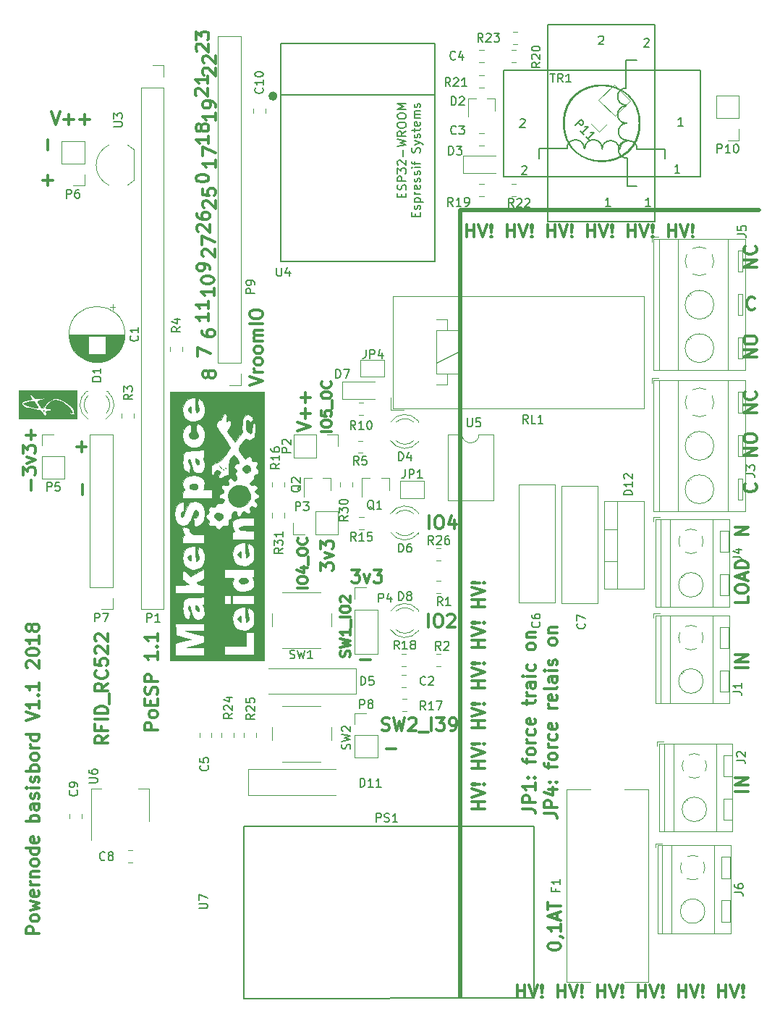
<source format=gto>
G04 #@! TF.GenerationSoftware,KiCad,Pcbnew,5.0.0+dfsg1-2~bpo9+1*
G04 #@! TF.CreationDate,2018-10-07T14:27:24+02:00*
G04 #@! TF.ProjectId,PoesPPowerNode,506F657350506F7765724E6F64652E6B,rev?*
G04 #@! TF.SameCoordinates,Original*
G04 #@! TF.FileFunction,Legend,Top*
G04 #@! TF.FilePolarity,Positive*
%FSLAX46Y46*%
G04 Gerber Fmt 4.6, Leading zero omitted, Abs format (unit mm)*
G04 Created by KiCad (PCBNEW 5.0.0+dfsg1-2~bpo9+1) date Sun Oct  7 14:27:24 2018*
%MOMM*%
%LPD*%
G01*
G04 APERTURE LIST*
%ADD10C,0.300000*%
%ADD11C,0.500000*%
%ADD12C,0.150000*%
%ADD13C,0.120000*%
%ADD14C,0.002540*%
%ADD15C,0.010000*%
%ADD16C,0.100000*%
G04 APERTURE END LIST*
D10*
X113278571Y-181157142D02*
X113278571Y-181014285D01*
X113350000Y-180871428D01*
X113421428Y-180800000D01*
X113564285Y-180728571D01*
X113850000Y-180657142D01*
X114207142Y-180657142D01*
X114492857Y-180728571D01*
X114635714Y-180800000D01*
X114707142Y-180871428D01*
X114778571Y-181014285D01*
X114778571Y-181157142D01*
X114707142Y-181300000D01*
X114635714Y-181371428D01*
X114492857Y-181442857D01*
X114207142Y-181514285D01*
X113850000Y-181514285D01*
X113564285Y-181442857D01*
X113421428Y-181371428D01*
X113350000Y-181300000D01*
X113278571Y-181157142D01*
X114707142Y-179942857D02*
X114778571Y-179942857D01*
X114921428Y-180014285D01*
X114992857Y-180085714D01*
X114778571Y-178514285D02*
X114778571Y-179371428D01*
X114778571Y-178942857D02*
X113278571Y-178942857D01*
X113492857Y-179085714D01*
X113635714Y-179228571D01*
X113707142Y-179371428D01*
X114350000Y-177942857D02*
X114350000Y-177228571D01*
X114778571Y-178085714D02*
X113278571Y-177585714D01*
X114778571Y-177085714D01*
X113278571Y-176800000D02*
X113278571Y-175942857D01*
X114778571Y-176371428D02*
X113278571Y-176371428D01*
X105878571Y-165014285D02*
X104378571Y-165014285D01*
X105092857Y-165014285D02*
X105092857Y-164157142D01*
X105878571Y-164157142D02*
X104378571Y-164157142D01*
X104378571Y-163657142D02*
X105878571Y-163157142D01*
X104378571Y-162657142D01*
X105735714Y-162157142D02*
X105807142Y-162085714D01*
X105878571Y-162157142D01*
X105807142Y-162228571D01*
X105735714Y-162157142D01*
X105878571Y-162157142D01*
X105307142Y-162157142D02*
X104450000Y-162228571D01*
X104378571Y-162157142D01*
X104450000Y-162085714D01*
X105307142Y-162157142D01*
X104378571Y-162157142D01*
X105878571Y-160300000D02*
X104378571Y-160300000D01*
X105092857Y-160300000D02*
X105092857Y-159442857D01*
X105878571Y-159442857D02*
X104378571Y-159442857D01*
X104378571Y-158942857D02*
X105878571Y-158442857D01*
X104378571Y-157942857D01*
X105735714Y-157442857D02*
X105807142Y-157371428D01*
X105878571Y-157442857D01*
X105807142Y-157514285D01*
X105735714Y-157442857D01*
X105878571Y-157442857D01*
X105307142Y-157442857D02*
X104450000Y-157514285D01*
X104378571Y-157442857D01*
X104450000Y-157371428D01*
X105307142Y-157442857D01*
X104378571Y-157442857D01*
X105878571Y-155585714D02*
X104378571Y-155585714D01*
X105092857Y-155585714D02*
X105092857Y-154728571D01*
X105878571Y-154728571D02*
X104378571Y-154728571D01*
X104378571Y-154228571D02*
X105878571Y-153728571D01*
X104378571Y-153228571D01*
X105735714Y-152728571D02*
X105807142Y-152657142D01*
X105878571Y-152728571D01*
X105807142Y-152800000D01*
X105735714Y-152728571D01*
X105878571Y-152728571D01*
X105307142Y-152728571D02*
X104450000Y-152800000D01*
X104378571Y-152728571D01*
X104450000Y-152657142D01*
X105307142Y-152728571D01*
X104378571Y-152728571D01*
X105878571Y-150871428D02*
X104378571Y-150871428D01*
X105092857Y-150871428D02*
X105092857Y-150014285D01*
X105878571Y-150014285D02*
X104378571Y-150014285D01*
X104378571Y-149514285D02*
X105878571Y-149014285D01*
X104378571Y-148514285D01*
X105735714Y-148014285D02*
X105807142Y-147942857D01*
X105878571Y-148014285D01*
X105807142Y-148085714D01*
X105735714Y-148014285D01*
X105878571Y-148014285D01*
X105307142Y-148014285D02*
X104450000Y-148085714D01*
X104378571Y-148014285D01*
X104450000Y-147942857D01*
X105307142Y-148014285D01*
X104378571Y-148014285D01*
X105878571Y-146157142D02*
X104378571Y-146157142D01*
X105092857Y-146157142D02*
X105092857Y-145300000D01*
X105878571Y-145300000D02*
X104378571Y-145300000D01*
X104378571Y-144800000D02*
X105878571Y-144300000D01*
X104378571Y-143800000D01*
X105735714Y-143300000D02*
X105807142Y-143228571D01*
X105878571Y-143300000D01*
X105807142Y-143371428D01*
X105735714Y-143300000D01*
X105878571Y-143300000D01*
X105307142Y-143300000D02*
X104450000Y-143371428D01*
X104378571Y-143300000D01*
X104450000Y-143228571D01*
X105307142Y-143300000D01*
X104378571Y-143300000D01*
X105878571Y-141442857D02*
X104378571Y-141442857D01*
X105092857Y-141442857D02*
X105092857Y-140585714D01*
X105878571Y-140585714D02*
X104378571Y-140585714D01*
X104378571Y-140085714D02*
X105878571Y-139585714D01*
X104378571Y-139085714D01*
X105735714Y-138585714D02*
X105807142Y-138514285D01*
X105878571Y-138585714D01*
X105807142Y-138657142D01*
X105735714Y-138585714D01*
X105878571Y-138585714D01*
X105307142Y-138585714D02*
X104450000Y-138657142D01*
X104378571Y-138585714D01*
X104450000Y-138514285D01*
X105307142Y-138585714D01*
X104378571Y-138585714D01*
X103785714Y-98178571D02*
X103785714Y-96678571D01*
X103785714Y-97392857D02*
X104642857Y-97392857D01*
X104642857Y-98178571D02*
X104642857Y-96678571D01*
X105142857Y-96678571D02*
X105642857Y-98178571D01*
X106142857Y-96678571D01*
X106642857Y-98035714D02*
X106714285Y-98107142D01*
X106642857Y-98178571D01*
X106571428Y-98107142D01*
X106642857Y-98035714D01*
X106642857Y-98178571D01*
X106642857Y-97607142D02*
X106571428Y-96750000D01*
X106642857Y-96678571D01*
X106714285Y-96750000D01*
X106642857Y-97607142D01*
X106642857Y-96678571D01*
X108500000Y-98178571D02*
X108500000Y-96678571D01*
X108500000Y-97392857D02*
X109357142Y-97392857D01*
X109357142Y-98178571D02*
X109357142Y-96678571D01*
X109857142Y-96678571D02*
X110357142Y-98178571D01*
X110857142Y-96678571D01*
X111357142Y-98035714D02*
X111428571Y-98107142D01*
X111357142Y-98178571D01*
X111285714Y-98107142D01*
X111357142Y-98035714D01*
X111357142Y-98178571D01*
X111357142Y-97607142D02*
X111285714Y-96750000D01*
X111357142Y-96678571D01*
X111428571Y-96750000D01*
X111357142Y-97607142D01*
X111357142Y-96678571D01*
X113214285Y-98178571D02*
X113214285Y-96678571D01*
X113214285Y-97392857D02*
X114071428Y-97392857D01*
X114071428Y-98178571D02*
X114071428Y-96678571D01*
X114571428Y-96678571D02*
X115071428Y-98178571D01*
X115571428Y-96678571D01*
X116071428Y-98035714D02*
X116142857Y-98107142D01*
X116071428Y-98178571D01*
X116000000Y-98107142D01*
X116071428Y-98035714D01*
X116071428Y-98178571D01*
X116071428Y-97607142D02*
X116000000Y-96750000D01*
X116071428Y-96678571D01*
X116142857Y-96750000D01*
X116071428Y-97607142D01*
X116071428Y-96678571D01*
X117928571Y-98178571D02*
X117928571Y-96678571D01*
X117928571Y-97392857D02*
X118785714Y-97392857D01*
X118785714Y-98178571D02*
X118785714Y-96678571D01*
X119285714Y-96678571D02*
X119785714Y-98178571D01*
X120285714Y-96678571D01*
X120785714Y-98035714D02*
X120857142Y-98107142D01*
X120785714Y-98178571D01*
X120714285Y-98107142D01*
X120785714Y-98035714D01*
X120785714Y-98178571D01*
X120785714Y-97607142D02*
X120714285Y-96750000D01*
X120785714Y-96678571D01*
X120857142Y-96750000D01*
X120785714Y-97607142D01*
X120785714Y-96678571D01*
X122642857Y-98178571D02*
X122642857Y-96678571D01*
X122642857Y-97392857D02*
X123500000Y-97392857D01*
X123500000Y-98178571D02*
X123500000Y-96678571D01*
X124000000Y-96678571D02*
X124500000Y-98178571D01*
X125000000Y-96678571D01*
X125500000Y-98035714D02*
X125571428Y-98107142D01*
X125500000Y-98178571D01*
X125428571Y-98107142D01*
X125500000Y-98035714D01*
X125500000Y-98178571D01*
X125500000Y-97607142D02*
X125428571Y-96750000D01*
X125500000Y-96678571D01*
X125571428Y-96750000D01*
X125500000Y-97607142D01*
X125500000Y-96678571D01*
X127357142Y-98178571D02*
X127357142Y-96678571D01*
X127357142Y-97392857D02*
X128214285Y-97392857D01*
X128214285Y-98178571D02*
X128214285Y-96678571D01*
X128714285Y-96678571D02*
X129214285Y-98178571D01*
X129714285Y-96678571D01*
X130214285Y-98035714D02*
X130285714Y-98107142D01*
X130214285Y-98178571D01*
X130142857Y-98107142D01*
X130214285Y-98035714D01*
X130214285Y-98178571D01*
X130214285Y-97607142D02*
X130142857Y-96750000D01*
X130214285Y-96678571D01*
X130285714Y-96750000D01*
X130214285Y-97607142D01*
X130214285Y-96678571D01*
X110303571Y-165007142D02*
X111375000Y-165007142D01*
X111589285Y-165078571D01*
X111732142Y-165221428D01*
X111803571Y-165435714D01*
X111803571Y-165578571D01*
X111803571Y-164292857D02*
X110303571Y-164292857D01*
X110303571Y-163721428D01*
X110375000Y-163578571D01*
X110446428Y-163507142D01*
X110589285Y-163435714D01*
X110803571Y-163435714D01*
X110946428Y-163507142D01*
X111017857Y-163578571D01*
X111089285Y-163721428D01*
X111089285Y-164292857D01*
X111803571Y-162007142D02*
X111803571Y-162864285D01*
X111803571Y-162435714D02*
X110303571Y-162435714D01*
X110517857Y-162578571D01*
X110660714Y-162721428D01*
X110732142Y-162864285D01*
X111660714Y-161364285D02*
X111732142Y-161292857D01*
X111803571Y-161364285D01*
X111732142Y-161435714D01*
X111660714Y-161364285D01*
X111803571Y-161364285D01*
X110875000Y-161364285D02*
X110946428Y-161292857D01*
X111017857Y-161364285D01*
X110946428Y-161435714D01*
X110875000Y-161364285D01*
X111017857Y-161364285D01*
X110803571Y-159721428D02*
X110803571Y-159150000D01*
X111803571Y-159507142D02*
X110517857Y-159507142D01*
X110375000Y-159435714D01*
X110303571Y-159292857D01*
X110303571Y-159150000D01*
X111803571Y-158435714D02*
X111732142Y-158578571D01*
X111660714Y-158650000D01*
X111517857Y-158721428D01*
X111089285Y-158721428D01*
X110946428Y-158650000D01*
X110875000Y-158578571D01*
X110803571Y-158435714D01*
X110803571Y-158221428D01*
X110875000Y-158078571D01*
X110946428Y-158007142D01*
X111089285Y-157935714D01*
X111517857Y-157935714D01*
X111660714Y-158007142D01*
X111732142Y-158078571D01*
X111803571Y-158221428D01*
X111803571Y-158435714D01*
X111803571Y-157292857D02*
X110803571Y-157292857D01*
X111089285Y-157292857D02*
X110946428Y-157221428D01*
X110875000Y-157150000D01*
X110803571Y-157007142D01*
X110803571Y-156864285D01*
X111732142Y-155721428D02*
X111803571Y-155864285D01*
X111803571Y-156150000D01*
X111732142Y-156292857D01*
X111660714Y-156364285D01*
X111517857Y-156435714D01*
X111089285Y-156435714D01*
X110946428Y-156364285D01*
X110875000Y-156292857D01*
X110803571Y-156150000D01*
X110803571Y-155864285D01*
X110875000Y-155721428D01*
X111732142Y-154507142D02*
X111803571Y-154650000D01*
X111803571Y-154935714D01*
X111732142Y-155078571D01*
X111589285Y-155150000D01*
X111017857Y-155150000D01*
X110875000Y-155078571D01*
X110803571Y-154935714D01*
X110803571Y-154650000D01*
X110875000Y-154507142D01*
X111017857Y-154435714D01*
X111160714Y-154435714D01*
X111303571Y-155150000D01*
X110803571Y-152864285D02*
X110803571Y-152292857D01*
X110303571Y-152650000D02*
X111589285Y-152650000D01*
X111732142Y-152578571D01*
X111803571Y-152435714D01*
X111803571Y-152292857D01*
X111803571Y-151792857D02*
X110803571Y-151792857D01*
X111089285Y-151792857D02*
X110946428Y-151721428D01*
X110875000Y-151650000D01*
X110803571Y-151507142D01*
X110803571Y-151364285D01*
X111803571Y-150221428D02*
X111017857Y-150221428D01*
X110875000Y-150292857D01*
X110803571Y-150435714D01*
X110803571Y-150721428D01*
X110875000Y-150864285D01*
X111732142Y-150221428D02*
X111803571Y-150364285D01*
X111803571Y-150721428D01*
X111732142Y-150864285D01*
X111589285Y-150935714D01*
X111446428Y-150935714D01*
X111303571Y-150864285D01*
X111232142Y-150721428D01*
X111232142Y-150364285D01*
X111160714Y-150221428D01*
X111803571Y-149507142D02*
X110803571Y-149507142D01*
X110303571Y-149507142D02*
X110375000Y-149578571D01*
X110446428Y-149507142D01*
X110375000Y-149435714D01*
X110303571Y-149507142D01*
X110446428Y-149507142D01*
X111732142Y-148150000D02*
X111803571Y-148292857D01*
X111803571Y-148578571D01*
X111732142Y-148721428D01*
X111660714Y-148792857D01*
X111517857Y-148864285D01*
X111089285Y-148864285D01*
X110946428Y-148792857D01*
X110875000Y-148721428D01*
X110803571Y-148578571D01*
X110803571Y-148292857D01*
X110875000Y-148150000D01*
X111803571Y-146150000D02*
X111732142Y-146292857D01*
X111660714Y-146364285D01*
X111517857Y-146435714D01*
X111089285Y-146435714D01*
X110946428Y-146364285D01*
X110875000Y-146292857D01*
X110803571Y-146150000D01*
X110803571Y-145935714D01*
X110875000Y-145792857D01*
X110946428Y-145721428D01*
X111089285Y-145650000D01*
X111517857Y-145650000D01*
X111660714Y-145721428D01*
X111732142Y-145792857D01*
X111803571Y-145935714D01*
X111803571Y-146150000D01*
X110803571Y-145007142D02*
X111803571Y-145007142D01*
X110946428Y-145007142D02*
X110875000Y-144935714D01*
X110803571Y-144792857D01*
X110803571Y-144578571D01*
X110875000Y-144435714D01*
X111017857Y-144364285D01*
X111803571Y-144364285D01*
X112853571Y-165578571D02*
X113925000Y-165578571D01*
X114139285Y-165650000D01*
X114282142Y-165792857D01*
X114353571Y-166007142D01*
X114353571Y-166150000D01*
X114353571Y-164864285D02*
X112853571Y-164864285D01*
X112853571Y-164292857D01*
X112925000Y-164150000D01*
X112996428Y-164078571D01*
X113139285Y-164007142D01*
X113353571Y-164007142D01*
X113496428Y-164078571D01*
X113567857Y-164150000D01*
X113639285Y-164292857D01*
X113639285Y-164864285D01*
X113353571Y-162721428D02*
X114353571Y-162721428D01*
X112782142Y-163078571D02*
X113853571Y-163435714D01*
X113853571Y-162507142D01*
X114210714Y-161935714D02*
X114282142Y-161864285D01*
X114353571Y-161935714D01*
X114282142Y-162007142D01*
X114210714Y-161935714D01*
X114353571Y-161935714D01*
X113425000Y-161935714D02*
X113496428Y-161864285D01*
X113567857Y-161935714D01*
X113496428Y-162007142D01*
X113425000Y-161935714D01*
X113567857Y-161935714D01*
X113353571Y-160292857D02*
X113353571Y-159721428D01*
X114353571Y-160078571D02*
X113067857Y-160078571D01*
X112925000Y-160007142D01*
X112853571Y-159864285D01*
X112853571Y-159721428D01*
X114353571Y-159007142D02*
X114282142Y-159150000D01*
X114210714Y-159221428D01*
X114067857Y-159292857D01*
X113639285Y-159292857D01*
X113496428Y-159221428D01*
X113425000Y-159150000D01*
X113353571Y-159007142D01*
X113353571Y-158792857D01*
X113425000Y-158650000D01*
X113496428Y-158578571D01*
X113639285Y-158507142D01*
X114067857Y-158507142D01*
X114210714Y-158578571D01*
X114282142Y-158650000D01*
X114353571Y-158792857D01*
X114353571Y-159007142D01*
X114353571Y-157864285D02*
X113353571Y-157864285D01*
X113639285Y-157864285D02*
X113496428Y-157792857D01*
X113425000Y-157721428D01*
X113353571Y-157578571D01*
X113353571Y-157435714D01*
X114282142Y-156292857D02*
X114353571Y-156435714D01*
X114353571Y-156721428D01*
X114282142Y-156864285D01*
X114210714Y-156935714D01*
X114067857Y-157007142D01*
X113639285Y-157007142D01*
X113496428Y-156935714D01*
X113425000Y-156864285D01*
X113353571Y-156721428D01*
X113353571Y-156435714D01*
X113425000Y-156292857D01*
X114282142Y-155078571D02*
X114353571Y-155221428D01*
X114353571Y-155507142D01*
X114282142Y-155650000D01*
X114139285Y-155721428D01*
X113567857Y-155721428D01*
X113425000Y-155650000D01*
X113353571Y-155507142D01*
X113353571Y-155221428D01*
X113425000Y-155078571D01*
X113567857Y-155007142D01*
X113710714Y-155007142D01*
X113853571Y-155721428D01*
X114353571Y-153221428D02*
X113353571Y-153221428D01*
X113639285Y-153221428D02*
X113496428Y-153150000D01*
X113425000Y-153078571D01*
X113353571Y-152935714D01*
X113353571Y-152792857D01*
X114282142Y-151721428D02*
X114353571Y-151864285D01*
X114353571Y-152150000D01*
X114282142Y-152292857D01*
X114139285Y-152364285D01*
X113567857Y-152364285D01*
X113425000Y-152292857D01*
X113353571Y-152150000D01*
X113353571Y-151864285D01*
X113425000Y-151721428D01*
X113567857Y-151650000D01*
X113710714Y-151650000D01*
X113853571Y-152364285D01*
X114353571Y-150792857D02*
X114282142Y-150935714D01*
X114139285Y-151007142D01*
X112853571Y-151007142D01*
X114353571Y-149578571D02*
X113567857Y-149578571D01*
X113425000Y-149650000D01*
X113353571Y-149792857D01*
X113353571Y-150078571D01*
X113425000Y-150221428D01*
X114282142Y-149578571D02*
X114353571Y-149721428D01*
X114353571Y-150078571D01*
X114282142Y-150221428D01*
X114139285Y-150292857D01*
X113996428Y-150292857D01*
X113853571Y-150221428D01*
X113782142Y-150078571D01*
X113782142Y-149721428D01*
X113710714Y-149578571D01*
X114353571Y-148864285D02*
X113353571Y-148864285D01*
X112853571Y-148864285D02*
X112925000Y-148935714D01*
X112996428Y-148864285D01*
X112925000Y-148792857D01*
X112853571Y-148864285D01*
X112996428Y-148864285D01*
X114282142Y-148221428D02*
X114353571Y-148078571D01*
X114353571Y-147792857D01*
X114282142Y-147650000D01*
X114139285Y-147578571D01*
X114067857Y-147578571D01*
X113925000Y-147650000D01*
X113853571Y-147792857D01*
X113853571Y-148007142D01*
X113782142Y-148150000D01*
X113639285Y-148221428D01*
X113567857Y-148221428D01*
X113425000Y-148150000D01*
X113353571Y-148007142D01*
X113353571Y-147792857D01*
X113425000Y-147650000D01*
X114353571Y-145578571D02*
X114282142Y-145721428D01*
X114210714Y-145792857D01*
X114067857Y-145864285D01*
X113639285Y-145864285D01*
X113496428Y-145792857D01*
X113425000Y-145721428D01*
X113353571Y-145578571D01*
X113353571Y-145364285D01*
X113425000Y-145221428D01*
X113496428Y-145150000D01*
X113639285Y-145078571D01*
X114067857Y-145078571D01*
X114210714Y-145150000D01*
X114282142Y-145221428D01*
X114353571Y-145364285D01*
X114353571Y-145578571D01*
X113353571Y-144435714D02*
X114353571Y-144435714D01*
X113496428Y-144435714D02*
X113425000Y-144364285D01*
X113353571Y-144221428D01*
X113353571Y-144007142D01*
X113425000Y-143864285D01*
X113567857Y-143792857D01*
X114353571Y-143792857D01*
X93871428Y-155807142D02*
X94085714Y-155878571D01*
X94442857Y-155878571D01*
X94585714Y-155807142D01*
X94657142Y-155735714D01*
X94728571Y-155592857D01*
X94728571Y-155450000D01*
X94657142Y-155307142D01*
X94585714Y-155235714D01*
X94442857Y-155164285D01*
X94157142Y-155092857D01*
X94014285Y-155021428D01*
X93942857Y-154950000D01*
X93871428Y-154807142D01*
X93871428Y-154664285D01*
X93942857Y-154521428D01*
X94014285Y-154450000D01*
X94157142Y-154378571D01*
X94514285Y-154378571D01*
X94728571Y-154450000D01*
X95228571Y-154378571D02*
X95585714Y-155878571D01*
X95871428Y-154807142D01*
X96157142Y-155878571D01*
X96514285Y-154378571D01*
X97014285Y-154521428D02*
X97085714Y-154450000D01*
X97228571Y-154378571D01*
X97585714Y-154378571D01*
X97728571Y-154450000D01*
X97800000Y-154521428D01*
X97871428Y-154664285D01*
X97871428Y-154807142D01*
X97800000Y-155021428D01*
X96942857Y-155878571D01*
X97871428Y-155878571D01*
X98157142Y-156021428D02*
X99300000Y-156021428D01*
X99657142Y-155878571D02*
X99657142Y-154378571D01*
X100228571Y-154378571D02*
X101157142Y-154378571D01*
X100657142Y-154950000D01*
X100871428Y-154950000D01*
X101014285Y-155021428D01*
X101085714Y-155092857D01*
X101157142Y-155235714D01*
X101157142Y-155592857D01*
X101085714Y-155735714D01*
X101014285Y-155807142D01*
X100871428Y-155878571D01*
X100442857Y-155878571D01*
X100300000Y-155807142D01*
X100228571Y-155735714D01*
X101871428Y-155878571D02*
X102157142Y-155878571D01*
X102300000Y-155807142D01*
X102371428Y-155735714D01*
X102514285Y-155521428D01*
X102585714Y-155235714D01*
X102585714Y-154664285D01*
X102514285Y-154521428D01*
X102442857Y-154450000D01*
X102300000Y-154378571D01*
X102014285Y-154378571D01*
X101871428Y-154450000D01*
X101800000Y-154521428D01*
X101728571Y-154664285D01*
X101728571Y-155021428D01*
X101800000Y-155164285D01*
X101871428Y-155235714D01*
X102014285Y-155307142D01*
X102300000Y-155307142D01*
X102442857Y-155235714D01*
X102514285Y-155164285D01*
X102585714Y-155021428D01*
X94328571Y-158007142D02*
X95471428Y-158007142D01*
X99400000Y-132278571D02*
X99400000Y-130778571D01*
X100400000Y-130778571D02*
X100685714Y-130778571D01*
X100828571Y-130850000D01*
X100971428Y-130992857D01*
X101042857Y-131278571D01*
X101042857Y-131778571D01*
X100971428Y-132064285D01*
X100828571Y-132207142D01*
X100685714Y-132278571D01*
X100400000Y-132278571D01*
X100257142Y-132207142D01*
X100114285Y-132064285D01*
X100042857Y-131778571D01*
X100042857Y-131278571D01*
X100114285Y-130992857D01*
X100257142Y-130850000D01*
X100400000Y-130778571D01*
X102328571Y-131278571D02*
X102328571Y-132278571D01*
X101971428Y-130707142D02*
X101614285Y-131778571D01*
X102542857Y-131778571D01*
X99300000Y-143778571D02*
X99300000Y-142278571D01*
X100300000Y-142278571D02*
X100585714Y-142278571D01*
X100728571Y-142350000D01*
X100871428Y-142492857D01*
X100942857Y-142778571D01*
X100942857Y-143278571D01*
X100871428Y-143564285D01*
X100728571Y-143707142D01*
X100585714Y-143778571D01*
X100300000Y-143778571D01*
X100157142Y-143707142D01*
X100014285Y-143564285D01*
X99942857Y-143278571D01*
X99942857Y-142778571D01*
X100014285Y-142492857D01*
X100157142Y-142350000D01*
X100300000Y-142278571D01*
X101514285Y-142421428D02*
X101585714Y-142350000D01*
X101728571Y-142278571D01*
X102085714Y-142278571D01*
X102228571Y-142350000D01*
X102300000Y-142421428D01*
X102371428Y-142564285D01*
X102371428Y-142707142D01*
X102300000Y-142921428D01*
X101442857Y-143778571D01*
X102371428Y-143778571D01*
X90085714Y-147242857D02*
X90142857Y-147071428D01*
X90142857Y-146785714D01*
X90085714Y-146671428D01*
X90028571Y-146614285D01*
X89914285Y-146557142D01*
X89800000Y-146557142D01*
X89685714Y-146614285D01*
X89628571Y-146671428D01*
X89571428Y-146785714D01*
X89514285Y-147014285D01*
X89457142Y-147128571D01*
X89400000Y-147185714D01*
X89285714Y-147242857D01*
X89171428Y-147242857D01*
X89057142Y-147185714D01*
X89000000Y-147128571D01*
X88942857Y-147014285D01*
X88942857Y-146728571D01*
X89000000Y-146557142D01*
X88942857Y-146157142D02*
X90142857Y-145871428D01*
X89285714Y-145642857D01*
X90142857Y-145414285D01*
X88942857Y-145128571D01*
X90142857Y-144042857D02*
X90142857Y-144728571D01*
X90142857Y-144385714D02*
X88942857Y-144385714D01*
X89114285Y-144500000D01*
X89228571Y-144614285D01*
X89285714Y-144728571D01*
X90257142Y-143814285D02*
X90257142Y-142900000D01*
X90142857Y-142614285D02*
X88942857Y-142614285D01*
X88942857Y-141814285D02*
X88942857Y-141585714D01*
X89000000Y-141471428D01*
X89114285Y-141357142D01*
X89342857Y-141300000D01*
X89742857Y-141300000D01*
X89971428Y-141357142D01*
X90085714Y-141471428D01*
X90142857Y-141585714D01*
X90142857Y-141814285D01*
X90085714Y-141928571D01*
X89971428Y-142042857D01*
X89742857Y-142100000D01*
X89342857Y-142100000D01*
X89114285Y-142042857D01*
X89000000Y-141928571D01*
X88942857Y-141814285D01*
X89057142Y-140842857D02*
X89000000Y-140785714D01*
X88942857Y-140671428D01*
X88942857Y-140385714D01*
X89000000Y-140271428D01*
X89057142Y-140214285D01*
X89171428Y-140157142D01*
X89285714Y-140157142D01*
X89457142Y-140214285D01*
X90142857Y-140900000D01*
X90142857Y-140157142D01*
X91328571Y-147607142D02*
X92471428Y-147607142D01*
X90314285Y-137078571D02*
X91242857Y-137078571D01*
X90742857Y-137650000D01*
X90957142Y-137650000D01*
X91100000Y-137721428D01*
X91171428Y-137792857D01*
X91242857Y-137935714D01*
X91242857Y-138292857D01*
X91171428Y-138435714D01*
X91100000Y-138507142D01*
X90957142Y-138578571D01*
X90528571Y-138578571D01*
X90385714Y-138507142D01*
X90314285Y-138435714D01*
X91742857Y-137578571D02*
X92100000Y-138578571D01*
X92457142Y-137578571D01*
X92885714Y-137078571D02*
X93814285Y-137078571D01*
X93314285Y-137650000D01*
X93528571Y-137650000D01*
X93671428Y-137721428D01*
X93742857Y-137792857D01*
X93814285Y-137935714D01*
X93814285Y-138292857D01*
X93742857Y-138435714D01*
X93671428Y-138507142D01*
X93528571Y-138578571D01*
X93100000Y-138578571D01*
X92957142Y-138507142D01*
X92885714Y-138435714D01*
X85142857Y-139185714D02*
X83942857Y-139185714D01*
X83942857Y-138385714D02*
X83942857Y-138157142D01*
X84000000Y-138042857D01*
X84114285Y-137928571D01*
X84342857Y-137871428D01*
X84742857Y-137871428D01*
X84971428Y-137928571D01*
X85085714Y-138042857D01*
X85142857Y-138157142D01*
X85142857Y-138385714D01*
X85085714Y-138500000D01*
X84971428Y-138614285D01*
X84742857Y-138671428D01*
X84342857Y-138671428D01*
X84114285Y-138614285D01*
X84000000Y-138500000D01*
X83942857Y-138385714D01*
X84342857Y-136842857D02*
X85142857Y-136842857D01*
X83885714Y-137128571D02*
X84742857Y-137414285D01*
X84742857Y-136671428D01*
X85257142Y-136500000D02*
X85257142Y-135585714D01*
X83942857Y-135071428D02*
X83942857Y-134842857D01*
X84000000Y-134728571D01*
X84114285Y-134614285D01*
X84342857Y-134557142D01*
X84742857Y-134557142D01*
X84971428Y-134614285D01*
X85085714Y-134728571D01*
X85142857Y-134842857D01*
X85142857Y-135071428D01*
X85085714Y-135185714D01*
X84971428Y-135300000D01*
X84742857Y-135357142D01*
X84342857Y-135357142D01*
X84114285Y-135300000D01*
X84000000Y-135185714D01*
X83942857Y-135071428D01*
X85028571Y-133357142D02*
X85085714Y-133414285D01*
X85142857Y-133585714D01*
X85142857Y-133700000D01*
X85085714Y-133871428D01*
X84971428Y-133985714D01*
X84857142Y-134042857D01*
X84628571Y-134100000D01*
X84457142Y-134100000D01*
X84228571Y-134042857D01*
X84114285Y-133985714D01*
X84000000Y-133871428D01*
X83942857Y-133700000D01*
X83942857Y-133585714D01*
X84000000Y-133414285D01*
X84057142Y-133357142D01*
X86678571Y-137185714D02*
X86678571Y-136257142D01*
X87250000Y-136757142D01*
X87250000Y-136542857D01*
X87321428Y-136400000D01*
X87392857Y-136328571D01*
X87535714Y-136257142D01*
X87892857Y-136257142D01*
X88035714Y-136328571D01*
X88107142Y-136400000D01*
X88178571Y-136542857D01*
X88178571Y-136971428D01*
X88107142Y-137114285D01*
X88035714Y-137185714D01*
X87178571Y-135757142D02*
X88178571Y-135400000D01*
X87178571Y-135042857D01*
X86678571Y-134614285D02*
X86678571Y-133685714D01*
X87250000Y-134185714D01*
X87250000Y-133971428D01*
X87321428Y-133828571D01*
X87392857Y-133757142D01*
X87535714Y-133685714D01*
X87892857Y-133685714D01*
X88035714Y-133757142D01*
X88107142Y-133828571D01*
X88178571Y-133971428D01*
X88178571Y-134400000D01*
X88107142Y-134542857D01*
X88035714Y-134614285D01*
X87942857Y-120885714D02*
X86742857Y-120885714D01*
X86742857Y-120085714D02*
X86742857Y-119857142D01*
X86800000Y-119742857D01*
X86914285Y-119628571D01*
X87142857Y-119571428D01*
X87542857Y-119571428D01*
X87771428Y-119628571D01*
X87885714Y-119742857D01*
X87942857Y-119857142D01*
X87942857Y-120085714D01*
X87885714Y-120200000D01*
X87771428Y-120314285D01*
X87542857Y-120371428D01*
X87142857Y-120371428D01*
X86914285Y-120314285D01*
X86800000Y-120200000D01*
X86742857Y-120085714D01*
X86742857Y-118485714D02*
X86742857Y-119057142D01*
X87314285Y-119114285D01*
X87257142Y-119057142D01*
X87200000Y-118942857D01*
X87200000Y-118657142D01*
X87257142Y-118542857D01*
X87314285Y-118485714D01*
X87428571Y-118428571D01*
X87714285Y-118428571D01*
X87828571Y-118485714D01*
X87885714Y-118542857D01*
X87942857Y-118657142D01*
X87942857Y-118942857D01*
X87885714Y-119057142D01*
X87828571Y-119114285D01*
X88057142Y-118200000D02*
X88057142Y-117285714D01*
X86742857Y-116771428D02*
X86742857Y-116542857D01*
X86800000Y-116428571D01*
X86914285Y-116314285D01*
X87142857Y-116257142D01*
X87542857Y-116257142D01*
X87771428Y-116314285D01*
X87885714Y-116428571D01*
X87942857Y-116542857D01*
X87942857Y-116771428D01*
X87885714Y-116885714D01*
X87771428Y-117000000D01*
X87542857Y-117057142D01*
X87142857Y-117057142D01*
X86914285Y-117000000D01*
X86800000Y-116885714D01*
X86742857Y-116771428D01*
X87828571Y-115057142D02*
X87885714Y-115114285D01*
X87942857Y-115285714D01*
X87942857Y-115400000D01*
X87885714Y-115571428D01*
X87771428Y-115685714D01*
X87657142Y-115742857D01*
X87428571Y-115800000D01*
X87257142Y-115800000D01*
X87028571Y-115742857D01*
X86914285Y-115685714D01*
X86800000Y-115571428D01*
X86742857Y-115400000D01*
X86742857Y-115285714D01*
X86800000Y-115114285D01*
X86857142Y-115057142D01*
X55142857Y-83478571D02*
X55642857Y-84978571D01*
X56142857Y-83478571D01*
X56642857Y-84407142D02*
X57785714Y-84407142D01*
X57214285Y-84978571D02*
X57214285Y-83835714D01*
X58500000Y-84407142D02*
X59642857Y-84407142D01*
X59071428Y-84978571D02*
X59071428Y-83835714D01*
X83978571Y-120857142D02*
X85478571Y-120357142D01*
X83978571Y-119857142D01*
X84907142Y-119357142D02*
X84907142Y-118214285D01*
X85478571Y-118785714D02*
X84335714Y-118785714D01*
X84907142Y-117500000D02*
X84907142Y-116357142D01*
X85478571Y-116928571D02*
X84335714Y-116928571D01*
X72221428Y-76442857D02*
X72150000Y-76371428D01*
X72078571Y-76228571D01*
X72078571Y-75871428D01*
X72150000Y-75728571D01*
X72221428Y-75657142D01*
X72364285Y-75585714D01*
X72507142Y-75585714D01*
X72721428Y-75657142D01*
X73578571Y-76514285D01*
X73578571Y-75585714D01*
X72078571Y-75085714D02*
X72078571Y-74157142D01*
X72650000Y-74657142D01*
X72650000Y-74442857D01*
X72721428Y-74300000D01*
X72792857Y-74228571D01*
X72935714Y-74157142D01*
X73292857Y-74157142D01*
X73435714Y-74228571D01*
X73507142Y-74300000D01*
X73578571Y-74442857D01*
X73578571Y-74871428D01*
X73507142Y-75014285D01*
X73435714Y-75085714D01*
X73021428Y-79242857D02*
X72950000Y-79171428D01*
X72878571Y-79028571D01*
X72878571Y-78671428D01*
X72950000Y-78528571D01*
X73021428Y-78457142D01*
X73164285Y-78385714D01*
X73307142Y-78385714D01*
X73521428Y-78457142D01*
X74378571Y-79314285D01*
X74378571Y-78385714D01*
X73021428Y-77814285D02*
X72950000Y-77742857D01*
X72878571Y-77600000D01*
X72878571Y-77242857D01*
X72950000Y-77100000D01*
X73021428Y-77028571D01*
X73164285Y-76957142D01*
X73307142Y-76957142D01*
X73521428Y-77028571D01*
X74378571Y-77885714D01*
X74378571Y-76957142D01*
X72121428Y-81642857D02*
X72050000Y-81571428D01*
X71978571Y-81428571D01*
X71978571Y-81071428D01*
X72050000Y-80928571D01*
X72121428Y-80857142D01*
X72264285Y-80785714D01*
X72407142Y-80785714D01*
X72621428Y-80857142D01*
X73478571Y-81714285D01*
X73478571Y-80785714D01*
X73478571Y-79357142D02*
X73478571Y-80214285D01*
X73478571Y-79785714D02*
X71978571Y-79785714D01*
X72192857Y-79928571D01*
X72335714Y-80071428D01*
X72407142Y-80214285D01*
X74378571Y-83685714D02*
X74378571Y-84542857D01*
X74378571Y-84114285D02*
X72878571Y-84114285D01*
X73092857Y-84257142D01*
X73235714Y-84400000D01*
X73307142Y-84542857D01*
X74378571Y-82971428D02*
X74378571Y-82685714D01*
X74307142Y-82542857D01*
X74235714Y-82471428D01*
X74021428Y-82328571D01*
X73735714Y-82257142D01*
X73164285Y-82257142D01*
X73021428Y-82328571D01*
X72950000Y-82400000D01*
X72878571Y-82542857D01*
X72878571Y-82828571D01*
X72950000Y-82971428D01*
X73021428Y-83042857D01*
X73164285Y-83114285D01*
X73521428Y-83114285D01*
X73664285Y-83042857D01*
X73735714Y-82971428D01*
X73807142Y-82828571D01*
X73807142Y-82542857D01*
X73735714Y-82400000D01*
X73664285Y-82328571D01*
X73521428Y-82257142D01*
X73578571Y-86385714D02*
X73578571Y-87242857D01*
X73578571Y-86814285D02*
X72078571Y-86814285D01*
X72292857Y-86957142D01*
X72435714Y-87100000D01*
X72507142Y-87242857D01*
X72721428Y-85528571D02*
X72650000Y-85671428D01*
X72578571Y-85742857D01*
X72435714Y-85814285D01*
X72364285Y-85814285D01*
X72221428Y-85742857D01*
X72150000Y-85671428D01*
X72078571Y-85528571D01*
X72078571Y-85242857D01*
X72150000Y-85100000D01*
X72221428Y-85028571D01*
X72364285Y-84957142D01*
X72435714Y-84957142D01*
X72578571Y-85028571D01*
X72650000Y-85100000D01*
X72721428Y-85242857D01*
X72721428Y-85528571D01*
X72792857Y-85671428D01*
X72864285Y-85742857D01*
X73007142Y-85814285D01*
X73292857Y-85814285D01*
X73435714Y-85742857D01*
X73507142Y-85671428D01*
X73578571Y-85528571D01*
X73578571Y-85242857D01*
X73507142Y-85100000D01*
X73435714Y-85028571D01*
X73292857Y-84957142D01*
X73007142Y-84957142D01*
X72864285Y-85028571D01*
X72792857Y-85100000D01*
X72721428Y-85242857D01*
X74378571Y-89185714D02*
X74378571Y-90042857D01*
X74378571Y-89614285D02*
X72878571Y-89614285D01*
X73092857Y-89757142D01*
X73235714Y-89900000D01*
X73307142Y-90042857D01*
X72878571Y-88685714D02*
X72878571Y-87685714D01*
X74378571Y-88328571D01*
X72078571Y-91371428D02*
X72078571Y-91228571D01*
X72150000Y-91085714D01*
X72221428Y-91014285D01*
X72364285Y-90942857D01*
X72650000Y-90871428D01*
X73007142Y-90871428D01*
X73292857Y-90942857D01*
X73435714Y-91014285D01*
X73507142Y-91085714D01*
X73578571Y-91228571D01*
X73578571Y-91371428D01*
X73507142Y-91514285D01*
X73435714Y-91585714D01*
X73292857Y-91657142D01*
X73007142Y-91728571D01*
X72650000Y-91728571D01*
X72364285Y-91657142D01*
X72221428Y-91585714D01*
X72150000Y-91514285D01*
X72078571Y-91371428D01*
X73021428Y-94742857D02*
X72950000Y-94671428D01*
X72878571Y-94528571D01*
X72878571Y-94171428D01*
X72950000Y-94028571D01*
X73021428Y-93957142D01*
X73164285Y-93885714D01*
X73307142Y-93885714D01*
X73521428Y-93957142D01*
X74378571Y-94814285D01*
X74378571Y-93885714D01*
X72878571Y-92528571D02*
X72878571Y-93242857D01*
X73592857Y-93314285D01*
X73521428Y-93242857D01*
X73450000Y-93100000D01*
X73450000Y-92742857D01*
X73521428Y-92600000D01*
X73592857Y-92528571D01*
X73735714Y-92457142D01*
X74092857Y-92457142D01*
X74235714Y-92528571D01*
X74307142Y-92600000D01*
X74378571Y-92742857D01*
X74378571Y-93100000D01*
X74307142Y-93242857D01*
X74235714Y-93314285D01*
X72321428Y-97542857D02*
X72250000Y-97471428D01*
X72178571Y-97328571D01*
X72178571Y-96971428D01*
X72250000Y-96828571D01*
X72321428Y-96757142D01*
X72464285Y-96685714D01*
X72607142Y-96685714D01*
X72821428Y-96757142D01*
X73678571Y-97614285D01*
X73678571Y-96685714D01*
X72178571Y-95400000D02*
X72178571Y-95685714D01*
X72250000Y-95828571D01*
X72321428Y-95900000D01*
X72535714Y-96042857D01*
X72821428Y-96114285D01*
X73392857Y-96114285D01*
X73535714Y-96042857D01*
X73607142Y-95971428D01*
X73678571Y-95828571D01*
X73678571Y-95542857D01*
X73607142Y-95400000D01*
X73535714Y-95328571D01*
X73392857Y-95257142D01*
X73035714Y-95257142D01*
X72892857Y-95328571D01*
X72821428Y-95400000D01*
X72750000Y-95542857D01*
X72750000Y-95828571D01*
X72821428Y-95971428D01*
X72892857Y-96042857D01*
X73035714Y-96114285D01*
X72921428Y-100442857D02*
X72850000Y-100371428D01*
X72778571Y-100228571D01*
X72778571Y-99871428D01*
X72850000Y-99728571D01*
X72921428Y-99657142D01*
X73064285Y-99585714D01*
X73207142Y-99585714D01*
X73421428Y-99657142D01*
X74278571Y-100514285D01*
X74278571Y-99585714D01*
X72778571Y-99085714D02*
X72778571Y-98085714D01*
X74278571Y-98728571D01*
X73678571Y-101985714D02*
X73678571Y-101700000D01*
X73607142Y-101557142D01*
X73535714Y-101485714D01*
X73321428Y-101342857D01*
X73035714Y-101271428D01*
X72464285Y-101271428D01*
X72321428Y-101342857D01*
X72250000Y-101414285D01*
X72178571Y-101557142D01*
X72178571Y-101842857D01*
X72250000Y-101985714D01*
X72321428Y-102057142D01*
X72464285Y-102128571D01*
X72821428Y-102128571D01*
X72964285Y-102057142D01*
X73035714Y-101985714D01*
X73107142Y-101842857D01*
X73107142Y-101557142D01*
X73035714Y-101414285D01*
X72964285Y-101342857D01*
X72821428Y-101271428D01*
X74178571Y-104185714D02*
X74178571Y-105042857D01*
X74178571Y-104614285D02*
X72678571Y-104614285D01*
X72892857Y-104757142D01*
X73035714Y-104900000D01*
X73107142Y-105042857D01*
X72678571Y-103257142D02*
X72678571Y-103114285D01*
X72750000Y-102971428D01*
X72821428Y-102900000D01*
X72964285Y-102828571D01*
X73250000Y-102757142D01*
X73607142Y-102757142D01*
X73892857Y-102828571D01*
X74035714Y-102900000D01*
X74107142Y-102971428D01*
X74178571Y-103114285D01*
X74178571Y-103257142D01*
X74107142Y-103400000D01*
X74035714Y-103471428D01*
X73892857Y-103542857D01*
X73607142Y-103614285D01*
X73250000Y-103614285D01*
X72964285Y-103542857D01*
X72821428Y-103471428D01*
X72750000Y-103400000D01*
X72678571Y-103257142D01*
X73578571Y-107085714D02*
X73578571Y-107942857D01*
X73578571Y-107514285D02*
X72078571Y-107514285D01*
X72292857Y-107657142D01*
X72435714Y-107800000D01*
X72507142Y-107942857D01*
X73578571Y-105657142D02*
X73578571Y-106514285D01*
X73578571Y-106085714D02*
X72078571Y-106085714D01*
X72292857Y-106228571D01*
X72435714Y-106371428D01*
X72507142Y-106514285D01*
X72778571Y-109114285D02*
X72778571Y-109400000D01*
X72850000Y-109542857D01*
X72921428Y-109614285D01*
X73135714Y-109757142D01*
X73421428Y-109828571D01*
X73992857Y-109828571D01*
X74135714Y-109757142D01*
X74207142Y-109685714D01*
X74278571Y-109542857D01*
X74278571Y-109257142D01*
X74207142Y-109114285D01*
X74135714Y-109042857D01*
X73992857Y-108971428D01*
X73635714Y-108971428D01*
X73492857Y-109042857D01*
X73421428Y-109114285D01*
X73350000Y-109257142D01*
X73350000Y-109542857D01*
X73421428Y-109685714D01*
X73492857Y-109757142D01*
X73635714Y-109828571D01*
X72278571Y-112100000D02*
X72278571Y-111100000D01*
X73778571Y-111742857D01*
X73521428Y-114342857D02*
X73450000Y-114485714D01*
X73378571Y-114557142D01*
X73235714Y-114628571D01*
X73164285Y-114628571D01*
X73021428Y-114557142D01*
X72950000Y-114485714D01*
X72878571Y-114342857D01*
X72878571Y-114057142D01*
X72950000Y-113914285D01*
X73021428Y-113842857D01*
X73164285Y-113771428D01*
X73235714Y-113771428D01*
X73378571Y-113842857D01*
X73450000Y-113914285D01*
X73521428Y-114057142D01*
X73521428Y-114342857D01*
X73592857Y-114485714D01*
X73664285Y-114557142D01*
X73807142Y-114628571D01*
X74092857Y-114628571D01*
X74235714Y-114557142D01*
X74307142Y-114485714D01*
X74378571Y-114342857D01*
X74378571Y-114057142D01*
X74307142Y-113914285D01*
X74235714Y-113842857D01*
X74092857Y-113771428D01*
X73807142Y-113771428D01*
X73664285Y-113842857D01*
X73592857Y-113914285D01*
X73521428Y-114057142D01*
X78378571Y-115464285D02*
X79878571Y-114964285D01*
X78378571Y-114464285D01*
X79878571Y-113964285D02*
X78878571Y-113964285D01*
X79164285Y-113964285D02*
X79021428Y-113892857D01*
X78950000Y-113821428D01*
X78878571Y-113678571D01*
X78878571Y-113535714D01*
X79878571Y-112821428D02*
X79807142Y-112964285D01*
X79735714Y-113035714D01*
X79592857Y-113107142D01*
X79164285Y-113107142D01*
X79021428Y-113035714D01*
X78950000Y-112964285D01*
X78878571Y-112821428D01*
X78878571Y-112607142D01*
X78950000Y-112464285D01*
X79021428Y-112392857D01*
X79164285Y-112321428D01*
X79592857Y-112321428D01*
X79735714Y-112392857D01*
X79807142Y-112464285D01*
X79878571Y-112607142D01*
X79878571Y-112821428D01*
X79878571Y-111464285D02*
X79807142Y-111607142D01*
X79735714Y-111678571D01*
X79592857Y-111750000D01*
X79164285Y-111750000D01*
X79021428Y-111678571D01*
X78950000Y-111607142D01*
X78878571Y-111464285D01*
X78878571Y-111250000D01*
X78950000Y-111107142D01*
X79021428Y-111035714D01*
X79164285Y-110964285D01*
X79592857Y-110964285D01*
X79735714Y-111035714D01*
X79807142Y-111107142D01*
X79878571Y-111250000D01*
X79878571Y-111464285D01*
X79878571Y-110321428D02*
X78878571Y-110321428D01*
X79021428Y-110321428D02*
X78950000Y-110250000D01*
X78878571Y-110107142D01*
X78878571Y-109892857D01*
X78950000Y-109750000D01*
X79092857Y-109678571D01*
X79878571Y-109678571D01*
X79092857Y-109678571D02*
X78950000Y-109607142D01*
X78878571Y-109464285D01*
X78878571Y-109250000D01*
X78950000Y-109107142D01*
X79092857Y-109035714D01*
X79878571Y-109035714D01*
X79878571Y-108321428D02*
X78378571Y-108321428D01*
X78378571Y-107321428D02*
X78378571Y-107035714D01*
X78450000Y-106892857D01*
X78592857Y-106750000D01*
X78878571Y-106678571D01*
X79378571Y-106678571D01*
X79664285Y-106750000D01*
X79807142Y-106892857D01*
X79878571Y-107035714D01*
X79878571Y-107321428D01*
X79807142Y-107464285D01*
X79664285Y-107607142D01*
X79378571Y-107678571D01*
X78878571Y-107678571D01*
X78592857Y-107607142D01*
X78450000Y-107464285D01*
X78378571Y-107321428D01*
X58807142Y-128271428D02*
X58807142Y-127128571D01*
X58128571Y-122707142D02*
X59271428Y-122707142D01*
X58700000Y-123278571D02*
X58700000Y-122135714D01*
X53728571Y-179621428D02*
X52228571Y-179621428D01*
X52228571Y-179050000D01*
X52300000Y-178907142D01*
X52371428Y-178835714D01*
X52514285Y-178764285D01*
X52728571Y-178764285D01*
X52871428Y-178835714D01*
X52942857Y-178907142D01*
X53014285Y-179050000D01*
X53014285Y-179621428D01*
X53728571Y-177907142D02*
X53657142Y-178050000D01*
X53585714Y-178121428D01*
X53442857Y-178192857D01*
X53014285Y-178192857D01*
X52871428Y-178121428D01*
X52800000Y-178050000D01*
X52728571Y-177907142D01*
X52728571Y-177692857D01*
X52800000Y-177550000D01*
X52871428Y-177478571D01*
X53014285Y-177407142D01*
X53442857Y-177407142D01*
X53585714Y-177478571D01*
X53657142Y-177550000D01*
X53728571Y-177692857D01*
X53728571Y-177907142D01*
X52728571Y-176907142D02*
X53728571Y-176621428D01*
X53014285Y-176335714D01*
X53728571Y-176050000D01*
X52728571Y-175764285D01*
X53657142Y-174621428D02*
X53728571Y-174764285D01*
X53728571Y-175050000D01*
X53657142Y-175192857D01*
X53514285Y-175264285D01*
X52942857Y-175264285D01*
X52800000Y-175192857D01*
X52728571Y-175050000D01*
X52728571Y-174764285D01*
X52800000Y-174621428D01*
X52942857Y-174550000D01*
X53085714Y-174550000D01*
X53228571Y-175264285D01*
X53728571Y-173907142D02*
X52728571Y-173907142D01*
X53014285Y-173907142D02*
X52871428Y-173835714D01*
X52800000Y-173764285D01*
X52728571Y-173621428D01*
X52728571Y-173478571D01*
X52728571Y-172978571D02*
X53728571Y-172978571D01*
X52871428Y-172978571D02*
X52800000Y-172907142D01*
X52728571Y-172764285D01*
X52728571Y-172550000D01*
X52800000Y-172407142D01*
X52942857Y-172335714D01*
X53728571Y-172335714D01*
X53728571Y-171407142D02*
X53657142Y-171550000D01*
X53585714Y-171621428D01*
X53442857Y-171692857D01*
X53014285Y-171692857D01*
X52871428Y-171621428D01*
X52800000Y-171550000D01*
X52728571Y-171407142D01*
X52728571Y-171192857D01*
X52800000Y-171050000D01*
X52871428Y-170978571D01*
X53014285Y-170907142D01*
X53442857Y-170907142D01*
X53585714Y-170978571D01*
X53657142Y-171050000D01*
X53728571Y-171192857D01*
X53728571Y-171407142D01*
X53728571Y-169621428D02*
X52228571Y-169621428D01*
X53657142Y-169621428D02*
X53728571Y-169764285D01*
X53728571Y-170050000D01*
X53657142Y-170192857D01*
X53585714Y-170264285D01*
X53442857Y-170335714D01*
X53014285Y-170335714D01*
X52871428Y-170264285D01*
X52800000Y-170192857D01*
X52728571Y-170050000D01*
X52728571Y-169764285D01*
X52800000Y-169621428D01*
X53657142Y-168335714D02*
X53728571Y-168478571D01*
X53728571Y-168764285D01*
X53657142Y-168907142D01*
X53514285Y-168978571D01*
X52942857Y-168978571D01*
X52800000Y-168907142D01*
X52728571Y-168764285D01*
X52728571Y-168478571D01*
X52800000Y-168335714D01*
X52942857Y-168264285D01*
X53085714Y-168264285D01*
X53228571Y-168978571D01*
X53728571Y-166478571D02*
X52228571Y-166478571D01*
X52800000Y-166478571D02*
X52728571Y-166335714D01*
X52728571Y-166050000D01*
X52800000Y-165907142D01*
X52871428Y-165835714D01*
X53014285Y-165764285D01*
X53442857Y-165764285D01*
X53585714Y-165835714D01*
X53657142Y-165907142D01*
X53728571Y-166050000D01*
X53728571Y-166335714D01*
X53657142Y-166478571D01*
X53728571Y-164478571D02*
X52942857Y-164478571D01*
X52800000Y-164550000D01*
X52728571Y-164692857D01*
X52728571Y-164978571D01*
X52800000Y-165121428D01*
X53657142Y-164478571D02*
X53728571Y-164621428D01*
X53728571Y-164978571D01*
X53657142Y-165121428D01*
X53514285Y-165192857D01*
X53371428Y-165192857D01*
X53228571Y-165121428D01*
X53157142Y-164978571D01*
X53157142Y-164621428D01*
X53085714Y-164478571D01*
X53657142Y-163835714D02*
X53728571Y-163692857D01*
X53728571Y-163407142D01*
X53657142Y-163264285D01*
X53514285Y-163192857D01*
X53442857Y-163192857D01*
X53300000Y-163264285D01*
X53228571Y-163407142D01*
X53228571Y-163621428D01*
X53157142Y-163764285D01*
X53014285Y-163835714D01*
X52942857Y-163835714D01*
X52800000Y-163764285D01*
X52728571Y-163621428D01*
X52728571Y-163407142D01*
X52800000Y-163264285D01*
X53728571Y-162550000D02*
X52728571Y-162550000D01*
X52228571Y-162550000D02*
X52300000Y-162621428D01*
X52371428Y-162550000D01*
X52300000Y-162478571D01*
X52228571Y-162550000D01*
X52371428Y-162550000D01*
X53657142Y-161907142D02*
X53728571Y-161764285D01*
X53728571Y-161478571D01*
X53657142Y-161335714D01*
X53514285Y-161264285D01*
X53442857Y-161264285D01*
X53300000Y-161335714D01*
X53228571Y-161478571D01*
X53228571Y-161692857D01*
X53157142Y-161835714D01*
X53014285Y-161907142D01*
X52942857Y-161907142D01*
X52800000Y-161835714D01*
X52728571Y-161692857D01*
X52728571Y-161478571D01*
X52800000Y-161335714D01*
X53728571Y-160621428D02*
X52228571Y-160621428D01*
X52800000Y-160621428D02*
X52728571Y-160478571D01*
X52728571Y-160192857D01*
X52800000Y-160050000D01*
X52871428Y-159978571D01*
X53014285Y-159907142D01*
X53442857Y-159907142D01*
X53585714Y-159978571D01*
X53657142Y-160050000D01*
X53728571Y-160192857D01*
X53728571Y-160478571D01*
X53657142Y-160621428D01*
X53728571Y-159050000D02*
X53657142Y-159192857D01*
X53585714Y-159264285D01*
X53442857Y-159335714D01*
X53014285Y-159335714D01*
X52871428Y-159264285D01*
X52800000Y-159192857D01*
X52728571Y-159050000D01*
X52728571Y-158835714D01*
X52800000Y-158692857D01*
X52871428Y-158621428D01*
X53014285Y-158550000D01*
X53442857Y-158550000D01*
X53585714Y-158621428D01*
X53657142Y-158692857D01*
X53728571Y-158835714D01*
X53728571Y-159050000D01*
X53728571Y-157907142D02*
X52728571Y-157907142D01*
X53014285Y-157907142D02*
X52871428Y-157835714D01*
X52800000Y-157764285D01*
X52728571Y-157621428D01*
X52728571Y-157478571D01*
X53728571Y-156335714D02*
X52228571Y-156335714D01*
X53657142Y-156335714D02*
X53728571Y-156478571D01*
X53728571Y-156764285D01*
X53657142Y-156907142D01*
X53585714Y-156978571D01*
X53442857Y-157050000D01*
X53014285Y-157050000D01*
X52871428Y-156978571D01*
X52800000Y-156907142D01*
X52728571Y-156764285D01*
X52728571Y-156478571D01*
X52800000Y-156335714D01*
X52228571Y-154692857D02*
X53728571Y-154192857D01*
X52228571Y-153692857D01*
X53728571Y-152407142D02*
X53728571Y-153264285D01*
X53728571Y-152835714D02*
X52228571Y-152835714D01*
X52442857Y-152978571D01*
X52585714Y-153121428D01*
X52657142Y-153264285D01*
X53585714Y-151764285D02*
X53657142Y-151692857D01*
X53728571Y-151764285D01*
X53657142Y-151835714D01*
X53585714Y-151764285D01*
X53728571Y-151764285D01*
X53728571Y-150264285D02*
X53728571Y-151121428D01*
X53728571Y-150692857D02*
X52228571Y-150692857D01*
X52442857Y-150835714D01*
X52585714Y-150978571D01*
X52657142Y-151121428D01*
X52371428Y-148550000D02*
X52300000Y-148478571D01*
X52228571Y-148335714D01*
X52228571Y-147978571D01*
X52300000Y-147835714D01*
X52371428Y-147764285D01*
X52514285Y-147692857D01*
X52657142Y-147692857D01*
X52871428Y-147764285D01*
X53728571Y-148621428D01*
X53728571Y-147692857D01*
X52228571Y-146764285D02*
X52228571Y-146621428D01*
X52300000Y-146478571D01*
X52371428Y-146407142D01*
X52514285Y-146335714D01*
X52800000Y-146264285D01*
X53157142Y-146264285D01*
X53442857Y-146335714D01*
X53585714Y-146407142D01*
X53657142Y-146478571D01*
X53728571Y-146621428D01*
X53728571Y-146764285D01*
X53657142Y-146907142D01*
X53585714Y-146978571D01*
X53442857Y-147050000D01*
X53157142Y-147121428D01*
X52800000Y-147121428D01*
X52514285Y-147050000D01*
X52371428Y-146978571D01*
X52300000Y-146907142D01*
X52228571Y-146764285D01*
X53728571Y-144835714D02*
X53728571Y-145692857D01*
X53728571Y-145264285D02*
X52228571Y-145264285D01*
X52442857Y-145407142D01*
X52585714Y-145550000D01*
X52657142Y-145692857D01*
X52871428Y-143978571D02*
X52800000Y-144121428D01*
X52728571Y-144192857D01*
X52585714Y-144264285D01*
X52514285Y-144264285D01*
X52371428Y-144192857D01*
X52300000Y-144121428D01*
X52228571Y-143978571D01*
X52228571Y-143692857D01*
X52300000Y-143550000D01*
X52371428Y-143478571D01*
X52514285Y-143407142D01*
X52585714Y-143407142D01*
X52728571Y-143478571D01*
X52800000Y-143550000D01*
X52871428Y-143692857D01*
X52871428Y-143978571D01*
X52942857Y-144121428D01*
X53014285Y-144192857D01*
X53157142Y-144264285D01*
X53442857Y-144264285D01*
X53585714Y-144192857D01*
X53657142Y-144121428D01*
X53728571Y-143978571D01*
X53728571Y-143692857D01*
X53657142Y-143550000D01*
X53585714Y-143478571D01*
X53442857Y-143407142D01*
X53157142Y-143407142D01*
X53014285Y-143478571D01*
X52942857Y-143550000D01*
X52871428Y-143692857D01*
X67578571Y-155771428D02*
X66078571Y-155771428D01*
X66078571Y-155200000D01*
X66150000Y-155057142D01*
X66221428Y-154985714D01*
X66364285Y-154914285D01*
X66578571Y-154914285D01*
X66721428Y-154985714D01*
X66792857Y-155057142D01*
X66864285Y-155200000D01*
X66864285Y-155771428D01*
X67578571Y-154057142D02*
X67507142Y-154200000D01*
X67435714Y-154271428D01*
X67292857Y-154342857D01*
X66864285Y-154342857D01*
X66721428Y-154271428D01*
X66650000Y-154200000D01*
X66578571Y-154057142D01*
X66578571Y-153842857D01*
X66650000Y-153700000D01*
X66721428Y-153628571D01*
X66864285Y-153557142D01*
X67292857Y-153557142D01*
X67435714Y-153628571D01*
X67507142Y-153700000D01*
X67578571Y-153842857D01*
X67578571Y-154057142D01*
X66792857Y-152914285D02*
X66792857Y-152414285D01*
X67578571Y-152200000D02*
X67578571Y-152914285D01*
X66078571Y-152914285D01*
X66078571Y-152200000D01*
X67507142Y-151628571D02*
X67578571Y-151414285D01*
X67578571Y-151057142D01*
X67507142Y-150914285D01*
X67435714Y-150842857D01*
X67292857Y-150771428D01*
X67150000Y-150771428D01*
X67007142Y-150842857D01*
X66935714Y-150914285D01*
X66864285Y-151057142D01*
X66792857Y-151342857D01*
X66721428Y-151485714D01*
X66650000Y-151557142D01*
X66507142Y-151628571D01*
X66364285Y-151628571D01*
X66221428Y-151557142D01*
X66150000Y-151485714D01*
X66078571Y-151342857D01*
X66078571Y-150985714D01*
X66150000Y-150771428D01*
X67578571Y-150128571D02*
X66078571Y-150128571D01*
X66078571Y-149557142D01*
X66150000Y-149414285D01*
X66221428Y-149342857D01*
X66364285Y-149271428D01*
X66578571Y-149271428D01*
X66721428Y-149342857D01*
X66792857Y-149414285D01*
X66864285Y-149557142D01*
X66864285Y-150128571D01*
X67578571Y-146700000D02*
X67578571Y-147557142D01*
X67578571Y-147128571D02*
X66078571Y-147128571D01*
X66292857Y-147271428D01*
X66435714Y-147414285D01*
X66507142Y-147557142D01*
X67435714Y-146057142D02*
X67507142Y-145985714D01*
X67578571Y-146057142D01*
X67507142Y-146128571D01*
X67435714Y-146057142D01*
X67578571Y-146057142D01*
X67578571Y-144557142D02*
X67578571Y-145414285D01*
X67578571Y-144985714D02*
X66078571Y-144985714D01*
X66292857Y-145128571D01*
X66435714Y-145271428D01*
X66507142Y-145414285D01*
X61778571Y-156500000D02*
X61064285Y-157000000D01*
X61778571Y-157357142D02*
X60278571Y-157357142D01*
X60278571Y-156785714D01*
X60350000Y-156642857D01*
X60421428Y-156571428D01*
X60564285Y-156500000D01*
X60778571Y-156500000D01*
X60921428Y-156571428D01*
X60992857Y-156642857D01*
X61064285Y-156785714D01*
X61064285Y-157357142D01*
X60992857Y-155357142D02*
X60992857Y-155857142D01*
X61778571Y-155857142D02*
X60278571Y-155857142D01*
X60278571Y-155142857D01*
X61778571Y-154571428D02*
X60278571Y-154571428D01*
X61778571Y-153857142D02*
X60278571Y-153857142D01*
X60278571Y-153500000D01*
X60350000Y-153285714D01*
X60492857Y-153142857D01*
X60635714Y-153071428D01*
X60921428Y-153000000D01*
X61135714Y-153000000D01*
X61421428Y-153071428D01*
X61564285Y-153142857D01*
X61707142Y-153285714D01*
X61778571Y-153500000D01*
X61778571Y-153857142D01*
X61921428Y-152714285D02*
X61921428Y-151571428D01*
X61778571Y-150357142D02*
X61064285Y-150857142D01*
X61778571Y-151214285D02*
X60278571Y-151214285D01*
X60278571Y-150642857D01*
X60350000Y-150500000D01*
X60421428Y-150428571D01*
X60564285Y-150357142D01*
X60778571Y-150357142D01*
X60921428Y-150428571D01*
X60992857Y-150500000D01*
X61064285Y-150642857D01*
X61064285Y-151214285D01*
X61635714Y-148857142D02*
X61707142Y-148928571D01*
X61778571Y-149142857D01*
X61778571Y-149285714D01*
X61707142Y-149500000D01*
X61564285Y-149642857D01*
X61421428Y-149714285D01*
X61135714Y-149785714D01*
X60921428Y-149785714D01*
X60635714Y-149714285D01*
X60492857Y-149642857D01*
X60350000Y-149500000D01*
X60278571Y-149285714D01*
X60278571Y-149142857D01*
X60350000Y-148928571D01*
X60421428Y-148857142D01*
X60278571Y-147500000D02*
X60278571Y-148214285D01*
X60992857Y-148285714D01*
X60921428Y-148214285D01*
X60850000Y-148071428D01*
X60850000Y-147714285D01*
X60921428Y-147571428D01*
X60992857Y-147500000D01*
X61135714Y-147428571D01*
X61492857Y-147428571D01*
X61635714Y-147500000D01*
X61707142Y-147571428D01*
X61778571Y-147714285D01*
X61778571Y-148071428D01*
X61707142Y-148214285D01*
X61635714Y-148285714D01*
X60421428Y-146857142D02*
X60350000Y-146785714D01*
X60278571Y-146642857D01*
X60278571Y-146285714D01*
X60350000Y-146142857D01*
X60421428Y-146071428D01*
X60564285Y-146000000D01*
X60707142Y-146000000D01*
X60921428Y-146071428D01*
X61778571Y-146928571D01*
X61778571Y-146000000D01*
X60421428Y-145428571D02*
X60350000Y-145357142D01*
X60278571Y-145214285D01*
X60278571Y-144857142D01*
X60350000Y-144714285D01*
X60421428Y-144642857D01*
X60564285Y-144571428D01*
X60707142Y-144571428D01*
X60921428Y-144642857D01*
X61778571Y-145500000D01*
X61778571Y-144571428D01*
X54757142Y-92092857D02*
X54757142Y-90950000D01*
X55328571Y-91521428D02*
X54185714Y-91521428D01*
X54757142Y-87950000D02*
X54757142Y-86807142D01*
X52757142Y-127750000D02*
X52757142Y-126607142D01*
X51828571Y-126035714D02*
X51828571Y-125107142D01*
X52400000Y-125607142D01*
X52400000Y-125392857D01*
X52471428Y-125250000D01*
X52542857Y-125178571D01*
X52685714Y-125107142D01*
X53042857Y-125107142D01*
X53185714Y-125178571D01*
X53257142Y-125250000D01*
X53328571Y-125392857D01*
X53328571Y-125821428D01*
X53257142Y-125964285D01*
X53185714Y-126035714D01*
X52328571Y-124607142D02*
X53328571Y-124250000D01*
X52328571Y-123892857D01*
X51828571Y-123464285D02*
X51828571Y-122535714D01*
X52400000Y-123035714D01*
X52400000Y-122821428D01*
X52471428Y-122678571D01*
X52542857Y-122607142D01*
X52685714Y-122535714D01*
X53042857Y-122535714D01*
X53185714Y-122607142D01*
X53257142Y-122678571D01*
X53328571Y-122821428D01*
X53328571Y-123250000D01*
X53257142Y-123392857D01*
X53185714Y-123464285D01*
X52757142Y-121892857D02*
X52757142Y-120750000D01*
X53328571Y-121321428D02*
X52185714Y-121321428D01*
D11*
X103000000Y-95000000D02*
X138000000Y-95000000D01*
X103000000Y-187000000D02*
X103000000Y-95000000D01*
D10*
X136678571Y-162985714D02*
X135178571Y-162985714D01*
X136678571Y-162271428D02*
X135178571Y-162271428D01*
X136678571Y-161414285D01*
X135178571Y-161414285D01*
X136678571Y-148535714D02*
X135178571Y-148535714D01*
X136678571Y-147821428D02*
X135178571Y-147821428D01*
X136678571Y-146964285D01*
X135178571Y-146964285D01*
X136678571Y-140214285D02*
X136678571Y-140928571D01*
X135178571Y-140928571D01*
X135178571Y-139428571D02*
X135178571Y-139142857D01*
X135250000Y-139000000D01*
X135392857Y-138857142D01*
X135678571Y-138785714D01*
X136178571Y-138785714D01*
X136464285Y-138857142D01*
X136607142Y-139000000D01*
X136678571Y-139142857D01*
X136678571Y-139428571D01*
X136607142Y-139571428D01*
X136464285Y-139714285D01*
X136178571Y-139785714D01*
X135678571Y-139785714D01*
X135392857Y-139714285D01*
X135250000Y-139571428D01*
X135178571Y-139428571D01*
X136250000Y-138214285D02*
X136250000Y-137500000D01*
X136678571Y-138357142D02*
X135178571Y-137857142D01*
X136678571Y-137357142D01*
X136678571Y-136857142D02*
X135178571Y-136857142D01*
X135178571Y-136500000D01*
X135250000Y-136285714D01*
X135392857Y-136142857D01*
X135535714Y-136071428D01*
X135821428Y-136000000D01*
X136035714Y-136000000D01*
X136321428Y-136071428D01*
X136464285Y-136142857D01*
X136607142Y-136285714D01*
X136678571Y-136500000D01*
X136678571Y-136857142D01*
X136678571Y-132928571D02*
X135178571Y-132928571D01*
X136678571Y-132071428D01*
X135178571Y-132071428D01*
X137678571Y-101678571D02*
X136178571Y-101678571D01*
X137678571Y-100821428D01*
X136178571Y-100821428D01*
X137535714Y-99250000D02*
X137607142Y-99321428D01*
X137678571Y-99535714D01*
X137678571Y-99678571D01*
X137607142Y-99892857D01*
X137464285Y-100035714D01*
X137321428Y-100107142D01*
X137035714Y-100178571D01*
X136821428Y-100178571D01*
X136535714Y-100107142D01*
X136392857Y-100035714D01*
X136250000Y-99892857D01*
X136178571Y-99678571D01*
X136178571Y-99535714D01*
X136250000Y-99321428D01*
X136321428Y-99250000D01*
X137678571Y-112214285D02*
X136178571Y-112214285D01*
X137678571Y-111357142D01*
X136178571Y-111357142D01*
X136178571Y-110357142D02*
X136178571Y-110071428D01*
X136250000Y-109928571D01*
X136392857Y-109785714D01*
X136678571Y-109714285D01*
X137178571Y-109714285D01*
X137464285Y-109785714D01*
X137607142Y-109928571D01*
X137678571Y-110071428D01*
X137678571Y-110357142D01*
X137607142Y-110500000D01*
X137464285Y-110642857D01*
X137178571Y-110714285D01*
X136678571Y-110714285D01*
X136392857Y-110642857D01*
X136250000Y-110500000D01*
X136178571Y-110357142D01*
X137678571Y-118678571D02*
X136178571Y-118678571D01*
X137678571Y-117821428D01*
X136178571Y-117821428D01*
X137535714Y-116250000D02*
X137607142Y-116321428D01*
X137678571Y-116535714D01*
X137678571Y-116678571D01*
X137607142Y-116892857D01*
X137464285Y-117035714D01*
X137321428Y-117107142D01*
X137035714Y-117178571D01*
X136821428Y-117178571D01*
X136535714Y-117107142D01*
X136392857Y-117035714D01*
X136250000Y-116892857D01*
X136178571Y-116678571D01*
X136178571Y-116535714D01*
X136250000Y-116321428D01*
X136321428Y-116250000D01*
X137678571Y-123714285D02*
X136178571Y-123714285D01*
X137678571Y-122857142D01*
X136178571Y-122857142D01*
X136178571Y-121857142D02*
X136178571Y-121571428D01*
X136250000Y-121428571D01*
X136392857Y-121285714D01*
X136678571Y-121214285D01*
X137178571Y-121214285D01*
X137464285Y-121285714D01*
X137607142Y-121428571D01*
X137678571Y-121571428D01*
X137678571Y-121857142D01*
X137607142Y-122000000D01*
X137464285Y-122142857D01*
X137178571Y-122214285D01*
X136678571Y-122214285D01*
X136392857Y-122142857D01*
X136250000Y-122000000D01*
X136178571Y-121857142D01*
X137464285Y-106535714D02*
X137392857Y-106607142D01*
X137178571Y-106678571D01*
X137035714Y-106678571D01*
X136821428Y-106607142D01*
X136678571Y-106464285D01*
X136607142Y-106321428D01*
X136535714Y-106035714D01*
X136535714Y-105821428D01*
X136607142Y-105535714D01*
X136678571Y-105392857D01*
X136821428Y-105250000D01*
X137035714Y-105178571D01*
X137178571Y-105178571D01*
X137392857Y-105250000D01*
X137464285Y-105321428D01*
X137535714Y-127035714D02*
X137607142Y-127107142D01*
X137678571Y-127321428D01*
X137678571Y-127464285D01*
X137607142Y-127678571D01*
X137464285Y-127821428D01*
X137321428Y-127892857D01*
X137035714Y-127964285D01*
X136821428Y-127964285D01*
X136535714Y-127892857D01*
X136392857Y-127821428D01*
X136250000Y-127678571D01*
X136178571Y-127464285D01*
X136178571Y-127321428D01*
X136250000Y-127107142D01*
X136321428Y-127035714D01*
X109685714Y-187078571D02*
X109685714Y-185578571D01*
X109685714Y-186292857D02*
X110542857Y-186292857D01*
X110542857Y-187078571D02*
X110542857Y-185578571D01*
X111042857Y-185578571D02*
X111542857Y-187078571D01*
X112042857Y-185578571D01*
X112542857Y-186935714D02*
X112614285Y-187007142D01*
X112542857Y-187078571D01*
X112471428Y-187007142D01*
X112542857Y-186935714D01*
X112542857Y-187078571D01*
X112542857Y-186507142D02*
X112471428Y-185650000D01*
X112542857Y-185578571D01*
X112614285Y-185650000D01*
X112542857Y-186507142D01*
X112542857Y-185578571D01*
X114400000Y-187078571D02*
X114400000Y-185578571D01*
X114400000Y-186292857D02*
X115257142Y-186292857D01*
X115257142Y-187078571D02*
X115257142Y-185578571D01*
X115757142Y-185578571D02*
X116257142Y-187078571D01*
X116757142Y-185578571D01*
X117257142Y-186935714D02*
X117328571Y-187007142D01*
X117257142Y-187078571D01*
X117185714Y-187007142D01*
X117257142Y-186935714D01*
X117257142Y-187078571D01*
X117257142Y-186507142D02*
X117185714Y-185650000D01*
X117257142Y-185578571D01*
X117328571Y-185650000D01*
X117257142Y-186507142D01*
X117257142Y-185578571D01*
X119114285Y-187078571D02*
X119114285Y-185578571D01*
X119114285Y-186292857D02*
X119971428Y-186292857D01*
X119971428Y-187078571D02*
X119971428Y-185578571D01*
X120471428Y-185578571D02*
X120971428Y-187078571D01*
X121471428Y-185578571D01*
X121971428Y-186935714D02*
X122042857Y-187007142D01*
X121971428Y-187078571D01*
X121900000Y-187007142D01*
X121971428Y-186935714D01*
X121971428Y-187078571D01*
X121971428Y-186507142D02*
X121900000Y-185650000D01*
X121971428Y-185578571D01*
X122042857Y-185650000D01*
X121971428Y-186507142D01*
X121971428Y-185578571D01*
X123828571Y-187078571D02*
X123828571Y-185578571D01*
X123828571Y-186292857D02*
X124685714Y-186292857D01*
X124685714Y-187078571D02*
X124685714Y-185578571D01*
X125185714Y-185578571D02*
X125685714Y-187078571D01*
X126185714Y-185578571D01*
X126685714Y-186935714D02*
X126757142Y-187007142D01*
X126685714Y-187078571D01*
X126614285Y-187007142D01*
X126685714Y-186935714D01*
X126685714Y-187078571D01*
X126685714Y-186507142D02*
X126614285Y-185650000D01*
X126685714Y-185578571D01*
X126757142Y-185650000D01*
X126685714Y-186507142D01*
X126685714Y-185578571D01*
X128542857Y-187078571D02*
X128542857Y-185578571D01*
X128542857Y-186292857D02*
X129400000Y-186292857D01*
X129400000Y-187078571D02*
X129400000Y-185578571D01*
X129900000Y-185578571D02*
X130400000Y-187078571D01*
X130900000Y-185578571D01*
X131400000Y-186935714D02*
X131471428Y-187007142D01*
X131400000Y-187078571D01*
X131328571Y-187007142D01*
X131400000Y-186935714D01*
X131400000Y-187078571D01*
X131400000Y-186507142D02*
X131328571Y-185650000D01*
X131400000Y-185578571D01*
X131471428Y-185650000D01*
X131400000Y-186507142D01*
X131400000Y-185578571D01*
X133257142Y-187078571D02*
X133257142Y-185578571D01*
X133257142Y-186292857D02*
X134114285Y-186292857D01*
X134114285Y-187078571D02*
X134114285Y-185578571D01*
X134614285Y-185578571D02*
X135114285Y-187078571D01*
X135614285Y-185578571D01*
X136114285Y-186935714D02*
X136185714Y-187007142D01*
X136114285Y-187078571D01*
X136042857Y-187007142D01*
X136114285Y-186935714D01*
X136114285Y-187078571D01*
X136114285Y-186507142D02*
X136042857Y-185650000D01*
X136114285Y-185578571D01*
X136185714Y-185650000D01*
X136114285Y-186507142D01*
X136114285Y-185578571D01*
D12*
G04 #@! TO.C,TR1*
X124041846Y-84900000D02*
G75*
G03X124041846Y-84900000I-4441846J0D01*
G01*
X127000000Y-87900000D02*
X127000000Y-89000000D01*
X123700000Y-87900000D02*
X127000000Y-87900000D01*
X112200000Y-87800000D02*
X112200000Y-89000000D01*
X115500000Y-87800000D02*
X112200000Y-87800000D01*
X121600000Y-87900000D02*
G75*
G03X119600000Y-87900000I-1000000J0D01*
G01*
X131100000Y-78650000D02*
X131100000Y-91150000D01*
X108100000Y-78650000D02*
X131100000Y-78650000D01*
X108100000Y-91150000D02*
X108100000Y-78650000D01*
X131100000Y-91150000D02*
X108100000Y-91150000D01*
X119600000Y-87800000D02*
G75*
G03X117600000Y-87800000I-1000000J0D01*
G01*
X117500000Y-87800000D02*
G75*
G03X115500000Y-87800000I-1000000J0D01*
G01*
X123700000Y-87900000D02*
G75*
G03X121700000Y-87900000I-1000000J0D01*
G01*
X122524685Y-88949869D02*
G75*
G02X122524685Y-86949869I0J1000000D01*
G01*
X113274685Y-96349869D02*
X125774685Y-96349869D01*
X125774685Y-96349869D02*
X125774685Y-73349869D01*
X122524685Y-92249869D02*
X123624685Y-92249869D01*
X123966531Y-84849869D02*
G75*
G03X123966531Y-84849869I-4441846J0D01*
G01*
X113274685Y-73349869D02*
X113274685Y-96349869D01*
X122524685Y-88949869D02*
X122524685Y-92249869D01*
X122424685Y-80749869D02*
X122424685Y-77449869D01*
X122424685Y-84849869D02*
G75*
G02X122424685Y-82849869I0J1000000D01*
G01*
X122424685Y-77449869D02*
X123624685Y-77449869D01*
X125774685Y-73349869D02*
X113274685Y-73349869D01*
X122524685Y-86849869D02*
G75*
G02X122524685Y-84849869I0J1000000D01*
G01*
X122424685Y-82749869D02*
G75*
G02X122424685Y-80749869I0J1000000D01*
G01*
D11*
G04 #@! TO.C,U4*
X81377981Y-81696000D02*
G75*
G03X81377981Y-81696000I-283981J0D01*
G01*
D12*
X100000000Y-81550000D02*
X82000000Y-81550000D01*
X82000000Y-75550000D02*
X82000000Y-101050000D01*
X100000000Y-75550000D02*
X100000000Y-101050000D01*
X100000000Y-101050000D02*
X82000000Y-101050000D01*
X100000000Y-75550000D02*
X82000000Y-75550000D01*
D13*
G04 #@! TO.C,P10*
X135630000Y-81670000D02*
X132970000Y-81670000D01*
X135630000Y-84270000D02*
X135630000Y-81670000D01*
X132970000Y-84270000D02*
X132970000Y-81670000D01*
X135630000Y-84270000D02*
X132970000Y-84270000D01*
X135630000Y-85540000D02*
X135630000Y-86870000D01*
X135630000Y-86870000D02*
X134300000Y-86870000D01*
G04 #@! TO.C,P11*
X119250000Y-85880904D02*
X118309548Y-84940452D01*
X120190452Y-84940452D02*
X119250000Y-85880904D01*
X121088478Y-84042426D02*
X119207574Y-82161522D01*
X119207574Y-82161522D02*
X121046051Y-80323045D01*
X121088478Y-84042426D02*
X122926955Y-82203949D01*
X122926955Y-82203949D02*
X121046051Y-80323045D01*
G04 #@! TO.C,JP1*
X96000000Y-128700000D02*
X96000000Y-126700000D01*
X98800000Y-128700000D02*
X96000000Y-128700000D01*
X98800000Y-126700000D02*
X98800000Y-128700000D01*
X96000000Y-126700000D02*
X98800000Y-126700000D01*
G04 #@! TO.C,JP4*
X94100000Y-114500000D02*
X91300000Y-114500000D01*
X91300000Y-114500000D02*
X91300000Y-112500000D01*
X91300000Y-112500000D02*
X94100000Y-112500000D01*
X94100000Y-112500000D02*
X94100000Y-114500000D01*
D14*
G04 #@! TO.C,LOGO2*
G36*
X80088000Y-116252000D02*
X80088000Y-116909860D01*
X72046360Y-116909860D01*
X71685680Y-116965740D01*
X71205620Y-117105440D01*
X70852560Y-117354360D01*
X70629040Y-117712500D01*
X70527440Y-118187480D01*
X70522360Y-118370360D01*
X70585860Y-118875820D01*
X70773820Y-119269520D01*
X71081160Y-119546380D01*
X71497720Y-119696240D01*
X71815220Y-119724180D01*
X72297820Y-119655600D01*
X72678820Y-119460020D01*
X72948060Y-119145060D01*
X73100460Y-118731040D01*
X73125860Y-118223040D01*
X73062360Y-117819180D01*
X72973460Y-117590580D01*
X72823600Y-117361980D01*
X72648340Y-117174020D01*
X72485780Y-117062260D01*
X72379100Y-117059720D01*
X72330840Y-117171480D01*
X72305440Y-117387380D01*
X72302900Y-117646460D01*
X72320680Y-117887760D01*
X72361320Y-118045240D01*
X72384180Y-118073180D01*
X72470540Y-118210340D01*
X72457840Y-118403380D01*
X72366400Y-118586260D01*
X72221620Y-118698020D01*
X72155580Y-118708180D01*
X72102240Y-118665000D01*
X72069220Y-118520220D01*
X72051440Y-118250980D01*
X72046360Y-117836960D01*
X72046360Y-117809020D01*
X72046360Y-116909860D01*
X80088000Y-116909860D01*
X80088000Y-118746280D01*
X75442340Y-118746280D01*
X75439800Y-118746280D01*
X75373760Y-118837720D01*
X75267080Y-119033300D01*
X75185800Y-119200940D01*
X75043560Y-119460020D01*
X74924180Y-119576860D01*
X74847980Y-119581940D01*
X74713360Y-119620040D01*
X74578740Y-119815620D01*
X74560960Y-119851180D01*
X74505080Y-119968020D01*
X74500000Y-119978180D01*
X72229240Y-119978180D01*
X72170820Y-120054380D01*
X72114940Y-120249960D01*
X72087000Y-120407440D01*
X72061600Y-120679220D01*
X72084460Y-120846860D01*
X72170820Y-120971320D01*
X72206380Y-121004340D01*
X72348620Y-121217700D01*
X72374020Y-121443760D01*
X72280040Y-121626640D01*
X72219080Y-121669820D01*
X71939680Y-121753640D01*
X71647580Y-121743480D01*
X71408820Y-121646960D01*
X71330080Y-121568220D01*
X71220860Y-121382800D01*
X71228480Y-121248180D01*
X71358020Y-121088160D01*
X71370720Y-121075460D01*
X71469780Y-120953540D01*
X71507880Y-120806220D01*
X71495180Y-120580160D01*
X71477400Y-120440460D01*
X71411360Y-119978180D01*
X71114180Y-120125500D01*
X70806840Y-120369340D01*
X70611260Y-120730020D01*
X70524900Y-121220240D01*
X70522360Y-121385340D01*
X70580780Y-121883180D01*
X70766200Y-122271800D01*
X71081160Y-122558820D01*
X71200540Y-122624860D01*
X71591700Y-122746780D01*
X72008260Y-122756940D01*
X72399420Y-122660420D01*
X72719460Y-122467380D01*
X72854080Y-122312440D01*
X73029340Y-121918740D01*
X73108080Y-121456460D01*
X73090300Y-120991640D01*
X72970920Y-120580160D01*
X72925200Y-120496340D01*
X72760100Y-120295680D01*
X72539120Y-120112800D01*
X72323220Y-119998500D01*
X72229240Y-119978180D01*
X74500000Y-119978180D01*
X74469520Y-120069620D01*
X74469520Y-120176300D01*
X74510160Y-120305840D01*
X74601600Y-120486180D01*
X74756540Y-120737640D01*
X74982600Y-121083080D01*
X75292480Y-121540280D01*
X75361060Y-121641880D01*
X75615060Y-122025420D01*
X75833500Y-122355620D01*
X75996060Y-122614700D01*
X76092580Y-122772180D01*
X76110360Y-122807740D01*
X76059560Y-122896640D01*
X75940180Y-123066820D01*
X73062360Y-123066820D01*
X72109860Y-123097300D01*
X71647580Y-123122700D01*
X71269120Y-123165880D01*
X71007500Y-123216680D01*
X70936380Y-123244620D01*
X70728100Y-123409720D01*
X70598560Y-123666260D01*
X70535060Y-124039640D01*
X70532520Y-124547640D01*
X70555380Y-124900700D01*
X70593480Y-125131840D01*
X70656980Y-125289320D01*
X70761120Y-125416320D01*
X70776360Y-125429020D01*
X70974480Y-125586500D01*
X71162440Y-125685560D01*
X71167520Y-125688100D01*
X71269120Y-125703340D01*
X71330080Y-125650000D01*
X71363100Y-125489980D01*
X71385960Y-125258840D01*
X71398660Y-124959120D01*
X71368180Y-124768620D01*
X71284360Y-124636540D01*
X71269120Y-124621300D01*
X71129420Y-124410480D01*
X71154820Y-124219980D01*
X71233560Y-124133620D01*
X71322460Y-124095520D01*
X71393580Y-124181880D01*
X71439300Y-124313960D01*
X71518040Y-124603520D01*
X71581540Y-124900700D01*
X71667900Y-125195340D01*
X71797440Y-125472200D01*
X71934600Y-125650000D01*
X72104780Y-125723660D01*
X72290200Y-125736360D01*
X72620400Y-125713500D01*
X72833760Y-125632220D01*
X72973460Y-125467120D01*
X73024260Y-125362980D01*
X73125860Y-125017540D01*
X73110620Y-124661940D01*
X73016640Y-124339360D01*
X72955680Y-124108220D01*
X72963300Y-123983760D01*
X72978540Y-123971060D01*
X73024260Y-123879620D01*
X73054740Y-123671340D01*
X73062360Y-123506240D01*
X73062360Y-123066820D01*
X75940180Y-123066820D01*
X75930020Y-123082060D01*
X75744600Y-123330980D01*
X75531240Y-123607840D01*
X75315340Y-123882160D01*
X75122300Y-124115840D01*
X75020700Y-124230140D01*
X74812420Y-124397780D01*
X74527940Y-124550180D01*
X74400940Y-124598440D01*
X74146940Y-124707660D01*
X73958980Y-124832120D01*
X73905640Y-124893080D01*
X73872620Y-125048020D01*
X73865000Y-125294400D01*
X73882780Y-125573800D01*
X73915800Y-125827800D01*
X73964060Y-125997980D01*
X73979300Y-126018300D01*
X71805060Y-126018300D01*
X71342780Y-126086880D01*
X70938920Y-126269760D01*
X70761120Y-126414540D01*
X70575700Y-126709180D01*
X70514740Y-127064780D01*
X70583320Y-127420380D01*
X70656980Y-127560080D01*
X70745880Y-127707400D01*
X70733180Y-127760740D01*
X70656980Y-127768360D01*
X70575700Y-127801380D01*
X70535060Y-127928380D01*
X70522360Y-128182380D01*
X70522360Y-128233180D01*
X70522360Y-128698000D01*
X72257180Y-128698000D01*
X73992000Y-128698000D01*
X73992000Y-128190000D01*
X73992000Y-127682000D01*
X73484000Y-127682000D01*
X73217300Y-127679460D01*
X73031880Y-127671840D01*
X72976000Y-127661680D01*
X72996320Y-127575320D01*
X73049660Y-127387360D01*
X73059820Y-127349260D01*
X73100460Y-126960640D01*
X73009020Y-126602500D01*
X72805820Y-126320560D01*
X72699140Y-126241820D01*
X72272420Y-126069100D01*
X71805060Y-126018300D01*
X73979300Y-126018300D01*
X73989460Y-126031000D01*
X74063120Y-125987820D01*
X74177420Y-125832880D01*
X74238380Y-125731280D01*
X74406020Y-125495060D01*
X74573660Y-125406160D01*
X74779400Y-125451880D01*
X74842900Y-125484900D01*
X74934340Y-125543320D01*
X74957200Y-125619520D01*
X74908940Y-125764300D01*
X74820040Y-125947180D01*
X74726060Y-126175780D01*
X74682880Y-126335800D01*
X74690500Y-126378980D01*
X74789560Y-126373900D01*
X74992760Y-126307860D01*
X75223900Y-126211340D01*
X75498220Y-126094500D01*
X75716660Y-126013220D01*
X75823340Y-125990360D01*
X75879220Y-125952260D01*
X75914780Y-125825260D01*
X75932560Y-125581420D01*
X75940180Y-125195340D01*
X75940180Y-125159780D01*
X75942720Y-124773700D01*
X75957960Y-124509540D01*
X75996060Y-124321580D01*
X76067180Y-124169180D01*
X76181480Y-123999000D01*
X76201800Y-123973600D01*
X76361820Y-123772940D01*
X76486280Y-123645940D01*
X76532000Y-123618000D01*
X76610740Y-123686580D01*
X76740280Y-123851680D01*
X76887600Y-124072660D01*
X77019680Y-124293640D01*
X77108580Y-124471440D01*
X77126360Y-124537480D01*
X77052700Y-124611140D01*
X76910460Y-124634000D01*
X76707260Y-124702580D01*
X76598040Y-124857520D01*
X76542160Y-125032780D01*
X76600580Y-125157240D01*
X76684400Y-125230900D01*
X76836800Y-125378220D01*
X76849500Y-125502680D01*
X76732660Y-125662700D01*
X76643760Y-125787160D01*
X76656460Y-125901460D01*
X76732660Y-126025920D01*
X76854580Y-126302780D01*
X76839340Y-126526300D01*
X76707260Y-126663460D01*
X76572640Y-126699020D01*
X76448180Y-126620280D01*
X76366900Y-126526300D01*
X76229740Y-126378980D01*
X76107820Y-126353580D01*
X75975740Y-126401840D01*
X75848740Y-126475500D01*
X75803020Y-126579640D01*
X75836040Y-126754900D01*
X75912240Y-126970800D01*
X75894460Y-127107960D01*
X75767460Y-127196860D01*
X75594740Y-127207020D01*
X75526160Y-127181620D01*
X75315340Y-127100340D01*
X75175640Y-127143520D01*
X75089280Y-127267980D01*
X75043560Y-127410220D01*
X75099440Y-127547380D01*
X75208660Y-127671840D01*
X75350900Y-127875040D01*
X75333120Y-128029980D01*
X75152780Y-128144280D01*
X75043560Y-128179840D01*
X74845440Y-128281440D01*
X74771780Y-128461780D01*
X74776860Y-128614180D01*
X74873380Y-128692920D01*
X75041020Y-128733560D01*
X75287400Y-128814840D01*
X75371220Y-128941840D01*
X75325500Y-129043440D01*
X71960000Y-129043440D01*
X71576460Y-129094240D01*
X71457080Y-129145040D01*
X71215780Y-129350780D01*
X71002420Y-129708920D01*
X70811920Y-130229620D01*
X70783980Y-130326140D01*
X70667140Y-130648720D01*
X70545220Y-130844300D01*
X70430920Y-130897640D01*
X70334400Y-130801120D01*
X70311540Y-130740160D01*
X70306460Y-130534420D01*
X70387740Y-130341380D01*
X70519820Y-130229620D01*
X70565540Y-130222000D01*
X70636660Y-130183900D01*
X70674760Y-130046740D01*
X70690000Y-129777500D01*
X70690000Y-129670820D01*
X70690000Y-129119640D01*
X70458860Y-129172980D01*
X70072780Y-129327920D01*
X69803540Y-129594620D01*
X69643520Y-129978160D01*
X69590180Y-130491240D01*
X69590180Y-130514100D01*
X69643520Y-131052580D01*
X69798460Y-131466600D01*
X70055000Y-131748540D01*
X70408060Y-131895860D01*
X70636660Y-131916180D01*
X70982100Y-131845060D01*
X71269120Y-131621540D01*
X71500260Y-131245620D01*
X71629800Y-130890020D01*
X71736480Y-130580140D01*
X71845700Y-130323600D01*
X71934600Y-130176280D01*
X71937140Y-130173740D01*
X72048900Y-130092460D01*
X72158120Y-130133100D01*
X72224160Y-130188980D01*
X72348620Y-130351540D01*
X72384180Y-130470920D01*
X72320680Y-130686820D01*
X72173360Y-130877320D01*
X71987940Y-130981460D01*
X71944760Y-130984000D01*
X71833000Y-131004320D01*
X71797440Y-131095760D01*
X71820300Y-131301500D01*
X71858400Y-131580900D01*
X71873640Y-131827280D01*
X71873640Y-131845060D01*
X71891420Y-131992380D01*
X71967620Y-132035560D01*
X72150500Y-132005080D01*
X72564520Y-131852680D01*
X72851540Y-131598680D01*
X73031880Y-131222760D01*
X73072520Y-131070360D01*
X73108080Y-130712220D01*
X73090300Y-130300740D01*
X73026800Y-129909580D01*
X72927740Y-129620020D01*
X72686440Y-129320300D01*
X72346080Y-129124720D01*
X71960000Y-129043440D01*
X75325500Y-129043440D01*
X75295020Y-129117100D01*
X75244220Y-129180600D01*
X75063880Y-129310140D01*
X74835280Y-129322840D01*
X74802260Y-129317760D01*
X74606680Y-129307600D01*
X74494920Y-129386340D01*
X74418720Y-129538740D01*
X74339980Y-129696220D01*
X74240920Y-129757180D01*
X74075820Y-129734320D01*
X73859920Y-129658120D01*
X73743080Y-129688600D01*
X73621160Y-129790200D01*
X73522100Y-129945140D01*
X73550040Y-130100080D01*
X73572900Y-130145800D01*
X73628780Y-130305820D01*
X73565280Y-130415040D01*
X73522100Y-130450600D01*
X73369700Y-130539500D01*
X73298580Y-130562360D01*
X73250320Y-130636020D01*
X73230000Y-130813820D01*
X73230000Y-130818900D01*
X73270640Y-131027180D01*
X73417960Y-131144020D01*
X73448440Y-131156720D01*
X73575440Y-131222760D01*
X73621160Y-131316740D01*
X73590680Y-131486920D01*
X73509400Y-131720600D01*
X73537340Y-131834900D01*
X73687200Y-131923800D01*
X73903100Y-131961900D01*
X74068200Y-131949200D01*
X74261240Y-131933960D01*
X74373000Y-132017780D01*
X74388240Y-132048260D01*
X70656980Y-132048260D01*
X70593480Y-132101600D01*
X70527440Y-132335280D01*
X70547760Y-132614680D01*
X70646820Y-132843280D01*
X70662060Y-132863600D01*
X70753500Y-132977900D01*
X70728100Y-133013460D01*
X70662060Y-133016000D01*
X70578240Y-133049020D01*
X70535060Y-133170940D01*
X70522360Y-133414780D01*
X70522360Y-133483360D01*
X70522360Y-133948180D01*
X71792360Y-133948180D01*
X73062360Y-133948180D01*
X73062360Y-133440180D01*
X73062360Y-132932180D01*
X72404500Y-132932180D01*
X71924440Y-132909320D01*
X71596780Y-132840740D01*
X71408820Y-132721360D01*
X71345320Y-132546100D01*
X71347860Y-132492760D01*
X71337700Y-132345440D01*
X71243720Y-132241300D01*
X71025280Y-132137160D01*
X71017660Y-132134620D01*
X70786520Y-132053340D01*
X70656980Y-132048260D01*
X74388240Y-132048260D01*
X74426340Y-132119380D01*
X74573660Y-132294640D01*
X74764160Y-132353060D01*
X74944500Y-132299720D01*
X75058800Y-132129540D01*
X75058800Y-132121920D01*
X75112140Y-131982220D01*
X75213740Y-131936500D01*
X75416940Y-131956820D01*
X75427100Y-131959360D01*
X75714120Y-131959360D01*
X75879220Y-131845060D01*
X75917320Y-131616460D01*
X75899540Y-131497080D01*
X75879220Y-131304040D01*
X75960500Y-131194820D01*
X76059560Y-131141480D01*
X76224660Y-131017020D01*
X76278000Y-130813820D01*
X76278000Y-130775720D01*
X76321180Y-130509020D01*
X76432940Y-130321060D01*
X76572640Y-130229620D01*
X76714880Y-130244860D01*
X76821560Y-130384560D01*
X76854580Y-130542040D01*
X76895220Y-130732540D01*
X76994280Y-130806200D01*
X77126360Y-130816360D01*
X77296540Y-130793500D01*
X77385440Y-130689360D01*
X77426080Y-130519180D01*
X77509900Y-130293120D01*
X77649600Y-130229620D01*
X77845180Y-130321060D01*
X77936620Y-130399800D01*
X78099180Y-130516640D01*
X78241420Y-130511560D01*
X78302380Y-130481080D01*
X78457320Y-130328680D01*
X78454780Y-130110240D01*
X78396360Y-129973080D01*
X78365880Y-129800360D01*
X78464940Y-129693680D01*
X78657980Y-129680980D01*
X78772280Y-129714000D01*
X78988180Y-129785120D01*
X79110100Y-129772420D01*
X79193920Y-129658120D01*
X79224400Y-129592080D01*
X79272660Y-129434600D01*
X79211700Y-129317760D01*
X79097400Y-129223780D01*
X78942460Y-129048520D01*
X78947540Y-128888500D01*
X79110100Y-128766580D01*
X79239640Y-128728480D01*
X79425060Y-128662440D01*
X79491100Y-128532900D01*
X79496180Y-128444000D01*
X79463160Y-128271280D01*
X79333620Y-128184920D01*
X79239640Y-128162060D01*
X79008500Y-128070620D01*
X78937380Y-127928380D01*
X79028820Y-127745500D01*
X79115180Y-127661680D01*
X79259960Y-127527060D01*
X79290440Y-127430540D01*
X79214240Y-127308620D01*
X79183760Y-127273060D01*
X79049140Y-127143520D01*
X78904360Y-127133360D01*
X78784980Y-127171460D01*
X78553840Y-127209560D01*
X78414140Y-127138440D01*
X78370960Y-126996200D01*
X78429380Y-126818400D01*
X78597020Y-126643140D01*
X78701160Y-126577100D01*
X78858640Y-126432320D01*
X78904360Y-126198640D01*
X78927220Y-126003060D01*
X79031360Y-125909080D01*
X79158360Y-125876060D01*
X79341240Y-125810020D01*
X79407280Y-125677940D01*
X79412360Y-125589040D01*
X79343780Y-125352820D01*
X79239640Y-125246140D01*
X79127880Y-125157240D01*
X79130420Y-125060720D01*
X79206620Y-124933720D01*
X79305680Y-124687340D01*
X79257420Y-124496840D01*
X79074540Y-124392700D01*
X78947540Y-124380000D01*
X78744340Y-124359680D01*
X78645280Y-124263160D01*
X78609720Y-124136160D01*
X78495420Y-123915180D01*
X78310000Y-123833900D01*
X78091560Y-123899940D01*
X78002660Y-123968520D01*
X77819780Y-124141240D01*
X77481960Y-123689120D01*
X77248280Y-123361460D01*
X77118740Y-123115080D01*
X77085720Y-122914420D01*
X77146680Y-122711220D01*
X77294000Y-122467380D01*
X77301620Y-122457220D01*
X77487040Y-122193060D01*
X77662300Y-121961920D01*
X77746120Y-121862860D01*
X77875660Y-121738400D01*
X77969640Y-121733320D01*
X78071240Y-121812060D01*
X78287140Y-121908580D01*
X78536060Y-121867940D01*
X78769740Y-121713000D01*
X78924680Y-121499640D01*
X78995800Y-121283740D01*
X79044060Y-120984020D01*
X79072000Y-120653820D01*
X79074540Y-120336320D01*
X79049140Y-120084860D01*
X78995800Y-119942620D01*
X78983100Y-119935000D01*
X78843400Y-119919760D01*
X78731640Y-120051840D01*
X78663060Y-120300760D01*
X78647820Y-120519200D01*
X78622420Y-120887500D01*
X78551300Y-121098320D01*
X78426840Y-121151660D01*
X78332860Y-121116100D01*
X78124580Y-120902740D01*
X77974720Y-120587780D01*
X77901060Y-120229640D01*
X77916300Y-119889280D01*
X77977260Y-119714020D01*
X78053460Y-119602260D01*
X78139820Y-119599720D01*
X78287140Y-119686080D01*
X78447160Y-119777520D01*
X78548760Y-119757200D01*
X78657980Y-119630200D01*
X78757040Y-119462560D01*
X78739260Y-119330480D01*
X78698620Y-119259360D01*
X78467480Y-119018060D01*
X78198240Y-118908840D01*
X77934080Y-118944400D01*
X77697860Y-119139980D01*
X77545460Y-119475260D01*
X77476880Y-119952780D01*
X77474340Y-120313460D01*
X77497200Y-120966240D01*
X77083180Y-121530120D01*
X76887600Y-121791740D01*
X76727580Y-121987320D01*
X76628520Y-122088920D01*
X76615820Y-122094000D01*
X76547240Y-122030500D01*
X76410080Y-121855240D01*
X76229740Y-121606320D01*
X76148460Y-121489480D01*
X75734440Y-120884960D01*
X75965580Y-120473480D01*
X76130680Y-120133120D01*
X76184020Y-119886740D01*
X76130680Y-119708940D01*
X76057020Y-119632740D01*
X75935100Y-119566700D01*
X75833500Y-119640360D01*
X75810640Y-119668300D01*
X75706500Y-119762280D01*
X75648080Y-119714020D01*
X75650620Y-119559080D01*
X75693800Y-119401600D01*
X75736980Y-119175540D01*
X75670940Y-118977420D01*
X75640460Y-118926620D01*
X75523620Y-118786920D01*
X75442340Y-118746280D01*
X80088000Y-118746280D01*
X80088000Y-130984000D01*
X78904360Y-130984000D01*
X77926460Y-130984000D01*
X77365120Y-130999240D01*
X76951100Y-131044960D01*
X76666620Y-131126240D01*
X76488820Y-131248160D01*
X76415160Y-131370080D01*
X76366900Y-131626620D01*
X76371980Y-131941580D01*
X76422780Y-132236220D01*
X76493900Y-132406400D01*
X76580260Y-132541020D01*
X76559940Y-132589280D01*
X76493900Y-132594360D01*
X76415160Y-132632460D01*
X76374520Y-132767080D01*
X76364360Y-133036320D01*
X76364360Y-133059180D01*
X76364360Y-133524000D01*
X77634360Y-133524000D01*
X78904360Y-133524000D01*
X78904360Y-133021080D01*
X78904360Y-132515620D01*
X78086480Y-132490220D01*
X77690240Y-132474980D01*
X77428620Y-132447040D01*
X77273680Y-132401320D01*
X77187320Y-132335280D01*
X77177160Y-132320040D01*
X77128900Y-132180340D01*
X77197480Y-132073660D01*
X77395600Y-132002540D01*
X77735960Y-131954280D01*
X78099180Y-131931420D01*
X78904360Y-131895860D01*
X78904360Y-131441200D01*
X78904360Y-130984000D01*
X80088000Y-130984000D01*
X80088000Y-131959360D01*
X80088000Y-133864360D01*
X77888360Y-133864360D01*
X77611500Y-133866900D01*
X77205100Y-133935480D01*
X76839340Y-134115820D01*
X76661540Y-134286000D01*
X72046360Y-134286000D01*
X71726320Y-134286000D01*
X71284360Y-134359660D01*
X70931300Y-134570480D01*
X70679840Y-134903220D01*
X70542680Y-135345180D01*
X70522360Y-135639820D01*
X70585860Y-136157980D01*
X70771280Y-136569460D01*
X71071000Y-136864100D01*
X71479940Y-137034280D01*
X71609480Y-137057140D01*
X71970160Y-137049520D01*
X72338460Y-136958080D01*
X72658500Y-136798060D01*
X72864240Y-136605020D01*
X73029340Y-136224020D01*
X73103000Y-135761740D01*
X73082680Y-135286760D01*
X72965840Y-134862580D01*
X72932820Y-134794000D01*
X72772800Y-134575560D01*
X72607700Y-134430780D01*
X72455300Y-134344420D01*
X72381640Y-134359660D01*
X72348620Y-134423160D01*
X72313060Y-134608580D01*
X72300360Y-134862580D01*
X72310520Y-135126740D01*
X72341000Y-135335020D01*
X72384180Y-135429000D01*
X72457840Y-135561080D01*
X72434980Y-135746500D01*
X72341000Y-135929380D01*
X72201300Y-136048760D01*
X72122560Y-136064000D01*
X72092080Y-135985260D01*
X72066680Y-135771900D01*
X72048900Y-135459480D01*
X72046360Y-135175000D01*
X72046360Y-134286000D01*
X76661540Y-134286000D01*
X76565020Y-134379980D01*
X76496440Y-134499360D01*
X76392300Y-134844800D01*
X76359280Y-135248660D01*
X76397380Y-135655060D01*
X76496440Y-136003040D01*
X76618360Y-136198620D01*
X76966340Y-136467860D01*
X77370200Y-136617720D01*
X77794380Y-136645660D01*
X78198240Y-136556760D01*
X78546220Y-136351020D01*
X78746880Y-136114800D01*
X78833240Y-135944620D01*
X78878960Y-135741420D01*
X78891660Y-135459480D01*
X78886580Y-135159760D01*
X78868800Y-134806700D01*
X78835780Y-134575560D01*
X78774820Y-134413000D01*
X78673220Y-134273300D01*
X78612260Y-134207260D01*
X78396360Y-134009140D01*
X78256660Y-133955800D01*
X78175380Y-134052320D01*
X78142360Y-134303780D01*
X78142360Y-134451100D01*
X78155060Y-134727960D01*
X78188080Y-134933700D01*
X78226180Y-135007360D01*
X78299840Y-135136900D01*
X78276980Y-135324860D01*
X78183000Y-135507740D01*
X78043300Y-135624580D01*
X77964560Y-135642360D01*
X77934080Y-135563620D01*
X77908680Y-135350260D01*
X77890900Y-135035300D01*
X77888360Y-134753360D01*
X77888360Y-133864360D01*
X80088000Y-133864360D01*
X80088000Y-136996180D01*
X78904360Y-136996180D01*
X77167000Y-136996180D01*
X75432180Y-136996180D01*
X73019180Y-136996180D01*
X72930280Y-137036820D01*
X72729620Y-137140960D01*
X72447680Y-137298440D01*
X72208920Y-137433060D01*
X71441840Y-137867400D01*
X71043060Y-137473700D01*
X70829700Y-137275580D01*
X70664600Y-137133340D01*
X70580780Y-137080000D01*
X70552840Y-137158740D01*
X70529980Y-137361940D01*
X70524900Y-137646420D01*
X70524900Y-137651500D01*
X70527440Y-138223000D01*
X70905900Y-138520180D01*
X71284360Y-138817360D01*
X70479180Y-138840220D01*
X69674000Y-138865620D01*
X69674000Y-139327900D01*
X69674000Y-139790180D01*
X71368180Y-139790180D01*
X73062360Y-139790180D01*
X73062360Y-139325360D01*
X73062360Y-138858000D01*
X72734700Y-138858000D01*
X72434980Y-138809740D01*
X72272420Y-138705600D01*
X72206380Y-138616700D01*
X72219080Y-138545580D01*
X72338460Y-138459220D01*
X72582300Y-138334760D01*
X72597540Y-138327140D01*
X73062360Y-138098540D01*
X73062360Y-137547360D01*
X73054740Y-137267960D01*
X73039500Y-137069840D01*
X73019180Y-136996180D01*
X75432180Y-136996180D01*
X75432180Y-137504180D01*
X75432180Y-138012180D01*
X75985900Y-138012180D01*
X76280540Y-138017260D01*
X76435480Y-138035040D01*
X76486280Y-138078220D01*
X76460880Y-138156960D01*
X76450720Y-138177280D01*
X76394840Y-138365240D01*
X76364360Y-138626860D01*
X76364360Y-138692900D01*
X76438020Y-139033260D01*
X76633600Y-139332980D01*
X76915540Y-139548880D01*
X77222880Y-139635240D01*
X77733420Y-139640320D01*
X78124580Y-139584440D01*
X78439540Y-139459980D01*
X78713860Y-139256780D01*
X78843400Y-139040880D01*
X78906900Y-138738620D01*
X78896740Y-138418580D01*
X78812920Y-138151880D01*
X78762120Y-138083300D01*
X78670680Y-137969000D01*
X78696080Y-137930900D01*
X78762120Y-137928360D01*
X78845940Y-137895340D01*
X78889120Y-137775960D01*
X78901820Y-137529580D01*
X78904360Y-137461000D01*
X78904360Y-136996180D01*
X80088000Y-136996180D01*
X80088000Y-140044180D01*
X78904360Y-140044180D01*
X77634360Y-140044180D01*
X76364360Y-140044180D01*
X76194180Y-140044180D01*
X75813180Y-140044180D01*
X75432180Y-140044180D01*
X75432180Y-140191500D01*
X73062360Y-140191500D01*
X72795660Y-140244840D01*
X72589920Y-140270240D01*
X72272420Y-140288020D01*
X71901580Y-140298180D01*
X71784740Y-140298180D01*
X71413900Y-140303260D01*
X71164980Y-140323580D01*
X70997340Y-140371840D01*
X70862720Y-140450580D01*
X70806840Y-140498840D01*
X70674760Y-140633460D01*
X70598560Y-140793480D01*
X70555380Y-141032240D01*
X70537600Y-141258300D01*
X70527440Y-141606280D01*
X70537600Y-141933940D01*
X70560460Y-142126980D01*
X70664600Y-142411460D01*
X70842400Y-142655300D01*
X71055760Y-142807700D01*
X71182760Y-142838180D01*
X71299600Y-142764520D01*
X71378340Y-142579100D01*
X71408820Y-142332720D01*
X71388500Y-142078720D01*
X71317380Y-141870440D01*
X71271660Y-141812020D01*
X71129420Y-141598660D01*
X71154820Y-141408160D01*
X71236100Y-141319260D01*
X71294520Y-141281160D01*
X71345320Y-141298940D01*
X71396120Y-141390380D01*
X71459620Y-141585960D01*
X71543440Y-141900920D01*
X71624720Y-142228580D01*
X71766960Y-142601960D01*
X71977780Y-142825480D01*
X72272420Y-142919460D01*
X72368940Y-142922000D01*
X72704220Y-142845800D01*
X72960760Y-142634980D01*
X73087760Y-142373360D01*
X73110620Y-142096500D01*
X73072520Y-141763760D01*
X72988700Y-141458960D01*
X72927740Y-141334500D01*
X72849000Y-141197340D01*
X72874400Y-141149080D01*
X72932820Y-141144000D01*
X73009020Y-141105900D01*
X73049660Y-140966200D01*
X73059820Y-140691880D01*
X73062360Y-140669020D01*
X73062360Y-140191500D01*
X75432180Y-140191500D01*
X75432180Y-140552180D01*
X75432180Y-141060180D01*
X75813180Y-141060180D01*
X76194180Y-141060180D01*
X76194180Y-140552180D01*
X76194180Y-140044180D01*
X76364360Y-140044180D01*
X76364360Y-140552180D01*
X76364360Y-141060180D01*
X77634360Y-141060180D01*
X78904360Y-141060180D01*
X78904360Y-140552180D01*
X78904360Y-140044180D01*
X80088000Y-140044180D01*
X80088000Y-141398000D01*
X77888360Y-141398000D01*
X77611500Y-141400540D01*
X77205100Y-141469120D01*
X76839340Y-141649460D01*
X76565020Y-141913620D01*
X76496440Y-142033000D01*
X76392300Y-142380980D01*
X76359280Y-142784840D01*
X76397380Y-143188700D01*
X76440560Y-143346180D01*
X73062360Y-143346180D01*
X71363100Y-143346180D01*
X69666380Y-143346180D01*
X69691780Y-144039600D01*
X69717180Y-144735560D01*
X70606180Y-144956540D01*
X71495180Y-145177520D01*
X70903360Y-145324840D01*
X70552840Y-145411200D01*
X70217560Y-145497560D01*
X69991500Y-145555980D01*
X69674000Y-145639800D01*
X69674000Y-146356080D01*
X69674000Y-147072360D01*
X71368180Y-147072360D01*
X73062360Y-147072360D01*
X73062360Y-146605000D01*
X73062360Y-146140180D01*
X72023500Y-146132560D01*
X70987180Y-146122400D01*
X72023500Y-145860780D01*
X73062360Y-145596620D01*
X73062360Y-145192760D01*
X73052200Y-144946380D01*
X73006480Y-144814300D01*
X72899800Y-144750800D01*
X72828680Y-144730480D01*
X72650880Y-144684760D01*
X72356240Y-144608560D01*
X71987940Y-144512040D01*
X71706000Y-144440920D01*
X70817000Y-144209780D01*
X71939680Y-144202160D01*
X73062360Y-144192000D01*
X73062360Y-143770360D01*
X73062360Y-143346180D01*
X76440560Y-143346180D01*
X76496440Y-143536680D01*
X76618360Y-143734800D01*
X76966340Y-144004040D01*
X77370200Y-144153900D01*
X77794380Y-144181840D01*
X78198240Y-144092940D01*
X78546220Y-143884660D01*
X78746880Y-143650980D01*
X78833240Y-143480800D01*
X78878960Y-143277600D01*
X78891660Y-142995660D01*
X78886580Y-142695940D01*
X78868800Y-142342880D01*
X78835780Y-142109200D01*
X78774820Y-141949180D01*
X78673220Y-141809480D01*
X78612260Y-141743440D01*
X78396360Y-141545320D01*
X78256660Y-141491980D01*
X78175380Y-141585960D01*
X78142360Y-141839960D01*
X78142360Y-141987280D01*
X78155060Y-142264140D01*
X78188080Y-142467340D01*
X78226180Y-142541000D01*
X78299840Y-142673080D01*
X78276980Y-142858500D01*
X78183000Y-143041380D01*
X78043300Y-143160760D01*
X77964560Y-143176000D01*
X77934080Y-143097260D01*
X77908680Y-142883900D01*
X77890900Y-142571480D01*
X77888360Y-142287000D01*
X77888360Y-141398000D01*
X80088000Y-141398000D01*
X80088000Y-144362180D01*
X78904360Y-144362180D01*
X78437000Y-144362180D01*
X77972180Y-144362180D01*
X77972180Y-145167360D01*
X77972180Y-145970000D01*
X76702180Y-145970000D01*
X75432180Y-145970000D01*
X75432180Y-146478000D01*
X75432180Y-146986000D01*
X77167000Y-146986000D01*
X78904360Y-146986000D01*
X78904360Y-145675360D01*
X78904360Y-144362180D01*
X80088000Y-144362180D01*
X80088000Y-147664180D01*
X74586360Y-147664180D01*
X69082180Y-147664180D01*
X69082180Y-131959360D01*
X69082180Y-116252000D01*
X74586360Y-116252000D01*
X80088000Y-116252000D01*
X80088000Y-116252000D01*
G37*
X80088000Y-116252000D02*
X80088000Y-116909860D01*
X72046360Y-116909860D01*
X71685680Y-116965740D01*
X71205620Y-117105440D01*
X70852560Y-117354360D01*
X70629040Y-117712500D01*
X70527440Y-118187480D01*
X70522360Y-118370360D01*
X70585860Y-118875820D01*
X70773820Y-119269520D01*
X71081160Y-119546380D01*
X71497720Y-119696240D01*
X71815220Y-119724180D01*
X72297820Y-119655600D01*
X72678820Y-119460020D01*
X72948060Y-119145060D01*
X73100460Y-118731040D01*
X73125860Y-118223040D01*
X73062360Y-117819180D01*
X72973460Y-117590580D01*
X72823600Y-117361980D01*
X72648340Y-117174020D01*
X72485780Y-117062260D01*
X72379100Y-117059720D01*
X72330840Y-117171480D01*
X72305440Y-117387380D01*
X72302900Y-117646460D01*
X72320680Y-117887760D01*
X72361320Y-118045240D01*
X72384180Y-118073180D01*
X72470540Y-118210340D01*
X72457840Y-118403380D01*
X72366400Y-118586260D01*
X72221620Y-118698020D01*
X72155580Y-118708180D01*
X72102240Y-118665000D01*
X72069220Y-118520220D01*
X72051440Y-118250980D01*
X72046360Y-117836960D01*
X72046360Y-117809020D01*
X72046360Y-116909860D01*
X80088000Y-116909860D01*
X80088000Y-118746280D01*
X75442340Y-118746280D01*
X75439800Y-118746280D01*
X75373760Y-118837720D01*
X75267080Y-119033300D01*
X75185800Y-119200940D01*
X75043560Y-119460020D01*
X74924180Y-119576860D01*
X74847980Y-119581940D01*
X74713360Y-119620040D01*
X74578740Y-119815620D01*
X74560960Y-119851180D01*
X74505080Y-119968020D01*
X74500000Y-119978180D01*
X72229240Y-119978180D01*
X72170820Y-120054380D01*
X72114940Y-120249960D01*
X72087000Y-120407440D01*
X72061600Y-120679220D01*
X72084460Y-120846860D01*
X72170820Y-120971320D01*
X72206380Y-121004340D01*
X72348620Y-121217700D01*
X72374020Y-121443760D01*
X72280040Y-121626640D01*
X72219080Y-121669820D01*
X71939680Y-121753640D01*
X71647580Y-121743480D01*
X71408820Y-121646960D01*
X71330080Y-121568220D01*
X71220860Y-121382800D01*
X71228480Y-121248180D01*
X71358020Y-121088160D01*
X71370720Y-121075460D01*
X71469780Y-120953540D01*
X71507880Y-120806220D01*
X71495180Y-120580160D01*
X71477400Y-120440460D01*
X71411360Y-119978180D01*
X71114180Y-120125500D01*
X70806840Y-120369340D01*
X70611260Y-120730020D01*
X70524900Y-121220240D01*
X70522360Y-121385340D01*
X70580780Y-121883180D01*
X70766200Y-122271800D01*
X71081160Y-122558820D01*
X71200540Y-122624860D01*
X71591700Y-122746780D01*
X72008260Y-122756940D01*
X72399420Y-122660420D01*
X72719460Y-122467380D01*
X72854080Y-122312440D01*
X73029340Y-121918740D01*
X73108080Y-121456460D01*
X73090300Y-120991640D01*
X72970920Y-120580160D01*
X72925200Y-120496340D01*
X72760100Y-120295680D01*
X72539120Y-120112800D01*
X72323220Y-119998500D01*
X72229240Y-119978180D01*
X74500000Y-119978180D01*
X74469520Y-120069620D01*
X74469520Y-120176300D01*
X74510160Y-120305840D01*
X74601600Y-120486180D01*
X74756540Y-120737640D01*
X74982600Y-121083080D01*
X75292480Y-121540280D01*
X75361060Y-121641880D01*
X75615060Y-122025420D01*
X75833500Y-122355620D01*
X75996060Y-122614700D01*
X76092580Y-122772180D01*
X76110360Y-122807740D01*
X76059560Y-122896640D01*
X75940180Y-123066820D01*
X73062360Y-123066820D01*
X72109860Y-123097300D01*
X71647580Y-123122700D01*
X71269120Y-123165880D01*
X71007500Y-123216680D01*
X70936380Y-123244620D01*
X70728100Y-123409720D01*
X70598560Y-123666260D01*
X70535060Y-124039640D01*
X70532520Y-124547640D01*
X70555380Y-124900700D01*
X70593480Y-125131840D01*
X70656980Y-125289320D01*
X70761120Y-125416320D01*
X70776360Y-125429020D01*
X70974480Y-125586500D01*
X71162440Y-125685560D01*
X71167520Y-125688100D01*
X71269120Y-125703340D01*
X71330080Y-125650000D01*
X71363100Y-125489980D01*
X71385960Y-125258840D01*
X71398660Y-124959120D01*
X71368180Y-124768620D01*
X71284360Y-124636540D01*
X71269120Y-124621300D01*
X71129420Y-124410480D01*
X71154820Y-124219980D01*
X71233560Y-124133620D01*
X71322460Y-124095520D01*
X71393580Y-124181880D01*
X71439300Y-124313960D01*
X71518040Y-124603520D01*
X71581540Y-124900700D01*
X71667900Y-125195340D01*
X71797440Y-125472200D01*
X71934600Y-125650000D01*
X72104780Y-125723660D01*
X72290200Y-125736360D01*
X72620400Y-125713500D01*
X72833760Y-125632220D01*
X72973460Y-125467120D01*
X73024260Y-125362980D01*
X73125860Y-125017540D01*
X73110620Y-124661940D01*
X73016640Y-124339360D01*
X72955680Y-124108220D01*
X72963300Y-123983760D01*
X72978540Y-123971060D01*
X73024260Y-123879620D01*
X73054740Y-123671340D01*
X73062360Y-123506240D01*
X73062360Y-123066820D01*
X75940180Y-123066820D01*
X75930020Y-123082060D01*
X75744600Y-123330980D01*
X75531240Y-123607840D01*
X75315340Y-123882160D01*
X75122300Y-124115840D01*
X75020700Y-124230140D01*
X74812420Y-124397780D01*
X74527940Y-124550180D01*
X74400940Y-124598440D01*
X74146940Y-124707660D01*
X73958980Y-124832120D01*
X73905640Y-124893080D01*
X73872620Y-125048020D01*
X73865000Y-125294400D01*
X73882780Y-125573800D01*
X73915800Y-125827800D01*
X73964060Y-125997980D01*
X73979300Y-126018300D01*
X71805060Y-126018300D01*
X71342780Y-126086880D01*
X70938920Y-126269760D01*
X70761120Y-126414540D01*
X70575700Y-126709180D01*
X70514740Y-127064780D01*
X70583320Y-127420380D01*
X70656980Y-127560080D01*
X70745880Y-127707400D01*
X70733180Y-127760740D01*
X70656980Y-127768360D01*
X70575700Y-127801380D01*
X70535060Y-127928380D01*
X70522360Y-128182380D01*
X70522360Y-128233180D01*
X70522360Y-128698000D01*
X72257180Y-128698000D01*
X73992000Y-128698000D01*
X73992000Y-128190000D01*
X73992000Y-127682000D01*
X73484000Y-127682000D01*
X73217300Y-127679460D01*
X73031880Y-127671840D01*
X72976000Y-127661680D01*
X72996320Y-127575320D01*
X73049660Y-127387360D01*
X73059820Y-127349260D01*
X73100460Y-126960640D01*
X73009020Y-126602500D01*
X72805820Y-126320560D01*
X72699140Y-126241820D01*
X72272420Y-126069100D01*
X71805060Y-126018300D01*
X73979300Y-126018300D01*
X73989460Y-126031000D01*
X74063120Y-125987820D01*
X74177420Y-125832880D01*
X74238380Y-125731280D01*
X74406020Y-125495060D01*
X74573660Y-125406160D01*
X74779400Y-125451880D01*
X74842900Y-125484900D01*
X74934340Y-125543320D01*
X74957200Y-125619520D01*
X74908940Y-125764300D01*
X74820040Y-125947180D01*
X74726060Y-126175780D01*
X74682880Y-126335800D01*
X74690500Y-126378980D01*
X74789560Y-126373900D01*
X74992760Y-126307860D01*
X75223900Y-126211340D01*
X75498220Y-126094500D01*
X75716660Y-126013220D01*
X75823340Y-125990360D01*
X75879220Y-125952260D01*
X75914780Y-125825260D01*
X75932560Y-125581420D01*
X75940180Y-125195340D01*
X75940180Y-125159780D01*
X75942720Y-124773700D01*
X75957960Y-124509540D01*
X75996060Y-124321580D01*
X76067180Y-124169180D01*
X76181480Y-123999000D01*
X76201800Y-123973600D01*
X76361820Y-123772940D01*
X76486280Y-123645940D01*
X76532000Y-123618000D01*
X76610740Y-123686580D01*
X76740280Y-123851680D01*
X76887600Y-124072660D01*
X77019680Y-124293640D01*
X77108580Y-124471440D01*
X77126360Y-124537480D01*
X77052700Y-124611140D01*
X76910460Y-124634000D01*
X76707260Y-124702580D01*
X76598040Y-124857520D01*
X76542160Y-125032780D01*
X76600580Y-125157240D01*
X76684400Y-125230900D01*
X76836800Y-125378220D01*
X76849500Y-125502680D01*
X76732660Y-125662700D01*
X76643760Y-125787160D01*
X76656460Y-125901460D01*
X76732660Y-126025920D01*
X76854580Y-126302780D01*
X76839340Y-126526300D01*
X76707260Y-126663460D01*
X76572640Y-126699020D01*
X76448180Y-126620280D01*
X76366900Y-126526300D01*
X76229740Y-126378980D01*
X76107820Y-126353580D01*
X75975740Y-126401840D01*
X75848740Y-126475500D01*
X75803020Y-126579640D01*
X75836040Y-126754900D01*
X75912240Y-126970800D01*
X75894460Y-127107960D01*
X75767460Y-127196860D01*
X75594740Y-127207020D01*
X75526160Y-127181620D01*
X75315340Y-127100340D01*
X75175640Y-127143520D01*
X75089280Y-127267980D01*
X75043560Y-127410220D01*
X75099440Y-127547380D01*
X75208660Y-127671840D01*
X75350900Y-127875040D01*
X75333120Y-128029980D01*
X75152780Y-128144280D01*
X75043560Y-128179840D01*
X74845440Y-128281440D01*
X74771780Y-128461780D01*
X74776860Y-128614180D01*
X74873380Y-128692920D01*
X75041020Y-128733560D01*
X75287400Y-128814840D01*
X75371220Y-128941840D01*
X75325500Y-129043440D01*
X71960000Y-129043440D01*
X71576460Y-129094240D01*
X71457080Y-129145040D01*
X71215780Y-129350780D01*
X71002420Y-129708920D01*
X70811920Y-130229620D01*
X70783980Y-130326140D01*
X70667140Y-130648720D01*
X70545220Y-130844300D01*
X70430920Y-130897640D01*
X70334400Y-130801120D01*
X70311540Y-130740160D01*
X70306460Y-130534420D01*
X70387740Y-130341380D01*
X70519820Y-130229620D01*
X70565540Y-130222000D01*
X70636660Y-130183900D01*
X70674760Y-130046740D01*
X70690000Y-129777500D01*
X70690000Y-129670820D01*
X70690000Y-129119640D01*
X70458860Y-129172980D01*
X70072780Y-129327920D01*
X69803540Y-129594620D01*
X69643520Y-129978160D01*
X69590180Y-130491240D01*
X69590180Y-130514100D01*
X69643520Y-131052580D01*
X69798460Y-131466600D01*
X70055000Y-131748540D01*
X70408060Y-131895860D01*
X70636660Y-131916180D01*
X70982100Y-131845060D01*
X71269120Y-131621540D01*
X71500260Y-131245620D01*
X71629800Y-130890020D01*
X71736480Y-130580140D01*
X71845700Y-130323600D01*
X71934600Y-130176280D01*
X71937140Y-130173740D01*
X72048900Y-130092460D01*
X72158120Y-130133100D01*
X72224160Y-130188980D01*
X72348620Y-130351540D01*
X72384180Y-130470920D01*
X72320680Y-130686820D01*
X72173360Y-130877320D01*
X71987940Y-130981460D01*
X71944760Y-130984000D01*
X71833000Y-131004320D01*
X71797440Y-131095760D01*
X71820300Y-131301500D01*
X71858400Y-131580900D01*
X71873640Y-131827280D01*
X71873640Y-131845060D01*
X71891420Y-131992380D01*
X71967620Y-132035560D01*
X72150500Y-132005080D01*
X72564520Y-131852680D01*
X72851540Y-131598680D01*
X73031880Y-131222760D01*
X73072520Y-131070360D01*
X73108080Y-130712220D01*
X73090300Y-130300740D01*
X73026800Y-129909580D01*
X72927740Y-129620020D01*
X72686440Y-129320300D01*
X72346080Y-129124720D01*
X71960000Y-129043440D01*
X75325500Y-129043440D01*
X75295020Y-129117100D01*
X75244220Y-129180600D01*
X75063880Y-129310140D01*
X74835280Y-129322840D01*
X74802260Y-129317760D01*
X74606680Y-129307600D01*
X74494920Y-129386340D01*
X74418720Y-129538740D01*
X74339980Y-129696220D01*
X74240920Y-129757180D01*
X74075820Y-129734320D01*
X73859920Y-129658120D01*
X73743080Y-129688600D01*
X73621160Y-129790200D01*
X73522100Y-129945140D01*
X73550040Y-130100080D01*
X73572900Y-130145800D01*
X73628780Y-130305820D01*
X73565280Y-130415040D01*
X73522100Y-130450600D01*
X73369700Y-130539500D01*
X73298580Y-130562360D01*
X73250320Y-130636020D01*
X73230000Y-130813820D01*
X73230000Y-130818900D01*
X73270640Y-131027180D01*
X73417960Y-131144020D01*
X73448440Y-131156720D01*
X73575440Y-131222760D01*
X73621160Y-131316740D01*
X73590680Y-131486920D01*
X73509400Y-131720600D01*
X73537340Y-131834900D01*
X73687200Y-131923800D01*
X73903100Y-131961900D01*
X74068200Y-131949200D01*
X74261240Y-131933960D01*
X74373000Y-132017780D01*
X74388240Y-132048260D01*
X70656980Y-132048260D01*
X70593480Y-132101600D01*
X70527440Y-132335280D01*
X70547760Y-132614680D01*
X70646820Y-132843280D01*
X70662060Y-132863600D01*
X70753500Y-132977900D01*
X70728100Y-133013460D01*
X70662060Y-133016000D01*
X70578240Y-133049020D01*
X70535060Y-133170940D01*
X70522360Y-133414780D01*
X70522360Y-133483360D01*
X70522360Y-133948180D01*
X71792360Y-133948180D01*
X73062360Y-133948180D01*
X73062360Y-133440180D01*
X73062360Y-132932180D01*
X72404500Y-132932180D01*
X71924440Y-132909320D01*
X71596780Y-132840740D01*
X71408820Y-132721360D01*
X71345320Y-132546100D01*
X71347860Y-132492760D01*
X71337700Y-132345440D01*
X71243720Y-132241300D01*
X71025280Y-132137160D01*
X71017660Y-132134620D01*
X70786520Y-132053340D01*
X70656980Y-132048260D01*
X74388240Y-132048260D01*
X74426340Y-132119380D01*
X74573660Y-132294640D01*
X74764160Y-132353060D01*
X74944500Y-132299720D01*
X75058800Y-132129540D01*
X75058800Y-132121920D01*
X75112140Y-131982220D01*
X75213740Y-131936500D01*
X75416940Y-131956820D01*
X75427100Y-131959360D01*
X75714120Y-131959360D01*
X75879220Y-131845060D01*
X75917320Y-131616460D01*
X75899540Y-131497080D01*
X75879220Y-131304040D01*
X75960500Y-131194820D01*
X76059560Y-131141480D01*
X76224660Y-131017020D01*
X76278000Y-130813820D01*
X76278000Y-130775720D01*
X76321180Y-130509020D01*
X76432940Y-130321060D01*
X76572640Y-130229620D01*
X76714880Y-130244860D01*
X76821560Y-130384560D01*
X76854580Y-130542040D01*
X76895220Y-130732540D01*
X76994280Y-130806200D01*
X77126360Y-130816360D01*
X77296540Y-130793500D01*
X77385440Y-130689360D01*
X77426080Y-130519180D01*
X77509900Y-130293120D01*
X77649600Y-130229620D01*
X77845180Y-130321060D01*
X77936620Y-130399800D01*
X78099180Y-130516640D01*
X78241420Y-130511560D01*
X78302380Y-130481080D01*
X78457320Y-130328680D01*
X78454780Y-130110240D01*
X78396360Y-129973080D01*
X78365880Y-129800360D01*
X78464940Y-129693680D01*
X78657980Y-129680980D01*
X78772280Y-129714000D01*
X78988180Y-129785120D01*
X79110100Y-129772420D01*
X79193920Y-129658120D01*
X79224400Y-129592080D01*
X79272660Y-129434600D01*
X79211700Y-129317760D01*
X79097400Y-129223780D01*
X78942460Y-129048520D01*
X78947540Y-128888500D01*
X79110100Y-128766580D01*
X79239640Y-128728480D01*
X79425060Y-128662440D01*
X79491100Y-128532900D01*
X79496180Y-128444000D01*
X79463160Y-128271280D01*
X79333620Y-128184920D01*
X79239640Y-128162060D01*
X79008500Y-128070620D01*
X78937380Y-127928380D01*
X79028820Y-127745500D01*
X79115180Y-127661680D01*
X79259960Y-127527060D01*
X79290440Y-127430540D01*
X79214240Y-127308620D01*
X79183760Y-127273060D01*
X79049140Y-127143520D01*
X78904360Y-127133360D01*
X78784980Y-127171460D01*
X78553840Y-127209560D01*
X78414140Y-127138440D01*
X78370960Y-126996200D01*
X78429380Y-126818400D01*
X78597020Y-126643140D01*
X78701160Y-126577100D01*
X78858640Y-126432320D01*
X78904360Y-126198640D01*
X78927220Y-126003060D01*
X79031360Y-125909080D01*
X79158360Y-125876060D01*
X79341240Y-125810020D01*
X79407280Y-125677940D01*
X79412360Y-125589040D01*
X79343780Y-125352820D01*
X79239640Y-125246140D01*
X79127880Y-125157240D01*
X79130420Y-125060720D01*
X79206620Y-124933720D01*
X79305680Y-124687340D01*
X79257420Y-124496840D01*
X79074540Y-124392700D01*
X78947540Y-124380000D01*
X78744340Y-124359680D01*
X78645280Y-124263160D01*
X78609720Y-124136160D01*
X78495420Y-123915180D01*
X78310000Y-123833900D01*
X78091560Y-123899940D01*
X78002660Y-123968520D01*
X77819780Y-124141240D01*
X77481960Y-123689120D01*
X77248280Y-123361460D01*
X77118740Y-123115080D01*
X77085720Y-122914420D01*
X77146680Y-122711220D01*
X77294000Y-122467380D01*
X77301620Y-122457220D01*
X77487040Y-122193060D01*
X77662300Y-121961920D01*
X77746120Y-121862860D01*
X77875660Y-121738400D01*
X77969640Y-121733320D01*
X78071240Y-121812060D01*
X78287140Y-121908580D01*
X78536060Y-121867940D01*
X78769740Y-121713000D01*
X78924680Y-121499640D01*
X78995800Y-121283740D01*
X79044060Y-120984020D01*
X79072000Y-120653820D01*
X79074540Y-120336320D01*
X79049140Y-120084860D01*
X78995800Y-119942620D01*
X78983100Y-119935000D01*
X78843400Y-119919760D01*
X78731640Y-120051840D01*
X78663060Y-120300760D01*
X78647820Y-120519200D01*
X78622420Y-120887500D01*
X78551300Y-121098320D01*
X78426840Y-121151660D01*
X78332860Y-121116100D01*
X78124580Y-120902740D01*
X77974720Y-120587780D01*
X77901060Y-120229640D01*
X77916300Y-119889280D01*
X77977260Y-119714020D01*
X78053460Y-119602260D01*
X78139820Y-119599720D01*
X78287140Y-119686080D01*
X78447160Y-119777520D01*
X78548760Y-119757200D01*
X78657980Y-119630200D01*
X78757040Y-119462560D01*
X78739260Y-119330480D01*
X78698620Y-119259360D01*
X78467480Y-119018060D01*
X78198240Y-118908840D01*
X77934080Y-118944400D01*
X77697860Y-119139980D01*
X77545460Y-119475260D01*
X77476880Y-119952780D01*
X77474340Y-120313460D01*
X77497200Y-120966240D01*
X77083180Y-121530120D01*
X76887600Y-121791740D01*
X76727580Y-121987320D01*
X76628520Y-122088920D01*
X76615820Y-122094000D01*
X76547240Y-122030500D01*
X76410080Y-121855240D01*
X76229740Y-121606320D01*
X76148460Y-121489480D01*
X75734440Y-120884960D01*
X75965580Y-120473480D01*
X76130680Y-120133120D01*
X76184020Y-119886740D01*
X76130680Y-119708940D01*
X76057020Y-119632740D01*
X75935100Y-119566700D01*
X75833500Y-119640360D01*
X75810640Y-119668300D01*
X75706500Y-119762280D01*
X75648080Y-119714020D01*
X75650620Y-119559080D01*
X75693800Y-119401600D01*
X75736980Y-119175540D01*
X75670940Y-118977420D01*
X75640460Y-118926620D01*
X75523620Y-118786920D01*
X75442340Y-118746280D01*
X80088000Y-118746280D01*
X80088000Y-130984000D01*
X78904360Y-130984000D01*
X77926460Y-130984000D01*
X77365120Y-130999240D01*
X76951100Y-131044960D01*
X76666620Y-131126240D01*
X76488820Y-131248160D01*
X76415160Y-131370080D01*
X76366900Y-131626620D01*
X76371980Y-131941580D01*
X76422780Y-132236220D01*
X76493900Y-132406400D01*
X76580260Y-132541020D01*
X76559940Y-132589280D01*
X76493900Y-132594360D01*
X76415160Y-132632460D01*
X76374520Y-132767080D01*
X76364360Y-133036320D01*
X76364360Y-133059180D01*
X76364360Y-133524000D01*
X77634360Y-133524000D01*
X78904360Y-133524000D01*
X78904360Y-133021080D01*
X78904360Y-132515620D01*
X78086480Y-132490220D01*
X77690240Y-132474980D01*
X77428620Y-132447040D01*
X77273680Y-132401320D01*
X77187320Y-132335280D01*
X77177160Y-132320040D01*
X77128900Y-132180340D01*
X77197480Y-132073660D01*
X77395600Y-132002540D01*
X77735960Y-131954280D01*
X78099180Y-131931420D01*
X78904360Y-131895860D01*
X78904360Y-131441200D01*
X78904360Y-130984000D01*
X80088000Y-130984000D01*
X80088000Y-131959360D01*
X80088000Y-133864360D01*
X77888360Y-133864360D01*
X77611500Y-133866900D01*
X77205100Y-133935480D01*
X76839340Y-134115820D01*
X76661540Y-134286000D01*
X72046360Y-134286000D01*
X71726320Y-134286000D01*
X71284360Y-134359660D01*
X70931300Y-134570480D01*
X70679840Y-134903220D01*
X70542680Y-135345180D01*
X70522360Y-135639820D01*
X70585860Y-136157980D01*
X70771280Y-136569460D01*
X71071000Y-136864100D01*
X71479940Y-137034280D01*
X71609480Y-137057140D01*
X71970160Y-137049520D01*
X72338460Y-136958080D01*
X72658500Y-136798060D01*
X72864240Y-136605020D01*
X73029340Y-136224020D01*
X73103000Y-135761740D01*
X73082680Y-135286760D01*
X72965840Y-134862580D01*
X72932820Y-134794000D01*
X72772800Y-134575560D01*
X72607700Y-134430780D01*
X72455300Y-134344420D01*
X72381640Y-134359660D01*
X72348620Y-134423160D01*
X72313060Y-134608580D01*
X72300360Y-134862580D01*
X72310520Y-135126740D01*
X72341000Y-135335020D01*
X72384180Y-135429000D01*
X72457840Y-135561080D01*
X72434980Y-135746500D01*
X72341000Y-135929380D01*
X72201300Y-136048760D01*
X72122560Y-136064000D01*
X72092080Y-135985260D01*
X72066680Y-135771900D01*
X72048900Y-135459480D01*
X72046360Y-135175000D01*
X72046360Y-134286000D01*
X76661540Y-134286000D01*
X76565020Y-134379980D01*
X76496440Y-134499360D01*
X76392300Y-134844800D01*
X76359280Y-135248660D01*
X76397380Y-135655060D01*
X76496440Y-136003040D01*
X76618360Y-136198620D01*
X76966340Y-136467860D01*
X77370200Y-136617720D01*
X77794380Y-136645660D01*
X78198240Y-136556760D01*
X78546220Y-136351020D01*
X78746880Y-136114800D01*
X78833240Y-135944620D01*
X78878960Y-135741420D01*
X78891660Y-135459480D01*
X78886580Y-135159760D01*
X78868800Y-134806700D01*
X78835780Y-134575560D01*
X78774820Y-134413000D01*
X78673220Y-134273300D01*
X78612260Y-134207260D01*
X78396360Y-134009140D01*
X78256660Y-133955800D01*
X78175380Y-134052320D01*
X78142360Y-134303780D01*
X78142360Y-134451100D01*
X78155060Y-134727960D01*
X78188080Y-134933700D01*
X78226180Y-135007360D01*
X78299840Y-135136900D01*
X78276980Y-135324860D01*
X78183000Y-135507740D01*
X78043300Y-135624580D01*
X77964560Y-135642360D01*
X77934080Y-135563620D01*
X77908680Y-135350260D01*
X77890900Y-135035300D01*
X77888360Y-134753360D01*
X77888360Y-133864360D01*
X80088000Y-133864360D01*
X80088000Y-136996180D01*
X78904360Y-136996180D01*
X77167000Y-136996180D01*
X75432180Y-136996180D01*
X73019180Y-136996180D01*
X72930280Y-137036820D01*
X72729620Y-137140960D01*
X72447680Y-137298440D01*
X72208920Y-137433060D01*
X71441840Y-137867400D01*
X71043060Y-137473700D01*
X70829700Y-137275580D01*
X70664600Y-137133340D01*
X70580780Y-137080000D01*
X70552840Y-137158740D01*
X70529980Y-137361940D01*
X70524900Y-137646420D01*
X70524900Y-137651500D01*
X70527440Y-138223000D01*
X70905900Y-138520180D01*
X71284360Y-138817360D01*
X70479180Y-138840220D01*
X69674000Y-138865620D01*
X69674000Y-139327900D01*
X69674000Y-139790180D01*
X71368180Y-139790180D01*
X73062360Y-139790180D01*
X73062360Y-139325360D01*
X73062360Y-138858000D01*
X72734700Y-138858000D01*
X72434980Y-138809740D01*
X72272420Y-138705600D01*
X72206380Y-138616700D01*
X72219080Y-138545580D01*
X72338460Y-138459220D01*
X72582300Y-138334760D01*
X72597540Y-138327140D01*
X73062360Y-138098540D01*
X73062360Y-137547360D01*
X73054740Y-137267960D01*
X73039500Y-137069840D01*
X73019180Y-136996180D01*
X75432180Y-136996180D01*
X75432180Y-137504180D01*
X75432180Y-138012180D01*
X75985900Y-138012180D01*
X76280540Y-138017260D01*
X76435480Y-138035040D01*
X76486280Y-138078220D01*
X76460880Y-138156960D01*
X76450720Y-138177280D01*
X76394840Y-138365240D01*
X76364360Y-138626860D01*
X76364360Y-138692900D01*
X76438020Y-139033260D01*
X76633600Y-139332980D01*
X76915540Y-139548880D01*
X77222880Y-139635240D01*
X77733420Y-139640320D01*
X78124580Y-139584440D01*
X78439540Y-139459980D01*
X78713860Y-139256780D01*
X78843400Y-139040880D01*
X78906900Y-138738620D01*
X78896740Y-138418580D01*
X78812920Y-138151880D01*
X78762120Y-138083300D01*
X78670680Y-137969000D01*
X78696080Y-137930900D01*
X78762120Y-137928360D01*
X78845940Y-137895340D01*
X78889120Y-137775960D01*
X78901820Y-137529580D01*
X78904360Y-137461000D01*
X78904360Y-136996180D01*
X80088000Y-136996180D01*
X80088000Y-140044180D01*
X78904360Y-140044180D01*
X77634360Y-140044180D01*
X76364360Y-140044180D01*
X76194180Y-140044180D01*
X75813180Y-140044180D01*
X75432180Y-140044180D01*
X75432180Y-140191500D01*
X73062360Y-140191500D01*
X72795660Y-140244840D01*
X72589920Y-140270240D01*
X72272420Y-140288020D01*
X71901580Y-140298180D01*
X71784740Y-140298180D01*
X71413900Y-140303260D01*
X71164980Y-140323580D01*
X70997340Y-140371840D01*
X70862720Y-140450580D01*
X70806840Y-140498840D01*
X70674760Y-140633460D01*
X70598560Y-140793480D01*
X70555380Y-141032240D01*
X70537600Y-141258300D01*
X70527440Y-141606280D01*
X70537600Y-141933940D01*
X70560460Y-142126980D01*
X70664600Y-142411460D01*
X70842400Y-142655300D01*
X71055760Y-142807700D01*
X71182760Y-142838180D01*
X71299600Y-142764520D01*
X71378340Y-142579100D01*
X71408820Y-142332720D01*
X71388500Y-142078720D01*
X71317380Y-141870440D01*
X71271660Y-141812020D01*
X71129420Y-141598660D01*
X71154820Y-141408160D01*
X71236100Y-141319260D01*
X71294520Y-141281160D01*
X71345320Y-141298940D01*
X71396120Y-141390380D01*
X71459620Y-141585960D01*
X71543440Y-141900920D01*
X71624720Y-142228580D01*
X71766960Y-142601960D01*
X71977780Y-142825480D01*
X72272420Y-142919460D01*
X72368940Y-142922000D01*
X72704220Y-142845800D01*
X72960760Y-142634980D01*
X73087760Y-142373360D01*
X73110620Y-142096500D01*
X73072520Y-141763760D01*
X72988700Y-141458960D01*
X72927740Y-141334500D01*
X72849000Y-141197340D01*
X72874400Y-141149080D01*
X72932820Y-141144000D01*
X73009020Y-141105900D01*
X73049660Y-140966200D01*
X73059820Y-140691880D01*
X73062360Y-140669020D01*
X73062360Y-140191500D01*
X75432180Y-140191500D01*
X75432180Y-140552180D01*
X75432180Y-141060180D01*
X75813180Y-141060180D01*
X76194180Y-141060180D01*
X76194180Y-140552180D01*
X76194180Y-140044180D01*
X76364360Y-140044180D01*
X76364360Y-140552180D01*
X76364360Y-141060180D01*
X77634360Y-141060180D01*
X78904360Y-141060180D01*
X78904360Y-140552180D01*
X78904360Y-140044180D01*
X80088000Y-140044180D01*
X80088000Y-141398000D01*
X77888360Y-141398000D01*
X77611500Y-141400540D01*
X77205100Y-141469120D01*
X76839340Y-141649460D01*
X76565020Y-141913620D01*
X76496440Y-142033000D01*
X76392300Y-142380980D01*
X76359280Y-142784840D01*
X76397380Y-143188700D01*
X76440560Y-143346180D01*
X73062360Y-143346180D01*
X71363100Y-143346180D01*
X69666380Y-143346180D01*
X69691780Y-144039600D01*
X69717180Y-144735560D01*
X70606180Y-144956540D01*
X71495180Y-145177520D01*
X70903360Y-145324840D01*
X70552840Y-145411200D01*
X70217560Y-145497560D01*
X69991500Y-145555980D01*
X69674000Y-145639800D01*
X69674000Y-146356080D01*
X69674000Y-147072360D01*
X71368180Y-147072360D01*
X73062360Y-147072360D01*
X73062360Y-146605000D01*
X73062360Y-146140180D01*
X72023500Y-146132560D01*
X70987180Y-146122400D01*
X72023500Y-145860780D01*
X73062360Y-145596620D01*
X73062360Y-145192760D01*
X73052200Y-144946380D01*
X73006480Y-144814300D01*
X72899800Y-144750800D01*
X72828680Y-144730480D01*
X72650880Y-144684760D01*
X72356240Y-144608560D01*
X71987940Y-144512040D01*
X71706000Y-144440920D01*
X70817000Y-144209780D01*
X71939680Y-144202160D01*
X73062360Y-144192000D01*
X73062360Y-143770360D01*
X73062360Y-143346180D01*
X76440560Y-143346180D01*
X76496440Y-143536680D01*
X76618360Y-143734800D01*
X76966340Y-144004040D01*
X77370200Y-144153900D01*
X77794380Y-144181840D01*
X78198240Y-144092940D01*
X78546220Y-143884660D01*
X78746880Y-143650980D01*
X78833240Y-143480800D01*
X78878960Y-143277600D01*
X78891660Y-142995660D01*
X78886580Y-142695940D01*
X78868800Y-142342880D01*
X78835780Y-142109200D01*
X78774820Y-141949180D01*
X78673220Y-141809480D01*
X78612260Y-141743440D01*
X78396360Y-141545320D01*
X78256660Y-141491980D01*
X78175380Y-141585960D01*
X78142360Y-141839960D01*
X78142360Y-141987280D01*
X78155060Y-142264140D01*
X78188080Y-142467340D01*
X78226180Y-142541000D01*
X78299840Y-142673080D01*
X78276980Y-142858500D01*
X78183000Y-143041380D01*
X78043300Y-143160760D01*
X77964560Y-143176000D01*
X77934080Y-143097260D01*
X77908680Y-142883900D01*
X77890900Y-142571480D01*
X77888360Y-142287000D01*
X77888360Y-141398000D01*
X80088000Y-141398000D01*
X80088000Y-144362180D01*
X78904360Y-144362180D01*
X78437000Y-144362180D01*
X77972180Y-144362180D01*
X77972180Y-145167360D01*
X77972180Y-145970000D01*
X76702180Y-145970000D01*
X75432180Y-145970000D01*
X75432180Y-146478000D01*
X75432180Y-146986000D01*
X77167000Y-146986000D01*
X78904360Y-146986000D01*
X78904360Y-145675360D01*
X78904360Y-144362180D01*
X80088000Y-144362180D01*
X80088000Y-147664180D01*
X74586360Y-147664180D01*
X69082180Y-147664180D01*
X69082180Y-131959360D01*
X69082180Y-116252000D01*
X74586360Y-116252000D01*
X80088000Y-116252000D01*
G36*
X77291460Y-127181620D02*
X77690240Y-127288300D01*
X77984880Y-127478800D01*
X78297300Y-127862340D01*
X78449700Y-128268740D01*
X78434460Y-128687840D01*
X78360800Y-128911360D01*
X78221100Y-129137420D01*
X78025520Y-129371100D01*
X77982340Y-129414280D01*
X77781680Y-129569220D01*
X77555620Y-129655580D01*
X77235580Y-129696220D01*
X77230500Y-129696220D01*
X76915540Y-129703840D01*
X76692020Y-129663200D01*
X76483740Y-129553980D01*
X76448180Y-129531120D01*
X76115440Y-129216160D01*
X75919860Y-128837700D01*
X75861440Y-128428760D01*
X75937640Y-128019820D01*
X76148460Y-127646440D01*
X76491360Y-127344180D01*
X76498980Y-127339100D01*
X76874900Y-127196860D01*
X77291460Y-127181620D01*
X77291460Y-127181620D01*
G37*
X77291460Y-127181620D02*
X77690240Y-127288300D01*
X77984880Y-127478800D01*
X78297300Y-127862340D01*
X78449700Y-128268740D01*
X78434460Y-128687840D01*
X78360800Y-128911360D01*
X78221100Y-129137420D01*
X78025520Y-129371100D01*
X77982340Y-129414280D01*
X77781680Y-129569220D01*
X77555620Y-129655580D01*
X77235580Y-129696220D01*
X77230500Y-129696220D01*
X76915540Y-129703840D01*
X76692020Y-129663200D01*
X76483740Y-129553980D01*
X76448180Y-129531120D01*
X76115440Y-129216160D01*
X75919860Y-128837700D01*
X75861440Y-128428760D01*
X75937640Y-128019820D01*
X76148460Y-127646440D01*
X76491360Y-127344180D01*
X76498980Y-127339100D01*
X76874900Y-127196860D01*
X77291460Y-127181620D01*
G36*
X77995040Y-124804180D02*
X78223640Y-124865140D01*
X78340480Y-124959120D01*
X78464940Y-125200420D01*
X78437000Y-125446800D01*
X78325240Y-125596660D01*
X78091560Y-125721120D01*
X77852800Y-125716040D01*
X77657220Y-125601740D01*
X77555620Y-125390920D01*
X77548000Y-125314720D01*
X77611500Y-125050560D01*
X77776600Y-124872760D01*
X77995040Y-124804180D01*
X77995040Y-124804180D01*
G37*
X77995040Y-124804180D02*
X78223640Y-124865140D01*
X78340480Y-124959120D01*
X78464940Y-125200420D01*
X78437000Y-125446800D01*
X78325240Y-125596660D01*
X78091560Y-125721120D01*
X77852800Y-125716040D01*
X77657220Y-125601740D01*
X77555620Y-125390920D01*
X77548000Y-125314720D01*
X77611500Y-125050560D01*
X77776600Y-124872760D01*
X77995040Y-124804180D01*
G36*
X75559180Y-125142000D02*
X75602360Y-125185180D01*
X75559180Y-125228360D01*
X75516000Y-125185180D01*
X75559180Y-125142000D01*
X75559180Y-125142000D01*
G37*
X75559180Y-125142000D02*
X75602360Y-125185180D01*
X75559180Y-125228360D01*
X75516000Y-125185180D01*
X75559180Y-125142000D01*
G36*
X75305180Y-125312180D02*
X75348360Y-125355360D01*
X75305180Y-125396000D01*
X75262000Y-125355360D01*
X75305180Y-125312180D01*
X75305180Y-125312180D01*
G37*
X75305180Y-125312180D02*
X75348360Y-125355360D01*
X75305180Y-125396000D01*
X75262000Y-125355360D01*
X75305180Y-125312180D01*
G36*
X74728600Y-130382020D02*
X74987680Y-130450600D01*
X75114680Y-130539500D01*
X75246760Y-130750320D01*
X75218820Y-130984000D01*
X75094360Y-131154180D01*
X74916560Y-131281180D01*
X74774320Y-131324360D01*
X74540640Y-131258320D01*
X74345060Y-131098300D01*
X74248540Y-130895100D01*
X74246000Y-130859540D01*
X74314580Y-130603000D01*
X74489840Y-130437900D01*
X74728600Y-130382020D01*
X74728600Y-130382020D01*
G37*
X74728600Y-130382020D02*
X74987680Y-130450600D01*
X75114680Y-130539500D01*
X75246760Y-130750320D01*
X75218820Y-130984000D01*
X75094360Y-131154180D01*
X74916560Y-131281180D01*
X74774320Y-131324360D01*
X74540640Y-131258320D01*
X74345060Y-131098300D01*
X74248540Y-130895100D01*
X74246000Y-130859540D01*
X74314580Y-130603000D01*
X74489840Y-130437900D01*
X74728600Y-130382020D01*
G36*
X74847980Y-124936260D02*
X74914020Y-124969280D01*
X75000380Y-125083580D01*
X75071500Y-125210580D01*
X75046100Y-125202960D01*
X74959740Y-125124220D01*
X74858140Y-124999760D01*
X74847980Y-124936260D01*
X74847980Y-124936260D01*
G37*
X74847980Y-124936260D02*
X74914020Y-124969280D01*
X75000380Y-125083580D01*
X75071500Y-125210580D01*
X75046100Y-125202960D01*
X74959740Y-125124220D01*
X74858140Y-124999760D01*
X74847980Y-124936260D01*
G36*
X77301620Y-142414000D02*
X77347340Y-142490200D01*
X77375280Y-142683240D01*
X77380360Y-142795000D01*
X77365120Y-143023600D01*
X77329560Y-143160760D01*
X77306700Y-143176000D01*
X77189860Y-143115040D01*
X77055240Y-142972800D01*
X76966340Y-142822940D01*
X76956180Y-142774680D01*
X77017140Y-142637520D01*
X77149220Y-142492740D01*
X77286380Y-142416540D01*
X77301620Y-142414000D01*
X77301620Y-142414000D01*
G37*
X77301620Y-142414000D02*
X77347340Y-142490200D01*
X77375280Y-142683240D01*
X77380360Y-142795000D01*
X77365120Y-143023600D01*
X77329560Y-143160760D01*
X77306700Y-143176000D01*
X77189860Y-143115040D01*
X77055240Y-142972800D01*
X76966340Y-142822940D01*
X76956180Y-142774680D01*
X77017140Y-142637520D01*
X77149220Y-142492740D01*
X77286380Y-142416540D01*
X77301620Y-142414000D01*
G36*
X77634360Y-138012180D02*
X77901060Y-138060440D01*
X78081400Y-138179820D01*
X78155060Y-138339840D01*
X78104260Y-138502400D01*
X77977260Y-138601460D01*
X77720720Y-138680200D01*
X77461640Y-138664960D01*
X77250820Y-138576060D01*
X77133980Y-138426200D01*
X77126360Y-138365240D01*
X77194940Y-138154420D01*
X77405760Y-138037580D01*
X77634360Y-138012180D01*
X77634360Y-138012180D01*
G37*
X77634360Y-138012180D02*
X77901060Y-138060440D01*
X78081400Y-138179820D01*
X78155060Y-138339840D01*
X78104260Y-138502400D01*
X77977260Y-138601460D01*
X77720720Y-138680200D01*
X77461640Y-138664960D01*
X77250820Y-138576060D01*
X77133980Y-138426200D01*
X77126360Y-138365240D01*
X77194940Y-138154420D01*
X77405760Y-138037580D01*
X77634360Y-138012180D01*
G36*
X77301620Y-134880360D02*
X77347340Y-134956560D01*
X77375280Y-135147060D01*
X77380360Y-135261360D01*
X77365120Y-135487420D01*
X77329560Y-135624580D01*
X77306700Y-135642360D01*
X77189860Y-135578860D01*
X77055240Y-135436620D01*
X76966340Y-135286760D01*
X76956180Y-135238500D01*
X77017140Y-135101340D01*
X77149220Y-134959100D01*
X77286380Y-134880360D01*
X77301620Y-134880360D01*
X77301620Y-134880360D01*
G37*
X77301620Y-134880360D02*
X77347340Y-134956560D01*
X77375280Y-135147060D01*
X77380360Y-135261360D01*
X77365120Y-135487420D01*
X77329560Y-135624580D01*
X77306700Y-135642360D01*
X77189860Y-135578860D01*
X77055240Y-135436620D01*
X76966340Y-135286760D01*
X76956180Y-135238500D01*
X77017140Y-135101340D01*
X77149220Y-134959100D01*
X77286380Y-134880360D01*
X77301620Y-134880360D01*
G36*
X71721240Y-127006360D02*
X71982860Y-127021600D01*
X72191140Y-127120660D01*
X72295280Y-127293380D01*
X72300360Y-127344180D01*
X72241940Y-127521980D01*
X72198760Y-127580400D01*
X72018420Y-127661680D01*
X71761880Y-127676920D01*
X71507880Y-127623580D01*
X71446920Y-127595640D01*
X71307220Y-127445780D01*
X71302140Y-127257820D01*
X71431680Y-127102880D01*
X71446920Y-127092720D01*
X71721240Y-127006360D01*
X71721240Y-127006360D01*
G37*
X71721240Y-127006360D02*
X71982860Y-127021600D01*
X72191140Y-127120660D01*
X72295280Y-127293380D01*
X72300360Y-127344180D01*
X72241940Y-127521980D01*
X72198760Y-127580400D01*
X72018420Y-127661680D01*
X71761880Y-127676920D01*
X71507880Y-127623580D01*
X71446920Y-127595640D01*
X71307220Y-127445780D01*
X71302140Y-127257820D01*
X71431680Y-127102880D01*
X71446920Y-127092720D01*
X71721240Y-127006360D01*
G36*
X72081920Y-141230360D02*
X72247020Y-141296400D01*
X72384180Y-141456420D01*
X72468000Y-141657080D01*
X72470540Y-141839960D01*
X72401960Y-141939020D01*
X72267340Y-141936480D01*
X72130180Y-141789160D01*
X72051440Y-141624060D01*
X71972700Y-141387840D01*
X71980320Y-141265920D01*
X72071760Y-141230360D01*
X72081920Y-141230360D01*
X72081920Y-141230360D01*
G37*
X72081920Y-141230360D02*
X72247020Y-141296400D01*
X72384180Y-141456420D01*
X72468000Y-141657080D01*
X72470540Y-141839960D01*
X72401960Y-141939020D01*
X72267340Y-141936480D01*
X72130180Y-141789160D01*
X72051440Y-141624060D01*
X71972700Y-141387840D01*
X71980320Y-141265920D01*
X72071760Y-141230360D01*
X72081920Y-141230360D01*
G36*
X71459620Y-135302000D02*
X71505340Y-135378200D01*
X71533280Y-135571240D01*
X71538360Y-135680460D01*
X71525660Y-135914140D01*
X71485020Y-136013200D01*
X71408820Y-136010660D01*
X71271660Y-135901440D01*
X71152280Y-135731260D01*
X71114180Y-135611880D01*
X71172600Y-135510280D01*
X71304680Y-135388360D01*
X71431680Y-135309620D01*
X71459620Y-135302000D01*
X71459620Y-135302000D01*
G37*
X71459620Y-135302000D02*
X71505340Y-135378200D01*
X71533280Y-135571240D01*
X71538360Y-135680460D01*
X71525660Y-135914140D01*
X71485020Y-136013200D01*
X71408820Y-136010660D01*
X71271660Y-135901440D01*
X71152280Y-135731260D01*
X71114180Y-135611880D01*
X71172600Y-135510280D01*
X71304680Y-135388360D01*
X71431680Y-135309620D01*
X71459620Y-135302000D01*
G36*
X72013340Y-124067580D02*
X72142880Y-124095520D01*
X72254640Y-124159020D01*
X72401960Y-124321580D01*
X72470540Y-124524780D01*
X72442600Y-124700040D01*
X72384180Y-124761000D01*
X72252100Y-124778780D01*
X72135260Y-124644160D01*
X72043820Y-124415560D01*
X71982860Y-124174260D01*
X72013340Y-124067580D01*
X72013340Y-124067580D01*
G37*
X72013340Y-124067580D02*
X72142880Y-124095520D01*
X72254640Y-124159020D01*
X72401960Y-124321580D01*
X72470540Y-124524780D01*
X72442600Y-124700040D01*
X72384180Y-124761000D01*
X72252100Y-124778780D01*
X72135260Y-124644160D01*
X72043820Y-124415560D01*
X71982860Y-124174260D01*
X72013340Y-124067580D01*
G36*
X71462160Y-117984280D02*
X71518040Y-118002060D01*
X71535820Y-118139220D01*
X71538360Y-118317020D01*
X71523120Y-118548160D01*
X71482480Y-118687860D01*
X71459620Y-118708180D01*
X71314840Y-118639600D01*
X71185300Y-118487200D01*
X71129420Y-118327180D01*
X71131960Y-118306860D01*
X71215780Y-118164620D01*
X71347860Y-118052860D01*
X71462160Y-117984280D01*
X71462160Y-117984280D01*
G37*
X71462160Y-117984280D02*
X71518040Y-118002060D01*
X71535820Y-118139220D01*
X71538360Y-118317020D01*
X71523120Y-118548160D01*
X71482480Y-118687860D01*
X71459620Y-118708180D01*
X71314840Y-118639600D01*
X71185300Y-118487200D01*
X71129420Y-118327180D01*
X71131960Y-118306860D01*
X71215780Y-118164620D01*
X71347860Y-118052860D01*
X71462160Y-117984280D01*
D15*
G04 #@! TO.C,LOGO4*
G36*
X58106667Y-116106666D02*
X58106667Y-119408666D01*
X54438439Y-119408666D01*
X54438439Y-119083177D01*
X54515650Y-119063928D01*
X54579785Y-118913728D01*
X54550648Y-118731268D01*
X54516159Y-118582128D01*
X54550003Y-118506834D01*
X54689207Y-118474508D01*
X54875324Y-118460513D01*
X55148191Y-118421332D01*
X55256698Y-118361437D01*
X55201417Y-118298473D01*
X54982920Y-118250080D01*
X54868167Y-118239861D01*
X54633617Y-118208159D01*
X54488692Y-118156503D01*
X54466000Y-118125931D01*
X54539635Y-117920156D01*
X54732191Y-117694914D01*
X55001144Y-117481821D01*
X55303972Y-117312495D01*
X55598151Y-117218551D01*
X55698988Y-117209193D01*
X55925962Y-117257130D01*
X56231292Y-117386476D01*
X56563377Y-117570081D01*
X56870613Y-117780798D01*
X57011993Y-117899978D01*
X57251944Y-118142150D01*
X57435712Y-118363141D01*
X57552131Y-118541747D01*
X57590035Y-118656766D01*
X57538260Y-118686993D01*
X57387000Y-118612119D01*
X57234622Y-118529726D01*
X57178160Y-118555907D01*
X57175334Y-118585448D01*
X57249896Y-118766738D01*
X57435189Y-118882270D01*
X57559156Y-118900666D01*
X57753541Y-118876800D01*
X57835939Y-118784883D01*
X57818373Y-118594437D01*
X57757286Y-118398325D01*
X57615153Y-118161767D01*
X57359748Y-117886782D01*
X57031580Y-117605831D01*
X56671160Y-117351376D01*
X56318996Y-117155877D01*
X56102864Y-117072581D01*
X55827210Y-117002186D01*
X55634907Y-116990259D01*
X55450332Y-117036948D01*
X55356965Y-117074056D01*
X54868003Y-117336859D01*
X54522893Y-117661831D01*
X54379111Y-117889022D01*
X54260673Y-118085761D01*
X54149693Y-118158380D01*
X54019640Y-118100893D01*
X53843983Y-117907309D01*
X53717628Y-117739711D01*
X53556689Y-117498535D01*
X53516352Y-117346596D01*
X53610890Y-117254389D01*
X53854576Y-117192404D01*
X53993174Y-117170042D01*
X54244963Y-117115740D01*
X54436906Y-117046486D01*
X54466000Y-117029441D01*
X54477181Y-116988269D01*
X54347086Y-116973133D01*
X54064998Y-116983418D01*
X53885046Y-116996222D01*
X53177091Y-117051287D01*
X52940804Y-116769477D01*
X52763025Y-116598026D01*
X52648297Y-116558600D01*
X52619554Y-116642051D01*
X52699730Y-116839231D01*
X52712151Y-116860685D01*
X52854400Y-117101493D01*
X52508312Y-117156835D01*
X52110083Y-117255831D01*
X51832854Y-117396652D01*
X51686682Y-117563503D01*
X51681625Y-117740589D01*
X51827742Y-117912112D01*
X51973334Y-117997000D01*
X52215120Y-118083344D01*
X52549533Y-118167227D01*
X52874311Y-118225741D01*
X53288376Y-118287919D01*
X53573764Y-118346577D01*
X53769846Y-118419030D01*
X53915992Y-118522596D01*
X54051571Y-118674590D01*
X54130915Y-118778447D01*
X54313226Y-118997513D01*
X54438439Y-119083177D01*
X54438439Y-119408666D01*
X51333334Y-119408666D01*
X51333334Y-116106666D01*
X58106667Y-116106666D01*
X58106667Y-116106666D01*
G37*
X58106667Y-116106666D02*
X58106667Y-119408666D01*
X54438439Y-119408666D01*
X54438439Y-119083177D01*
X54515650Y-119063928D01*
X54579785Y-118913728D01*
X54550648Y-118731268D01*
X54516159Y-118582128D01*
X54550003Y-118506834D01*
X54689207Y-118474508D01*
X54875324Y-118460513D01*
X55148191Y-118421332D01*
X55256698Y-118361437D01*
X55201417Y-118298473D01*
X54982920Y-118250080D01*
X54868167Y-118239861D01*
X54633617Y-118208159D01*
X54488692Y-118156503D01*
X54466000Y-118125931D01*
X54539635Y-117920156D01*
X54732191Y-117694914D01*
X55001144Y-117481821D01*
X55303972Y-117312495D01*
X55598151Y-117218551D01*
X55698988Y-117209193D01*
X55925962Y-117257130D01*
X56231292Y-117386476D01*
X56563377Y-117570081D01*
X56870613Y-117780798D01*
X57011993Y-117899978D01*
X57251944Y-118142150D01*
X57435712Y-118363141D01*
X57552131Y-118541747D01*
X57590035Y-118656766D01*
X57538260Y-118686993D01*
X57387000Y-118612119D01*
X57234622Y-118529726D01*
X57178160Y-118555907D01*
X57175334Y-118585448D01*
X57249896Y-118766738D01*
X57435189Y-118882270D01*
X57559156Y-118900666D01*
X57753541Y-118876800D01*
X57835939Y-118784883D01*
X57818373Y-118594437D01*
X57757286Y-118398325D01*
X57615153Y-118161767D01*
X57359748Y-117886782D01*
X57031580Y-117605831D01*
X56671160Y-117351376D01*
X56318996Y-117155877D01*
X56102864Y-117072581D01*
X55827210Y-117002186D01*
X55634907Y-116990259D01*
X55450332Y-117036948D01*
X55356965Y-117074056D01*
X54868003Y-117336859D01*
X54522893Y-117661831D01*
X54379111Y-117889022D01*
X54260673Y-118085761D01*
X54149693Y-118158380D01*
X54019640Y-118100893D01*
X53843983Y-117907309D01*
X53717628Y-117739711D01*
X53556689Y-117498535D01*
X53516352Y-117346596D01*
X53610890Y-117254389D01*
X53854576Y-117192404D01*
X53993174Y-117170042D01*
X54244963Y-117115740D01*
X54436906Y-117046486D01*
X54466000Y-117029441D01*
X54477181Y-116988269D01*
X54347086Y-116973133D01*
X54064998Y-116983418D01*
X53885046Y-116996222D01*
X53177091Y-117051287D01*
X52940804Y-116769477D01*
X52763025Y-116598026D01*
X52648297Y-116558600D01*
X52619554Y-116642051D01*
X52699730Y-116839231D01*
X52712151Y-116860685D01*
X52854400Y-117101493D01*
X52508312Y-117156835D01*
X52110083Y-117255831D01*
X51832854Y-117396652D01*
X51686682Y-117563503D01*
X51681625Y-117740589D01*
X51827742Y-117912112D01*
X51973334Y-117997000D01*
X52215120Y-118083344D01*
X52549533Y-118167227D01*
X52874311Y-118225741D01*
X53288376Y-118287919D01*
X53573764Y-118346577D01*
X53769846Y-118419030D01*
X53915992Y-118522596D01*
X54051571Y-118674590D01*
X54130915Y-118778447D01*
X54313226Y-118997513D01*
X54438439Y-119083177D01*
X54438439Y-119408666D01*
X51333334Y-119408666D01*
X51333334Y-116106666D01*
X58106667Y-116106666D01*
G36*
X54240222Y-118420889D02*
X54290557Y-118432511D01*
X54296667Y-118477333D01*
X54265689Y-118547023D01*
X54240222Y-118533778D01*
X54230089Y-118433298D01*
X54240222Y-118420889D01*
X54240222Y-118420889D01*
G37*
X54240222Y-118420889D02*
X54290557Y-118432511D01*
X54296667Y-118477333D01*
X54265689Y-118547023D01*
X54240222Y-118533778D01*
X54230089Y-118433298D01*
X54240222Y-118420889D01*
G36*
X52143616Y-117525374D02*
X52394653Y-117431799D01*
X52694519Y-117362313D01*
X52748155Y-117354502D01*
X52979872Y-117336987D01*
X53120492Y-117384866D01*
X53243239Y-117533287D01*
X53297093Y-117618005D01*
X53434239Y-117837148D01*
X53540941Y-118005828D01*
X53560868Y-118036805D01*
X53571450Y-118103898D01*
X53462717Y-118120894D01*
X53296817Y-118106186D01*
X52840911Y-118024516D01*
X52411926Y-117900722D01*
X52101283Y-117765920D01*
X51895565Y-117650754D01*
X52143616Y-117525374D01*
X52143616Y-117525374D01*
G37*
X52143616Y-117525374D02*
X52394653Y-117431799D01*
X52694519Y-117362313D01*
X52748155Y-117354502D01*
X52979872Y-117336987D01*
X53120492Y-117384866D01*
X53243239Y-117533287D01*
X53297093Y-117618005D01*
X53434239Y-117837148D01*
X53540941Y-118005828D01*
X53560868Y-118036805D01*
X53571450Y-118103898D01*
X53462717Y-118120894D01*
X53296817Y-118106186D01*
X52840911Y-118024516D01*
X52411926Y-117900722D01*
X52101283Y-117765920D01*
X51895565Y-117650754D01*
X52143616Y-117525374D01*
D13*
G04 #@! TO.C,C2*
X96658578Y-150810000D02*
X96141422Y-150810000D01*
X96658578Y-149390000D02*
X96141422Y-149390000D01*
G04 #@! TO.C,C5*
X73910000Y-156658578D02*
X73910000Y-156141422D01*
X72490000Y-156658578D02*
X72490000Y-156141422D01*
G04 #@! TO.C,C1*
X63770000Y-109550000D02*
G75*
G03X63770000Y-109550000I-3270000J0D01*
G01*
X63730000Y-109550000D02*
X57270000Y-109550000D01*
X63730000Y-109590000D02*
X57270000Y-109590000D01*
X63730000Y-109630000D02*
X57270000Y-109630000D01*
X63728000Y-109670000D02*
X57272000Y-109670000D01*
X63727000Y-109710000D02*
X57273000Y-109710000D01*
X63724000Y-109750000D02*
X57276000Y-109750000D01*
X63722000Y-109790000D02*
X61540000Y-109790000D01*
X59460000Y-109790000D02*
X57278000Y-109790000D01*
X63718000Y-109830000D02*
X61540000Y-109830000D01*
X59460000Y-109830000D02*
X57282000Y-109830000D01*
X63715000Y-109870000D02*
X61540000Y-109870000D01*
X59460000Y-109870000D02*
X57285000Y-109870000D01*
X63711000Y-109910000D02*
X61540000Y-109910000D01*
X59460000Y-109910000D02*
X57289000Y-109910000D01*
X63706000Y-109950000D02*
X61540000Y-109950000D01*
X59460000Y-109950000D02*
X57294000Y-109950000D01*
X63701000Y-109990000D02*
X61540000Y-109990000D01*
X59460000Y-109990000D02*
X57299000Y-109990000D01*
X63695000Y-110030000D02*
X61540000Y-110030000D01*
X59460000Y-110030000D02*
X57305000Y-110030000D01*
X63689000Y-110070000D02*
X61540000Y-110070000D01*
X59460000Y-110070000D02*
X57311000Y-110070000D01*
X63682000Y-110110000D02*
X61540000Y-110110000D01*
X59460000Y-110110000D02*
X57318000Y-110110000D01*
X63675000Y-110150000D02*
X61540000Y-110150000D01*
X59460000Y-110150000D02*
X57325000Y-110150000D01*
X63667000Y-110190000D02*
X61540000Y-110190000D01*
X59460000Y-110190000D02*
X57333000Y-110190000D01*
X63659000Y-110230000D02*
X61540000Y-110230000D01*
X59460000Y-110230000D02*
X57341000Y-110230000D01*
X63650000Y-110271000D02*
X61540000Y-110271000D01*
X59460000Y-110271000D02*
X57350000Y-110271000D01*
X63641000Y-110311000D02*
X61540000Y-110311000D01*
X59460000Y-110311000D02*
X57359000Y-110311000D01*
X63631000Y-110351000D02*
X61540000Y-110351000D01*
X59460000Y-110351000D02*
X57369000Y-110351000D01*
X63621000Y-110391000D02*
X61540000Y-110391000D01*
X59460000Y-110391000D02*
X57379000Y-110391000D01*
X63610000Y-110431000D02*
X61540000Y-110431000D01*
X59460000Y-110431000D02*
X57390000Y-110431000D01*
X63598000Y-110471000D02*
X61540000Y-110471000D01*
X59460000Y-110471000D02*
X57402000Y-110471000D01*
X63586000Y-110511000D02*
X61540000Y-110511000D01*
X59460000Y-110511000D02*
X57414000Y-110511000D01*
X63574000Y-110551000D02*
X61540000Y-110551000D01*
X59460000Y-110551000D02*
X57426000Y-110551000D01*
X63561000Y-110591000D02*
X61540000Y-110591000D01*
X59460000Y-110591000D02*
X57439000Y-110591000D01*
X63547000Y-110631000D02*
X61540000Y-110631000D01*
X59460000Y-110631000D02*
X57453000Y-110631000D01*
X63533000Y-110671000D02*
X61540000Y-110671000D01*
X59460000Y-110671000D02*
X57467000Y-110671000D01*
X63518000Y-110711000D02*
X61540000Y-110711000D01*
X59460000Y-110711000D02*
X57482000Y-110711000D01*
X63502000Y-110751000D02*
X61540000Y-110751000D01*
X59460000Y-110751000D02*
X57498000Y-110751000D01*
X63486000Y-110791000D02*
X61540000Y-110791000D01*
X59460000Y-110791000D02*
X57514000Y-110791000D01*
X63470000Y-110831000D02*
X61540000Y-110831000D01*
X59460000Y-110831000D02*
X57530000Y-110831000D01*
X63452000Y-110871000D02*
X61540000Y-110871000D01*
X59460000Y-110871000D02*
X57548000Y-110871000D01*
X63434000Y-110911000D02*
X61540000Y-110911000D01*
X59460000Y-110911000D02*
X57566000Y-110911000D01*
X63416000Y-110951000D02*
X61540000Y-110951000D01*
X59460000Y-110951000D02*
X57584000Y-110951000D01*
X63396000Y-110991000D02*
X61540000Y-110991000D01*
X59460000Y-110991000D02*
X57604000Y-110991000D01*
X63376000Y-111031000D02*
X61540000Y-111031000D01*
X59460000Y-111031000D02*
X57624000Y-111031000D01*
X63356000Y-111071000D02*
X61540000Y-111071000D01*
X59460000Y-111071000D02*
X57644000Y-111071000D01*
X63334000Y-111111000D02*
X61540000Y-111111000D01*
X59460000Y-111111000D02*
X57666000Y-111111000D01*
X63312000Y-111151000D02*
X61540000Y-111151000D01*
X59460000Y-111151000D02*
X57688000Y-111151000D01*
X63290000Y-111191000D02*
X61540000Y-111191000D01*
X59460000Y-111191000D02*
X57710000Y-111191000D01*
X63266000Y-111231000D02*
X61540000Y-111231000D01*
X59460000Y-111231000D02*
X57734000Y-111231000D01*
X63242000Y-111271000D02*
X61540000Y-111271000D01*
X59460000Y-111271000D02*
X57758000Y-111271000D01*
X63216000Y-111311000D02*
X61540000Y-111311000D01*
X59460000Y-111311000D02*
X57784000Y-111311000D01*
X63190000Y-111351000D02*
X61540000Y-111351000D01*
X59460000Y-111351000D02*
X57810000Y-111351000D01*
X63164000Y-111391000D02*
X61540000Y-111391000D01*
X59460000Y-111391000D02*
X57836000Y-111391000D01*
X63136000Y-111431000D02*
X61540000Y-111431000D01*
X59460000Y-111431000D02*
X57864000Y-111431000D01*
X63107000Y-111471000D02*
X61540000Y-111471000D01*
X59460000Y-111471000D02*
X57893000Y-111471000D01*
X63078000Y-111511000D02*
X61540000Y-111511000D01*
X59460000Y-111511000D02*
X57922000Y-111511000D01*
X63048000Y-111551000D02*
X61540000Y-111551000D01*
X59460000Y-111551000D02*
X57952000Y-111551000D01*
X63016000Y-111591000D02*
X61540000Y-111591000D01*
X59460000Y-111591000D02*
X57984000Y-111591000D01*
X62984000Y-111631000D02*
X61540000Y-111631000D01*
X59460000Y-111631000D02*
X58016000Y-111631000D01*
X62950000Y-111671000D02*
X61540000Y-111671000D01*
X59460000Y-111671000D02*
X58050000Y-111671000D01*
X62916000Y-111711000D02*
X61540000Y-111711000D01*
X59460000Y-111711000D02*
X58084000Y-111711000D01*
X62880000Y-111751000D02*
X61540000Y-111751000D01*
X59460000Y-111751000D02*
X58120000Y-111751000D01*
X62843000Y-111791000D02*
X61540000Y-111791000D01*
X59460000Y-111791000D02*
X58157000Y-111791000D01*
X62805000Y-111831000D02*
X61540000Y-111831000D01*
X59460000Y-111831000D02*
X58195000Y-111831000D01*
X62765000Y-111871000D02*
X58235000Y-111871000D01*
X62724000Y-111911000D02*
X58276000Y-111911000D01*
X62682000Y-111951000D02*
X58318000Y-111951000D01*
X62637000Y-111991000D02*
X58363000Y-111991000D01*
X62592000Y-112031000D02*
X58408000Y-112031000D01*
X62544000Y-112071000D02*
X58456000Y-112071000D01*
X62495000Y-112111000D02*
X58505000Y-112111000D01*
X62444000Y-112151000D02*
X58556000Y-112151000D01*
X62390000Y-112191000D02*
X58610000Y-112191000D01*
X62334000Y-112231000D02*
X58666000Y-112231000D01*
X62276000Y-112271000D02*
X58724000Y-112271000D01*
X62214000Y-112311000D02*
X58786000Y-112311000D01*
X62150000Y-112351000D02*
X58850000Y-112351000D01*
X62081000Y-112391000D02*
X58919000Y-112391000D01*
X62009000Y-112431000D02*
X58991000Y-112431000D01*
X61932000Y-112471000D02*
X59068000Y-112471000D01*
X61850000Y-112511000D02*
X59150000Y-112511000D01*
X61762000Y-112551000D02*
X59238000Y-112551000D01*
X61665000Y-112591000D02*
X59335000Y-112591000D01*
X61559000Y-112631000D02*
X59441000Y-112631000D01*
X61440000Y-112671000D02*
X59560000Y-112671000D01*
X61302000Y-112711000D02*
X59698000Y-112711000D01*
X61133000Y-112751000D02*
X59867000Y-112751000D01*
X60902000Y-112791000D02*
X60098000Y-112791000D01*
X62339000Y-106049759D02*
X62339000Y-106679759D01*
X62654000Y-106364759D02*
X62024000Y-106364759D01*
G04 #@! TO.C,C3*
X105761252Y-87460000D02*
X105238748Y-87460000D01*
X105761252Y-86040000D02*
X105238748Y-86040000D01*
G04 #@! TO.C,C4*
X105761252Y-77710000D02*
X105238748Y-77710000D01*
X105761252Y-76290000D02*
X105238748Y-76290000D01*
G04 #@! TO.C,C6*
X114120000Y-140870000D02*
X109880000Y-140870000D01*
X114120000Y-127130000D02*
X109880000Y-127130000D01*
X109880000Y-127130000D02*
X109880000Y-140870000D01*
X114120000Y-127130000D02*
X114120000Y-140870000D01*
G04 #@! TO.C,C7*
X119120000Y-127230000D02*
X119120000Y-140970000D01*
X114880000Y-127230000D02*
X114880000Y-140970000D01*
X119120000Y-127230000D02*
X114880000Y-127230000D01*
X119120000Y-140970000D02*
X114880000Y-140970000D01*
G04 #@! TO.C,C9*
X57290000Y-165588748D02*
X57290000Y-166111252D01*
X58710000Y-165588748D02*
X58710000Y-166111252D01*
G04 #@! TO.C,C10*
X80210000Y-83141422D02*
X80210000Y-83658578D01*
X78790000Y-83141422D02*
X78790000Y-83658578D01*
G04 #@! TO.C,D1*
X59420000Y-116210000D02*
X59264000Y-116210000D01*
X61736000Y-116210000D02*
X61580000Y-116210000D01*
X59420163Y-118811130D02*
G75*
G02X59420000Y-116729039I1079837J1041130D01*
G01*
X61579837Y-118811130D02*
G75*
G03X61580000Y-116729039I-1079837J1041130D01*
G01*
X59421392Y-119442335D02*
G75*
G02X59264484Y-116210000I1078608J1672335D01*
G01*
X61578608Y-119442335D02*
G75*
G03X61735516Y-116210000I-1078608J1672335D01*
G01*
G04 #@! TO.C,D2*
X107080000Y-81940000D02*
X106150000Y-81940000D01*
X103920000Y-81940000D02*
X104850000Y-81940000D01*
X103920000Y-81940000D02*
X103920000Y-84100000D01*
X107080000Y-81940000D02*
X107080000Y-83400000D01*
G04 #@! TO.C,D4*
X94857665Y-121978608D02*
G75*
G03X98090000Y-122135516I1672335J1078608D01*
G01*
X94857665Y-119821392D02*
G75*
G02X98090000Y-119664484I1672335J-1078608D01*
G01*
X95488870Y-121979837D02*
G75*
G03X97570961Y-121980000I1041130J1079837D01*
G01*
X95488870Y-119820163D02*
G75*
G02X97570961Y-119820000I1041130J-1079837D01*
G01*
X98090000Y-122136000D02*
X98090000Y-121980000D01*
X98090000Y-119820000D02*
X98090000Y-119664000D01*
G04 #@! TO.C,D5*
X90800000Y-148600000D02*
X80600000Y-148600000D01*
X90800000Y-151600000D02*
X90800000Y-148600000D01*
X80600000Y-151600000D02*
X90800000Y-151600000D01*
G04 #@! TO.C,D6*
X94857665Y-132678608D02*
G75*
G03X98090000Y-132835516I1672335J1078608D01*
G01*
X94857665Y-130521392D02*
G75*
G02X98090000Y-130364484I1672335J-1078608D01*
G01*
X95488870Y-132679837D02*
G75*
G03X97570961Y-132680000I1041130J1079837D01*
G01*
X95488870Y-130520163D02*
G75*
G02X97570961Y-130520000I1041130J-1079837D01*
G01*
X98090000Y-132836000D02*
X98090000Y-132680000D01*
X98090000Y-130520000D02*
X98090000Y-130364000D01*
G04 #@! TO.C,D8*
X98090000Y-141920000D02*
X98090000Y-141764000D01*
X98090000Y-144236000D02*
X98090000Y-144080000D01*
X95488870Y-141920163D02*
G75*
G02X97570961Y-141920000I1041130J-1079837D01*
G01*
X95488870Y-144079837D02*
G75*
G03X97570961Y-144080000I1041130J1079837D01*
G01*
X94857665Y-141921392D02*
G75*
G02X98090000Y-141764484I1672335J-1078608D01*
G01*
X94857665Y-144078608D02*
G75*
G03X98090000Y-144235516I1672335J1078608D01*
G01*
G04 #@! TO.C,D11*
X88400000Y-160400000D02*
X78200000Y-160400000D01*
X78200000Y-160400000D02*
X78200000Y-163400000D01*
X78200000Y-163400000D02*
X88400000Y-163400000D01*
G04 #@! TO.C,P1*
X65670000Y-80670000D02*
X68330000Y-80670000D01*
X65670000Y-80670000D02*
X65670000Y-141690000D01*
X65670000Y-141690000D02*
X68330000Y-141690000D01*
X68330000Y-80670000D02*
X68330000Y-141690000D01*
X68330000Y-78070000D02*
X68330000Y-79400000D01*
X67000000Y-78070000D02*
X68330000Y-78070000D01*
G04 #@! TO.C,Q1*
X94680000Y-126340000D02*
X93750000Y-126340000D01*
X91520000Y-126340000D02*
X92450000Y-126340000D01*
X91520000Y-126340000D02*
X91520000Y-128500000D01*
X94680000Y-126340000D02*
X94680000Y-127800000D01*
G04 #@! TO.C,Q2*
X87880000Y-126340000D02*
X87880000Y-127800000D01*
X84720000Y-126340000D02*
X84720000Y-128500000D01*
X84720000Y-126340000D02*
X85650000Y-126340000D01*
X87880000Y-126340000D02*
X86950000Y-126340000D01*
G04 #@! TO.C,R1*
X100758578Y-138390000D02*
X100241422Y-138390000D01*
X100758578Y-139810000D02*
X100241422Y-139810000D01*
G04 #@! TO.C,R2*
X100758578Y-148310000D02*
X100241422Y-148310000D01*
X100758578Y-146890000D02*
X100241422Y-146890000D01*
G04 #@! TO.C,R3*
X63390000Y-118791422D02*
X63390000Y-119308578D01*
X64810000Y-118791422D02*
X64810000Y-119308578D01*
G04 #@! TO.C,R4*
X69040000Y-111508578D02*
X69040000Y-110991422D01*
X70460000Y-111508578D02*
X70460000Y-110991422D01*
G04 #@! TO.C,R5*
X91558578Y-123410000D02*
X91041422Y-123410000D01*
X91558578Y-121990000D02*
X91041422Y-121990000D01*
G04 #@! TO.C,R10*
X91658578Y-118960000D02*
X91141422Y-118960000D01*
X91658578Y-117540000D02*
X91141422Y-117540000D01*
G04 #@! TO.C,R15*
X91708578Y-130890000D02*
X91191422Y-130890000D01*
X91708578Y-132310000D02*
X91191422Y-132310000D01*
G04 #@! TO.C,R16*
X80990000Y-127358578D02*
X80990000Y-126841422D01*
X82410000Y-127358578D02*
X82410000Y-126841422D01*
G04 #@! TO.C,R17*
X96708578Y-153610000D02*
X96191422Y-153610000D01*
X96708578Y-152190000D02*
X96191422Y-152190000D01*
G04 #@! TO.C,R18*
X96141422Y-148310000D02*
X96658578Y-148310000D01*
X96141422Y-146890000D02*
X96658578Y-146890000D01*
G04 #@! TO.C,R19*
X105241422Y-93410000D02*
X105758578Y-93410000D01*
X105241422Y-91990000D02*
X105758578Y-91990000D01*
G04 #@! TO.C,R20*
X109041422Y-77710000D02*
X109558578Y-77710000D01*
X109041422Y-76290000D02*
X109558578Y-76290000D01*
G04 #@! TO.C,R21*
X105241422Y-79290000D02*
X105758578Y-79290000D01*
X105241422Y-80710000D02*
X105758578Y-80710000D01*
G04 #@! TO.C,R22*
X109558578Y-91990000D02*
X109041422Y-91990000D01*
X109558578Y-93410000D02*
X109041422Y-93410000D01*
G04 #@! TO.C,R23*
X109658578Y-74190000D02*
X109141422Y-74190000D01*
X109658578Y-75610000D02*
X109141422Y-75610000D01*
G04 #@! TO.C,R24*
X75090000Y-156658578D02*
X75090000Y-156141422D01*
X76510000Y-156658578D02*
X76510000Y-156141422D01*
G04 #@! TO.C,R25*
X79110000Y-156141422D02*
X79110000Y-156658578D01*
X77690000Y-156141422D02*
X77690000Y-156658578D01*
G04 #@! TO.C,R26*
X100241422Y-136010000D02*
X100758578Y-136010000D01*
X100241422Y-134590000D02*
X100758578Y-134590000D01*
G04 #@! TO.C,R30*
X88990000Y-126841422D02*
X88990000Y-127358578D01*
X90410000Y-126841422D02*
X90410000Y-127358578D01*
G04 #@! TO.C,R31*
X80990000Y-130958578D02*
X80990000Y-130441422D01*
X82410000Y-130958578D02*
X82410000Y-130441422D01*
G04 #@! TO.C,RL1*
X94910000Y-118400000D02*
X96410000Y-118400000D01*
X94910000Y-116900000D02*
X94910000Y-118400000D01*
X101470000Y-109050000D02*
X101470000Y-107780000D01*
X101470000Y-107780000D02*
X100200000Y-107780000D01*
X100200000Y-115400000D02*
X101470000Y-115400000D01*
X101470000Y-115400000D02*
X101470000Y-114130000D01*
X101470000Y-114130000D02*
X102740000Y-114130000D01*
X102740000Y-114130000D02*
X102740000Y-109050000D01*
X102740000Y-109050000D02*
X100200000Y-109050000D01*
X100200000Y-109050000D02*
X100200000Y-114130000D01*
X100200000Y-114130000D02*
X101470000Y-114130000D01*
X95110000Y-105100000D02*
X95110000Y-118200000D01*
X124510000Y-105100000D02*
X95110000Y-105100000D01*
X124510000Y-118200000D02*
X124510000Y-105100000D01*
X95110000Y-118200000D02*
X124510000Y-118200000D01*
D16*
X100200000Y-112860000D02*
X102740000Y-111590000D01*
D13*
G04 #@! TO.C,SW1*
X82200000Y-146200000D02*
X86700000Y-146200000D01*
X80950000Y-142200000D02*
X80950000Y-143700000D01*
X86700000Y-139700000D02*
X82200000Y-139700000D01*
X87950000Y-143700000D02*
X87950000Y-142200000D01*
G04 #@! TO.C,SW2*
X87950000Y-157000000D02*
X87950000Y-155500000D01*
X86700000Y-153000000D02*
X82200000Y-153000000D01*
X80950000Y-155500000D02*
X80950000Y-157000000D01*
X82200000Y-159500000D02*
X86700000Y-159500000D01*
G04 #@! TO.C,U3*
X64850000Y-91560000D02*
X64850000Y-87960000D01*
X64122795Y-92084184D02*
G75*
G03X64850000Y-91560000I-1122795J2324184D01*
G01*
X61901193Y-92116400D02*
G75*
G02X60400000Y-89760000I1098807J2356400D01*
G01*
X61901193Y-87403600D02*
G75*
G03X60400000Y-89760000I1098807J-2356400D01*
G01*
X64122795Y-87435816D02*
G75*
G02X64850000Y-87960000I-1122795J-2324184D01*
G01*
G04 #@! TO.C,U5*
X105210000Y-121230000D02*
G75*
G02X103210000Y-121230000I-1000000J0D01*
G01*
X103210000Y-121230000D02*
X101560000Y-121230000D01*
X101560000Y-121230000D02*
X101560000Y-128970000D01*
X101560000Y-128970000D02*
X106860000Y-128970000D01*
X106860000Y-128970000D02*
X106860000Y-121230000D01*
X106860000Y-121230000D02*
X105210000Y-121230000D01*
G04 #@! TO.C,U6*
X66610000Y-162690000D02*
X65350000Y-162690000D01*
X59790000Y-162690000D02*
X61050000Y-162690000D01*
X66610000Y-166450000D02*
X66610000Y-162690000D01*
X59790000Y-168700000D02*
X59790000Y-162690000D01*
G04 #@! TO.C,P2*
X88730000Y-121270000D02*
X88730000Y-122600000D01*
X87400000Y-121270000D02*
X88730000Y-121270000D01*
X86130000Y-121270000D02*
X86130000Y-123930000D01*
X86130000Y-123930000D02*
X83530000Y-123930000D01*
X86130000Y-121270000D02*
X83530000Y-121270000D01*
X83530000Y-121270000D02*
X83530000Y-123930000D01*
G04 #@! TO.C,P3*
X88680000Y-132930000D02*
X88680000Y-130270000D01*
X86080000Y-132930000D02*
X88680000Y-132930000D01*
X86080000Y-130270000D02*
X88680000Y-130270000D01*
X86080000Y-132930000D02*
X86080000Y-130270000D01*
X84810000Y-132930000D02*
X83480000Y-132930000D01*
X83480000Y-132930000D02*
X83480000Y-131600000D01*
G04 #@! TO.C,P4*
X90670000Y-146870000D02*
X93330000Y-146870000D01*
X90670000Y-141730000D02*
X90670000Y-146870000D01*
X93330000Y-141730000D02*
X93330000Y-146870000D01*
X90670000Y-141730000D02*
X93330000Y-141730000D01*
X90670000Y-140460000D02*
X90670000Y-139130000D01*
X90670000Y-139130000D02*
X92000000Y-139130000D01*
G04 #@! TO.C,P5*
X54070000Y-121230000D02*
X55400000Y-121230000D01*
X54070000Y-122560000D02*
X54070000Y-121230000D01*
X54070000Y-123830000D02*
X56730000Y-123830000D01*
X56730000Y-123830000D02*
X56730000Y-126430000D01*
X54070000Y-123830000D02*
X54070000Y-126430000D01*
X54070000Y-126430000D02*
X56730000Y-126430000D01*
G04 #@! TO.C,P6*
X59030000Y-86970000D02*
X56370000Y-86970000D01*
X59030000Y-89570000D02*
X59030000Y-86970000D01*
X56370000Y-89570000D02*
X56370000Y-86970000D01*
X59030000Y-89570000D02*
X56370000Y-89570000D01*
X59030000Y-90840000D02*
X59030000Y-92170000D01*
X59030000Y-92170000D02*
X57700000Y-92170000D01*
G04 #@! TO.C,P7*
X62330000Y-121250000D02*
X59670000Y-121250000D01*
X62330000Y-139090000D02*
X62330000Y-121250000D01*
X59670000Y-139090000D02*
X59670000Y-121250000D01*
X62330000Y-139090000D02*
X59670000Y-139090000D01*
X62330000Y-140360000D02*
X62330000Y-141690000D01*
X62330000Y-141690000D02*
X61000000Y-141690000D01*
G04 #@! TO.C,P8*
X90670000Y-159030000D02*
X93330000Y-159030000D01*
X90670000Y-156430000D02*
X90670000Y-159030000D01*
X93330000Y-156430000D02*
X93330000Y-159030000D01*
X90670000Y-156430000D02*
X93330000Y-156430000D01*
X90670000Y-155160000D02*
X90670000Y-153830000D01*
X90670000Y-153830000D02*
X92000000Y-153830000D01*
G04 #@! TO.C,P9*
X77330000Y-74730000D02*
X74670000Y-74730000D01*
X77330000Y-112890000D02*
X77330000Y-74730000D01*
X74670000Y-112890000D02*
X74670000Y-74730000D01*
X77330000Y-112890000D02*
X74670000Y-112890000D01*
X77330000Y-114160000D02*
X77330000Y-115490000D01*
X77330000Y-115490000D02*
X76000000Y-115490000D01*
G04 #@! TO.C,J1*
X128714725Y-145626871D02*
G75*
G02X128570000Y-145000000I1285275J626871D01*
G01*
X130627362Y-146285824D02*
G75*
G02X129373000Y-146286000I-627362J1285824D01*
G01*
X131285824Y-144372638D02*
G75*
G02X131286000Y-145627000I-1285824J-627362D01*
G01*
X129373254Y-143713389D02*
G75*
G02X130628000Y-143714000I626746J-1286611D01*
G01*
X128569060Y-145024280D02*
G75*
G02X128714000Y-144372000I1430940J24280D01*
G01*
X131430000Y-150080000D02*
G75*
G03X131430000Y-150080000I-1430000J0D01*
G01*
X126450000Y-142400000D02*
X126450000Y-152680000D01*
X127550000Y-142400000D02*
X127550000Y-152680000D01*
X132550000Y-142400000D02*
X132550000Y-152680000D01*
X134460000Y-142400000D02*
X134460000Y-152680000D01*
X125890000Y-142400000D02*
X125890000Y-152680000D01*
X134460000Y-142400000D02*
X125890000Y-142400000D01*
X134460000Y-152680000D02*
X125890000Y-152680000D01*
X134400000Y-143750000D02*
X134400000Y-146250000D01*
X133400000Y-143750000D02*
X133400000Y-146250000D01*
X134400000Y-143750000D02*
X133400000Y-143750000D01*
X134400000Y-146250000D02*
X133400000Y-146250000D01*
X130910000Y-151165000D02*
X130851000Y-151105000D01*
X128955000Y-149210000D02*
X128915000Y-149170000D01*
X131085000Y-150991000D02*
X131045000Y-150951000D01*
X129150000Y-149056000D02*
X129090000Y-148996000D01*
X134400000Y-148830000D02*
X134400000Y-151330000D01*
X133400000Y-148830000D02*
X133400000Y-151330000D01*
X134400000Y-148830000D02*
X133400000Y-148830000D01*
X134400000Y-151330000D02*
X133400000Y-151330000D01*
X126390000Y-142160000D02*
X125650000Y-142160000D01*
X125650000Y-142160000D02*
X125650000Y-142660000D01*
G04 #@! TO.C,J2*
X129114725Y-160626871D02*
G75*
G02X128970000Y-160000000I1285275J626871D01*
G01*
X131027362Y-161285824D02*
G75*
G02X129773000Y-161286000I-627362J1285824D01*
G01*
X131685824Y-159372638D02*
G75*
G02X131686000Y-160627000I-1285824J-627362D01*
G01*
X129773254Y-158713389D02*
G75*
G02X131028000Y-158714000I626746J-1286611D01*
G01*
X128969060Y-160024280D02*
G75*
G02X129114000Y-159372000I1430940J24280D01*
G01*
X131830000Y-165080000D02*
G75*
G03X131830000Y-165080000I-1430000J0D01*
G01*
X126850000Y-157400000D02*
X126850000Y-167680000D01*
X127950000Y-157400000D02*
X127950000Y-167680000D01*
X132950000Y-157400000D02*
X132950000Y-167680000D01*
X134860000Y-157400000D02*
X134860000Y-167680000D01*
X126290000Y-157400000D02*
X126290000Y-167680000D01*
X134860000Y-157400000D02*
X126290000Y-157400000D01*
X134860000Y-167680000D02*
X126290000Y-167680000D01*
X134800000Y-158750000D02*
X134800000Y-161250000D01*
X133800000Y-158750000D02*
X133800000Y-161250000D01*
X134800000Y-158750000D02*
X133800000Y-158750000D01*
X134800000Y-161250000D02*
X133800000Y-161250000D01*
X131310000Y-166165000D02*
X131251000Y-166105000D01*
X129355000Y-164210000D02*
X129315000Y-164170000D01*
X131485000Y-165991000D02*
X131445000Y-165951000D01*
X129550000Y-164056000D02*
X129490000Y-163996000D01*
X134800000Y-163830000D02*
X134800000Y-166330000D01*
X133800000Y-163830000D02*
X133800000Y-166330000D01*
X134800000Y-163830000D02*
X133800000Y-163830000D01*
X134800000Y-166330000D02*
X133800000Y-166330000D01*
X126790000Y-157160000D02*
X126050000Y-157160000D01*
X126050000Y-157160000D02*
X126050000Y-157660000D01*
G04 #@! TO.C,J3*
X129516648Y-118288712D02*
G75*
G02X129320000Y-117500000I1483352J788712D01*
G01*
X131789088Y-118983953D02*
G75*
G02X130211000Y-118984000I-789088J1483953D01*
G01*
X132483953Y-116710912D02*
G75*
G02X132484000Y-118289000I-1483953J-789088D01*
G01*
X130210912Y-116016047D02*
G75*
G02X131789000Y-116016000I789088J-1483953D01*
G01*
X129319550Y-117529383D02*
G75*
G02X129516000Y-116711000I1680450J29383D01*
G01*
X132680000Y-122580000D02*
G75*
G03X132680000Y-122580000I-1680000J0D01*
G01*
X132680000Y-127660000D02*
G75*
G03X132680000Y-127660000I-1680000J0D01*
G01*
X126300000Y-114900000D02*
X126300000Y-130260000D01*
X128500000Y-114900000D02*
X128500000Y-130260000D01*
X134300000Y-114900000D02*
X134300000Y-130260000D01*
X136360000Y-114900000D02*
X136360000Y-130260000D01*
X125640000Y-114900000D02*
X125640000Y-130260000D01*
X136360000Y-114900000D02*
X125640000Y-114900000D01*
X136360000Y-130260000D02*
X125640000Y-130260000D01*
X136050000Y-116250000D02*
X136050000Y-118750000D01*
X135550000Y-116250000D02*
X135550000Y-118750000D01*
X136050000Y-116250000D02*
X135550000Y-116250000D01*
X136050000Y-118750000D02*
X135550000Y-118750000D01*
X132069000Y-123855000D02*
X131976000Y-123761000D01*
X129784000Y-121570000D02*
X129726000Y-121511000D01*
X132275000Y-123650000D02*
X132216000Y-123591000D01*
X130024000Y-121400000D02*
X129931000Y-121306000D01*
X136050000Y-121330000D02*
X136050000Y-123830000D01*
X135550000Y-121330000D02*
X135550000Y-123830000D01*
X136050000Y-121330000D02*
X135550000Y-121330000D01*
X136050000Y-123830000D02*
X135550000Y-123830000D01*
X132069000Y-128935000D02*
X131976000Y-128841000D01*
X129784000Y-126650000D02*
X129726000Y-126591000D01*
X132275000Y-128730000D02*
X132216000Y-128671000D01*
X130024000Y-126480000D02*
X129931000Y-126386000D01*
X136050000Y-126410000D02*
X136050000Y-128910000D01*
X135550000Y-126410000D02*
X135550000Y-128910000D01*
X136050000Y-126410000D02*
X135550000Y-126410000D01*
X136050000Y-128910000D02*
X135550000Y-128910000D01*
X126240000Y-114660000D02*
X125400000Y-114660000D01*
X125400000Y-114660000D02*
X125400000Y-115260000D01*
G04 #@! TO.C,J4*
X125650000Y-130910000D02*
X125650000Y-131410000D01*
X126390000Y-130910000D02*
X125650000Y-130910000D01*
X134400000Y-140080000D02*
X133400000Y-140080000D01*
X134400000Y-137580000D02*
X133400000Y-137580000D01*
X133400000Y-137580000D02*
X133400000Y-140080000D01*
X134400000Y-137580000D02*
X134400000Y-140080000D01*
X129150000Y-137806000D02*
X129090000Y-137746000D01*
X131085000Y-139741000D02*
X131045000Y-139701000D01*
X128955000Y-137960000D02*
X128915000Y-137920000D01*
X130910000Y-139915000D02*
X130851000Y-139855000D01*
X134400000Y-135000000D02*
X133400000Y-135000000D01*
X134400000Y-132500000D02*
X133400000Y-132500000D01*
X133400000Y-132500000D02*
X133400000Y-135000000D01*
X134400000Y-132500000D02*
X134400000Y-135000000D01*
X134460000Y-141430000D02*
X125890000Y-141430000D01*
X134460000Y-131150000D02*
X125890000Y-131150000D01*
X125890000Y-131150000D02*
X125890000Y-141430000D01*
X134460000Y-131150000D02*
X134460000Y-141430000D01*
X132550000Y-131150000D02*
X132550000Y-141430000D01*
X127550000Y-131150000D02*
X127550000Y-141430000D01*
X126450000Y-131150000D02*
X126450000Y-141430000D01*
X131430000Y-138830000D02*
G75*
G03X131430000Y-138830000I-1430000J0D01*
G01*
X128569060Y-133774280D02*
G75*
G02X128714000Y-133122000I1430940J24280D01*
G01*
X129373254Y-132463389D02*
G75*
G02X130628000Y-132464000I626746J-1286611D01*
G01*
X131285824Y-133122638D02*
G75*
G02X131286000Y-134377000I-1285824J-627362D01*
G01*
X130627362Y-135035824D02*
G75*
G02X129373000Y-135036000I-627362J1285824D01*
G01*
X128714725Y-134376871D02*
G75*
G02X128570000Y-133750000I1285275J626871D01*
G01*
G04 #@! TO.C,J5*
X125400000Y-98160000D02*
X125400000Y-98760000D01*
X126240000Y-98160000D02*
X125400000Y-98160000D01*
X136050000Y-112410000D02*
X135550000Y-112410000D01*
X136050000Y-109910000D02*
X135550000Y-109910000D01*
X135550000Y-109910000D02*
X135550000Y-112410000D01*
X136050000Y-109910000D02*
X136050000Y-112410000D01*
X130024000Y-109980000D02*
X129931000Y-109886000D01*
X132275000Y-112230000D02*
X132216000Y-112171000D01*
X129784000Y-110150000D02*
X129726000Y-110091000D01*
X132069000Y-112435000D02*
X131976000Y-112341000D01*
X136050000Y-107330000D02*
X135550000Y-107330000D01*
X136050000Y-104830000D02*
X135550000Y-104830000D01*
X135550000Y-104830000D02*
X135550000Y-107330000D01*
X136050000Y-104830000D02*
X136050000Y-107330000D01*
X130024000Y-104900000D02*
X129931000Y-104806000D01*
X132275000Y-107150000D02*
X132216000Y-107091000D01*
X129784000Y-105070000D02*
X129726000Y-105011000D01*
X132069000Y-107355000D02*
X131976000Y-107261000D01*
X136050000Y-102250000D02*
X135550000Y-102250000D01*
X136050000Y-99750000D02*
X135550000Y-99750000D01*
X135550000Y-99750000D02*
X135550000Y-102250000D01*
X136050000Y-99750000D02*
X136050000Y-102250000D01*
X136360000Y-113760000D02*
X125640000Y-113760000D01*
X136360000Y-98400000D02*
X125640000Y-98400000D01*
X125640000Y-98400000D02*
X125640000Y-113760000D01*
X136360000Y-98400000D02*
X136360000Y-113760000D01*
X134300000Y-98400000D02*
X134300000Y-113760000D01*
X128500000Y-98400000D02*
X128500000Y-113760000D01*
X126300000Y-98400000D02*
X126300000Y-113760000D01*
X132680000Y-111160000D02*
G75*
G03X132680000Y-111160000I-1680000J0D01*
G01*
X132680000Y-106080000D02*
G75*
G03X132680000Y-106080000I-1680000J0D01*
G01*
X129319550Y-101029383D02*
G75*
G02X129516000Y-100211000I1680450J29383D01*
G01*
X130210912Y-99516047D02*
G75*
G02X131789000Y-99516000I789088J-1483953D01*
G01*
X132483953Y-100210912D02*
G75*
G02X132484000Y-101789000I-1483953J-789088D01*
G01*
X131789088Y-102483953D02*
G75*
G02X130211000Y-102484000I-789088J1483953D01*
G01*
X129516648Y-101788712D02*
G75*
G02X129320000Y-101000000I1483352J788712D01*
G01*
G04 #@! TO.C,C8*
X64658578Y-171310000D02*
X64141422Y-171310000D01*
X64658578Y-169890000D02*
X64141422Y-169890000D01*
G04 #@! TO.C,D3*
X103300000Y-88700000D02*
X107150000Y-88700000D01*
X103300000Y-90700000D02*
X107150000Y-90700000D01*
X103300000Y-88700000D02*
X103300000Y-90700000D01*
G04 #@! TO.C,D7*
X89200000Y-115100000D02*
X89200000Y-117100000D01*
X89200000Y-117100000D02*
X93050000Y-117100000D01*
X89200000Y-115100000D02*
X93050000Y-115100000D01*
G04 #@! TO.C,D12*
X119830000Y-139320000D02*
X119830000Y-129080000D01*
X124471000Y-139320000D02*
X124471000Y-129080000D01*
X119830000Y-139320000D02*
X124471000Y-139320000D01*
X119830000Y-129080000D02*
X124471000Y-129080000D01*
X121340000Y-139320000D02*
X121340000Y-129080000D01*
X119830000Y-136050000D02*
X121340000Y-136050000D01*
X119830000Y-132349000D02*
X121340000Y-132349000D01*
D12*
G04 #@! TO.C,PS1*
X77650000Y-187250000D02*
X77650000Y-167050000D01*
X77650000Y-167050000D02*
X111650000Y-167050000D01*
X111650000Y-167050000D02*
X111650000Y-187150000D01*
X111650000Y-187150000D02*
X77650000Y-187250000D01*
D13*
G04 #@! TO.C,F1*
X125050000Y-162750000D02*
X122250000Y-162750000D01*
X118250000Y-162750000D02*
X115450000Y-162750000D01*
X118250000Y-185250000D02*
X115450000Y-185250000D01*
X115450000Y-185250000D02*
X115450000Y-162750000D01*
X125050000Y-185250000D02*
X125050000Y-162750000D01*
X125050000Y-185250000D02*
X122250000Y-185250000D01*
G04 #@! TO.C,J6*
X128914725Y-172526871D02*
G75*
G02X128770000Y-171900000I1285275J626871D01*
G01*
X130827362Y-173185824D02*
G75*
G02X129573000Y-173186000I-627362J1285824D01*
G01*
X131485824Y-171272638D02*
G75*
G02X131486000Y-172527000I-1285824J-627362D01*
G01*
X129573254Y-170613389D02*
G75*
G02X130828000Y-170614000I626746J-1286611D01*
G01*
X128769060Y-171924280D02*
G75*
G02X128914000Y-171272000I1430940J24280D01*
G01*
X131630000Y-176980000D02*
G75*
G03X131630000Y-176980000I-1430000J0D01*
G01*
X126650000Y-169300000D02*
X126650000Y-179580000D01*
X127750000Y-169300000D02*
X127750000Y-179580000D01*
X132750000Y-169300000D02*
X132750000Y-179580000D01*
X134660000Y-169300000D02*
X134660000Y-179580000D01*
X126090000Y-169300000D02*
X126090000Y-179580000D01*
X134660000Y-169300000D02*
X126090000Y-169300000D01*
X134660000Y-179580000D02*
X126090000Y-179580000D01*
X134600000Y-170650000D02*
X134600000Y-173150000D01*
X133600000Y-170650000D02*
X133600000Y-173150000D01*
X134600000Y-170650000D02*
X133600000Y-170650000D01*
X134600000Y-173150000D02*
X133600000Y-173150000D01*
X131110000Y-178065000D02*
X131051000Y-178005000D01*
X129155000Y-176110000D02*
X129115000Y-176070000D01*
X131285000Y-177891000D02*
X131245000Y-177851000D01*
X129350000Y-175956000D02*
X129290000Y-175896000D01*
X134600000Y-175730000D02*
X134600000Y-178230000D01*
X133600000Y-175730000D02*
X133600000Y-178230000D01*
X134600000Y-175730000D02*
X133600000Y-175730000D01*
X134600000Y-178230000D02*
X133600000Y-178230000D01*
X126590000Y-169060000D02*
X125850000Y-169060000D01*
X125850000Y-169060000D02*
X125850000Y-169560000D01*
G04 #@! TO.C,TR1*
D12*
X113538095Y-79052380D02*
X114109523Y-79052380D01*
X113823809Y-80052380D02*
X113823809Y-79052380D01*
X115014285Y-80052380D02*
X114680952Y-79576190D01*
X114442857Y-80052380D02*
X114442857Y-79052380D01*
X114823809Y-79052380D01*
X114919047Y-79100000D01*
X114966666Y-79147619D01*
X115014285Y-79242857D01*
X115014285Y-79385714D01*
X114966666Y-79480952D01*
X114919047Y-79528571D01*
X114823809Y-79576190D01*
X114442857Y-79576190D01*
X115966666Y-80052380D02*
X115395238Y-80052380D01*
X115680952Y-80052380D02*
X115680952Y-79052380D01*
X115585714Y-79195238D01*
X115490476Y-79290476D01*
X115395238Y-79338095D01*
X128685714Y-90652380D02*
X128114285Y-90652380D01*
X128400000Y-90652380D02*
X128400000Y-89652380D01*
X128304761Y-89795238D01*
X128209523Y-89890476D01*
X128114285Y-89938095D01*
X125285714Y-94552380D02*
X124714285Y-94552380D01*
X125000000Y-94552380D02*
X125000000Y-93552380D01*
X124904761Y-93695238D01*
X124809523Y-93790476D01*
X124714285Y-93838095D01*
X120585714Y-94552380D02*
X120014285Y-94552380D01*
X120300000Y-94552380D02*
X120300000Y-93552380D01*
X120204761Y-93695238D01*
X120109523Y-93790476D01*
X120014285Y-93838095D01*
X129085714Y-85152380D02*
X128514285Y-85152380D01*
X128800000Y-85152380D02*
X128800000Y-84152380D01*
X128704761Y-84295238D01*
X128609523Y-84390476D01*
X128514285Y-84438095D01*
X110014285Y-84447619D02*
X110061904Y-84400000D01*
X110157142Y-84352380D01*
X110395238Y-84352380D01*
X110490476Y-84400000D01*
X110538095Y-84447619D01*
X110585714Y-84542857D01*
X110585714Y-84638095D01*
X110538095Y-84780952D01*
X109966666Y-85352380D01*
X110585714Y-85352380D01*
X110214285Y-89947619D02*
X110261904Y-89900000D01*
X110357142Y-89852380D01*
X110595238Y-89852380D01*
X110690476Y-89900000D01*
X110738095Y-89947619D01*
X110785714Y-90042857D01*
X110785714Y-90138095D01*
X110738095Y-90280952D01*
X110166666Y-90852380D01*
X110785714Y-90852380D01*
X124514285Y-75047619D02*
X124561904Y-75000000D01*
X124657142Y-74952380D01*
X124895238Y-74952380D01*
X124990476Y-75000000D01*
X125038095Y-75047619D01*
X125085714Y-75142857D01*
X125085714Y-75238095D01*
X125038095Y-75380952D01*
X124466666Y-75952380D01*
X125085714Y-75952380D01*
X119214285Y-74747619D02*
X119261904Y-74700000D01*
X119357142Y-74652380D01*
X119595238Y-74652380D01*
X119690476Y-74700000D01*
X119738095Y-74747619D01*
X119785714Y-74842857D01*
X119785714Y-74938095D01*
X119738095Y-75080952D01*
X119166666Y-75652380D01*
X119785714Y-75652380D01*
G04 #@! TO.C,U4*
X81538095Y-101752380D02*
X81538095Y-102561904D01*
X81585714Y-102657142D01*
X81633333Y-102704761D01*
X81728571Y-102752380D01*
X81919047Y-102752380D01*
X82014285Y-102704761D01*
X82061904Y-102657142D01*
X82109523Y-102561904D01*
X82109523Y-101752380D01*
X83014285Y-102085714D02*
X83014285Y-102752380D01*
X82776190Y-101704761D02*
X82538095Y-102419047D01*
X83157142Y-102419047D01*
X97786571Y-95760428D02*
X97786571Y-95427095D01*
X98310380Y-95284238D02*
X98310380Y-95760428D01*
X97310380Y-95760428D01*
X97310380Y-95284238D01*
X98262761Y-94903285D02*
X98310380Y-94808047D01*
X98310380Y-94617571D01*
X98262761Y-94522333D01*
X98167523Y-94474714D01*
X98119904Y-94474714D01*
X98024666Y-94522333D01*
X97977047Y-94617571D01*
X97977047Y-94760428D01*
X97929428Y-94855666D01*
X97834190Y-94903285D01*
X97786571Y-94903285D01*
X97691333Y-94855666D01*
X97643714Y-94760428D01*
X97643714Y-94617571D01*
X97691333Y-94522333D01*
X97643714Y-94046142D02*
X98643714Y-94046142D01*
X97691333Y-94046142D02*
X97643714Y-93950904D01*
X97643714Y-93760428D01*
X97691333Y-93665190D01*
X97738952Y-93617571D01*
X97834190Y-93569952D01*
X98119904Y-93569952D01*
X98215142Y-93617571D01*
X98262761Y-93665190D01*
X98310380Y-93760428D01*
X98310380Y-93950904D01*
X98262761Y-94046142D01*
X98310380Y-93141380D02*
X97643714Y-93141380D01*
X97834190Y-93141380D02*
X97738952Y-93093761D01*
X97691333Y-93046142D01*
X97643714Y-92950904D01*
X97643714Y-92855666D01*
X98262761Y-92141380D02*
X98310380Y-92236619D01*
X98310380Y-92427095D01*
X98262761Y-92522333D01*
X98167523Y-92569952D01*
X97786571Y-92569952D01*
X97691333Y-92522333D01*
X97643714Y-92427095D01*
X97643714Y-92236619D01*
X97691333Y-92141380D01*
X97786571Y-92093761D01*
X97881809Y-92093761D01*
X97977047Y-92569952D01*
X98262761Y-91712809D02*
X98310380Y-91617571D01*
X98310380Y-91427095D01*
X98262761Y-91331857D01*
X98167523Y-91284238D01*
X98119904Y-91284238D01*
X98024666Y-91331857D01*
X97977047Y-91427095D01*
X97977047Y-91569952D01*
X97929428Y-91665190D01*
X97834190Y-91712809D01*
X97786571Y-91712809D01*
X97691333Y-91665190D01*
X97643714Y-91569952D01*
X97643714Y-91427095D01*
X97691333Y-91331857D01*
X98262761Y-90903285D02*
X98310380Y-90808047D01*
X98310380Y-90617571D01*
X98262761Y-90522333D01*
X98167523Y-90474714D01*
X98119904Y-90474714D01*
X98024666Y-90522333D01*
X97977047Y-90617571D01*
X97977047Y-90760428D01*
X97929428Y-90855666D01*
X97834190Y-90903285D01*
X97786571Y-90903285D01*
X97691333Y-90855666D01*
X97643714Y-90760428D01*
X97643714Y-90617571D01*
X97691333Y-90522333D01*
X98310380Y-90046142D02*
X97643714Y-90046142D01*
X97310380Y-90046142D02*
X97358000Y-90093761D01*
X97405619Y-90046142D01*
X97358000Y-89998523D01*
X97310380Y-90046142D01*
X97405619Y-90046142D01*
X97643714Y-89712809D02*
X97643714Y-89331857D01*
X98310380Y-89569952D02*
X97453238Y-89569952D01*
X97358000Y-89522333D01*
X97310380Y-89427095D01*
X97310380Y-89331857D01*
X98262761Y-88284238D02*
X98310380Y-88141380D01*
X98310380Y-87903285D01*
X98262761Y-87808047D01*
X98215142Y-87760428D01*
X98119904Y-87712809D01*
X98024666Y-87712809D01*
X97929428Y-87760428D01*
X97881809Y-87808047D01*
X97834190Y-87903285D01*
X97786571Y-88093761D01*
X97738952Y-88189000D01*
X97691333Y-88236619D01*
X97596095Y-88284238D01*
X97500857Y-88284238D01*
X97405619Y-88236619D01*
X97358000Y-88189000D01*
X97310380Y-88093761D01*
X97310380Y-87855666D01*
X97358000Y-87712809D01*
X97643714Y-87379476D02*
X98310380Y-87141380D01*
X97643714Y-86903285D02*
X98310380Y-87141380D01*
X98548476Y-87236619D01*
X98596095Y-87284238D01*
X98643714Y-87379476D01*
X98262761Y-86569952D02*
X98310380Y-86474714D01*
X98310380Y-86284238D01*
X98262761Y-86189000D01*
X98167523Y-86141380D01*
X98119904Y-86141380D01*
X98024666Y-86189000D01*
X97977047Y-86284238D01*
X97977047Y-86427095D01*
X97929428Y-86522333D01*
X97834190Y-86569952D01*
X97786571Y-86569952D01*
X97691333Y-86522333D01*
X97643714Y-86427095D01*
X97643714Y-86284238D01*
X97691333Y-86189000D01*
X97643714Y-85855666D02*
X97643714Y-85474714D01*
X97310380Y-85712809D02*
X98167523Y-85712809D01*
X98262761Y-85665190D01*
X98310380Y-85569952D01*
X98310380Y-85474714D01*
X98262761Y-84760428D02*
X98310380Y-84855666D01*
X98310380Y-85046142D01*
X98262761Y-85141380D01*
X98167523Y-85189000D01*
X97786571Y-85189000D01*
X97691333Y-85141380D01*
X97643714Y-85046142D01*
X97643714Y-84855666D01*
X97691333Y-84760428D01*
X97786571Y-84712809D01*
X97881809Y-84712809D01*
X97977047Y-85189000D01*
X98310380Y-84284238D02*
X97643714Y-84284238D01*
X97738952Y-84284238D02*
X97691333Y-84236619D01*
X97643714Y-84141380D01*
X97643714Y-83998523D01*
X97691333Y-83903285D01*
X97786571Y-83855666D01*
X98310380Y-83855666D01*
X97786571Y-83855666D02*
X97691333Y-83808047D01*
X97643714Y-83712809D01*
X97643714Y-83569952D01*
X97691333Y-83474714D01*
X97786571Y-83427095D01*
X98310380Y-83427095D01*
X98262761Y-82998523D02*
X98310380Y-82903285D01*
X98310380Y-82712809D01*
X98262761Y-82617571D01*
X98167523Y-82569952D01*
X98119904Y-82569952D01*
X98024666Y-82617571D01*
X97977047Y-82712809D01*
X97977047Y-82855666D01*
X97929428Y-82950904D01*
X97834190Y-82998523D01*
X97786571Y-82998523D01*
X97691333Y-82950904D01*
X97643714Y-82855666D01*
X97643714Y-82712809D01*
X97691333Y-82617571D01*
X96135571Y-93498380D02*
X96135571Y-93165047D01*
X96659380Y-93022190D02*
X96659380Y-93498380D01*
X95659380Y-93498380D01*
X95659380Y-93022190D01*
X96611761Y-92641238D02*
X96659380Y-92498380D01*
X96659380Y-92260285D01*
X96611761Y-92165047D01*
X96564142Y-92117428D01*
X96468904Y-92069809D01*
X96373666Y-92069809D01*
X96278428Y-92117428D01*
X96230809Y-92165047D01*
X96183190Y-92260285D01*
X96135571Y-92450761D01*
X96087952Y-92546000D01*
X96040333Y-92593619D01*
X95945095Y-92641238D01*
X95849857Y-92641238D01*
X95754619Y-92593619D01*
X95707000Y-92546000D01*
X95659380Y-92450761D01*
X95659380Y-92212666D01*
X95707000Y-92069809D01*
X96659380Y-91641238D02*
X95659380Y-91641238D01*
X95659380Y-91260285D01*
X95707000Y-91165047D01*
X95754619Y-91117428D01*
X95849857Y-91069809D01*
X95992714Y-91069809D01*
X96087952Y-91117428D01*
X96135571Y-91165047D01*
X96183190Y-91260285D01*
X96183190Y-91641238D01*
X95659380Y-90736476D02*
X95659380Y-90117428D01*
X96040333Y-90450761D01*
X96040333Y-90307904D01*
X96087952Y-90212666D01*
X96135571Y-90165047D01*
X96230809Y-90117428D01*
X96468904Y-90117428D01*
X96564142Y-90165047D01*
X96611761Y-90212666D01*
X96659380Y-90307904D01*
X96659380Y-90593619D01*
X96611761Y-90688857D01*
X96564142Y-90736476D01*
X95754619Y-89736476D02*
X95707000Y-89688857D01*
X95659380Y-89593619D01*
X95659380Y-89355523D01*
X95707000Y-89260285D01*
X95754619Y-89212666D01*
X95849857Y-89165047D01*
X95945095Y-89165047D01*
X96087952Y-89212666D01*
X96659380Y-89784095D01*
X96659380Y-89165047D01*
X96278428Y-88736476D02*
X96278428Y-87974571D01*
X95659380Y-87593619D02*
X96659380Y-87355523D01*
X95945095Y-87165047D01*
X96659380Y-86974571D01*
X95659380Y-86736476D01*
X96659380Y-85784095D02*
X96183190Y-86117428D01*
X96659380Y-86355523D02*
X95659380Y-86355523D01*
X95659380Y-85974571D01*
X95707000Y-85879333D01*
X95754619Y-85831714D01*
X95849857Y-85784095D01*
X95992714Y-85784095D01*
X96087952Y-85831714D01*
X96135571Y-85879333D01*
X96183190Y-85974571D01*
X96183190Y-86355523D01*
X95659380Y-85165047D02*
X95659380Y-84974571D01*
X95707000Y-84879333D01*
X95802238Y-84784095D01*
X95992714Y-84736476D01*
X96326047Y-84736476D01*
X96516523Y-84784095D01*
X96611761Y-84879333D01*
X96659380Y-84974571D01*
X96659380Y-85165047D01*
X96611761Y-85260285D01*
X96516523Y-85355523D01*
X96326047Y-85403142D01*
X95992714Y-85403142D01*
X95802238Y-85355523D01*
X95707000Y-85260285D01*
X95659380Y-85165047D01*
X95659380Y-84117428D02*
X95659380Y-83926952D01*
X95707000Y-83831714D01*
X95802238Y-83736476D01*
X95992714Y-83688857D01*
X96326047Y-83688857D01*
X96516523Y-83736476D01*
X96611761Y-83831714D01*
X96659380Y-83926952D01*
X96659380Y-84117428D01*
X96611761Y-84212666D01*
X96516523Y-84307904D01*
X96326047Y-84355523D01*
X95992714Y-84355523D01*
X95802238Y-84307904D01*
X95707000Y-84212666D01*
X95659380Y-84117428D01*
X96659380Y-83260285D02*
X95659380Y-83260285D01*
X96373666Y-82926952D01*
X95659380Y-82593619D01*
X96659380Y-82593619D01*
G04 #@! TO.C,U7*
X72433440Y-176652704D02*
X73242964Y-176652704D01*
X73338202Y-176605085D01*
X73385821Y-176557466D01*
X73433440Y-176462228D01*
X73433440Y-176271752D01*
X73385821Y-176176514D01*
X73338202Y-176128895D01*
X73242964Y-176081276D01*
X72433440Y-176081276D01*
X72433440Y-175700323D02*
X72433440Y-175033657D01*
X73433440Y-175462228D01*
G04 #@! TO.C,P10*
X133085714Y-88322380D02*
X133085714Y-87322380D01*
X133466666Y-87322380D01*
X133561904Y-87370000D01*
X133609523Y-87417619D01*
X133657142Y-87512857D01*
X133657142Y-87655714D01*
X133609523Y-87750952D01*
X133561904Y-87798571D01*
X133466666Y-87846190D01*
X133085714Y-87846190D01*
X134609523Y-88322380D02*
X134038095Y-88322380D01*
X134323809Y-88322380D02*
X134323809Y-87322380D01*
X134228571Y-87465238D01*
X134133333Y-87560476D01*
X134038095Y-87608095D01*
X135228571Y-87322380D02*
X135323809Y-87322380D01*
X135419047Y-87370000D01*
X135466666Y-87417619D01*
X135514285Y-87512857D01*
X135561904Y-87703333D01*
X135561904Y-87941428D01*
X135514285Y-88131904D01*
X135466666Y-88227142D01*
X135419047Y-88274761D01*
X135323809Y-88322380D01*
X135228571Y-88322380D01*
X135133333Y-88274761D01*
X135085714Y-88227142D01*
X135038095Y-88131904D01*
X134990476Y-87941428D01*
X134990476Y-87703333D01*
X135038095Y-87512857D01*
X135085714Y-87417619D01*
X135133333Y-87370000D01*
X135228571Y-87322380D01*
G04 #@! TO.C,P11*
X116423929Y-85108810D02*
X117131036Y-84401704D01*
X117400410Y-84671078D01*
X117434082Y-84772093D01*
X117434082Y-84839436D01*
X117400410Y-84940452D01*
X117299395Y-85041467D01*
X117198379Y-85075139D01*
X117131036Y-85075139D01*
X117030021Y-85041467D01*
X116760647Y-84772093D01*
X117501425Y-86186307D02*
X117097364Y-85782246D01*
X117299395Y-85984276D02*
X118006502Y-85277169D01*
X117838143Y-85310841D01*
X117703456Y-85310841D01*
X117602441Y-85277169D01*
X118174860Y-86859742D02*
X117770799Y-86455681D01*
X117972830Y-86657711D02*
X118679937Y-85950604D01*
X118511578Y-85984276D01*
X118376891Y-85984276D01*
X118275876Y-85950604D01*
G04 #@! TO.C,JP1*
X96566666Y-125352380D02*
X96566666Y-126066666D01*
X96519047Y-126209523D01*
X96423809Y-126304761D01*
X96280952Y-126352380D01*
X96185714Y-126352380D01*
X97042857Y-126352380D02*
X97042857Y-125352380D01*
X97423809Y-125352380D01*
X97519047Y-125400000D01*
X97566666Y-125447619D01*
X97614285Y-125542857D01*
X97614285Y-125685714D01*
X97566666Y-125780952D01*
X97519047Y-125828571D01*
X97423809Y-125876190D01*
X97042857Y-125876190D01*
X98566666Y-126352380D02*
X97995238Y-126352380D01*
X98280952Y-126352380D02*
X98280952Y-125352380D01*
X98185714Y-125495238D01*
X98090476Y-125590476D01*
X97995238Y-125638095D01*
G04 #@! TO.C,JP4*
X91966666Y-111352380D02*
X91966666Y-112066666D01*
X91919047Y-112209523D01*
X91823809Y-112304761D01*
X91680952Y-112352380D01*
X91585714Y-112352380D01*
X92442857Y-112352380D02*
X92442857Y-111352380D01*
X92823809Y-111352380D01*
X92919047Y-111400000D01*
X92966666Y-111447619D01*
X93014285Y-111542857D01*
X93014285Y-111685714D01*
X92966666Y-111780952D01*
X92919047Y-111828571D01*
X92823809Y-111876190D01*
X92442857Y-111876190D01*
X93871428Y-111685714D02*
X93871428Y-112352380D01*
X93633333Y-111304761D02*
X93395238Y-112019047D01*
X94014285Y-112019047D01*
G04 #@! TO.C,C2*
X98933333Y-150457142D02*
X98885714Y-150504761D01*
X98742857Y-150552380D01*
X98647619Y-150552380D01*
X98504761Y-150504761D01*
X98409523Y-150409523D01*
X98361904Y-150314285D01*
X98314285Y-150123809D01*
X98314285Y-149980952D01*
X98361904Y-149790476D01*
X98409523Y-149695238D01*
X98504761Y-149600000D01*
X98647619Y-149552380D01*
X98742857Y-149552380D01*
X98885714Y-149600000D01*
X98933333Y-149647619D01*
X99314285Y-149647619D02*
X99361904Y-149600000D01*
X99457142Y-149552380D01*
X99695238Y-149552380D01*
X99790476Y-149600000D01*
X99838095Y-149647619D01*
X99885714Y-149742857D01*
X99885714Y-149838095D01*
X99838095Y-149980952D01*
X99266666Y-150552380D01*
X99885714Y-150552380D01*
G04 #@! TO.C,C5*
X73457142Y-159966666D02*
X73504761Y-160014285D01*
X73552380Y-160157142D01*
X73552380Y-160252380D01*
X73504761Y-160395238D01*
X73409523Y-160490476D01*
X73314285Y-160538095D01*
X73123809Y-160585714D01*
X72980952Y-160585714D01*
X72790476Y-160538095D01*
X72695238Y-160490476D01*
X72600000Y-160395238D01*
X72552380Y-160252380D01*
X72552380Y-160157142D01*
X72600000Y-160014285D01*
X72647619Y-159966666D01*
X72552380Y-159061904D02*
X72552380Y-159538095D01*
X73028571Y-159585714D01*
X72980952Y-159538095D01*
X72933333Y-159442857D01*
X72933333Y-159204761D01*
X72980952Y-159109523D01*
X73028571Y-159061904D01*
X73123809Y-159014285D01*
X73361904Y-159014285D01*
X73457142Y-159061904D01*
X73504761Y-159109523D01*
X73552380Y-159204761D01*
X73552380Y-159442857D01*
X73504761Y-159538095D01*
X73457142Y-159585714D01*
G04 #@! TO.C,C1*
X65257142Y-109716666D02*
X65304761Y-109764285D01*
X65352380Y-109907142D01*
X65352380Y-110002380D01*
X65304761Y-110145238D01*
X65209523Y-110240476D01*
X65114285Y-110288095D01*
X64923809Y-110335714D01*
X64780952Y-110335714D01*
X64590476Y-110288095D01*
X64495238Y-110240476D01*
X64400000Y-110145238D01*
X64352380Y-110002380D01*
X64352380Y-109907142D01*
X64400000Y-109764285D01*
X64447619Y-109716666D01*
X65352380Y-108764285D02*
X65352380Y-109335714D01*
X65352380Y-109050000D02*
X64352380Y-109050000D01*
X64495238Y-109145238D01*
X64590476Y-109240476D01*
X64638095Y-109335714D01*
G04 #@! TO.C,C3*
X102533333Y-86057142D02*
X102485714Y-86104761D01*
X102342857Y-86152380D01*
X102247619Y-86152380D01*
X102104761Y-86104761D01*
X102009523Y-86009523D01*
X101961904Y-85914285D01*
X101914285Y-85723809D01*
X101914285Y-85580952D01*
X101961904Y-85390476D01*
X102009523Y-85295238D01*
X102104761Y-85200000D01*
X102247619Y-85152380D01*
X102342857Y-85152380D01*
X102485714Y-85200000D01*
X102533333Y-85247619D01*
X102866666Y-85152380D02*
X103485714Y-85152380D01*
X103152380Y-85533333D01*
X103295238Y-85533333D01*
X103390476Y-85580952D01*
X103438095Y-85628571D01*
X103485714Y-85723809D01*
X103485714Y-85961904D01*
X103438095Y-86057142D01*
X103390476Y-86104761D01*
X103295238Y-86152380D01*
X103009523Y-86152380D01*
X102914285Y-86104761D01*
X102866666Y-86057142D01*
G04 #@! TO.C,C4*
X102433333Y-77357142D02*
X102385714Y-77404761D01*
X102242857Y-77452380D01*
X102147619Y-77452380D01*
X102004761Y-77404761D01*
X101909523Y-77309523D01*
X101861904Y-77214285D01*
X101814285Y-77023809D01*
X101814285Y-76880952D01*
X101861904Y-76690476D01*
X101909523Y-76595238D01*
X102004761Y-76500000D01*
X102147619Y-76452380D01*
X102242857Y-76452380D01*
X102385714Y-76500000D01*
X102433333Y-76547619D01*
X103290476Y-76785714D02*
X103290476Y-77452380D01*
X103052380Y-76404761D02*
X102814285Y-77119047D01*
X103433333Y-77119047D01*
G04 #@! TO.C,C6*
X112257142Y-143166666D02*
X112304761Y-143214285D01*
X112352380Y-143357142D01*
X112352380Y-143452380D01*
X112304761Y-143595238D01*
X112209523Y-143690476D01*
X112114285Y-143738095D01*
X111923809Y-143785714D01*
X111780952Y-143785714D01*
X111590476Y-143738095D01*
X111495238Y-143690476D01*
X111400000Y-143595238D01*
X111352380Y-143452380D01*
X111352380Y-143357142D01*
X111400000Y-143214285D01*
X111447619Y-143166666D01*
X111352380Y-142309523D02*
X111352380Y-142500000D01*
X111400000Y-142595238D01*
X111447619Y-142642857D01*
X111590476Y-142738095D01*
X111780952Y-142785714D01*
X112161904Y-142785714D01*
X112257142Y-142738095D01*
X112304761Y-142690476D01*
X112352380Y-142595238D01*
X112352380Y-142404761D01*
X112304761Y-142309523D01*
X112257142Y-142261904D01*
X112161904Y-142214285D01*
X111923809Y-142214285D01*
X111828571Y-142261904D01*
X111780952Y-142309523D01*
X111733333Y-142404761D01*
X111733333Y-142595238D01*
X111780952Y-142690476D01*
X111828571Y-142738095D01*
X111923809Y-142785714D01*
G04 #@! TO.C,C7*
X117557142Y-143366666D02*
X117604761Y-143414285D01*
X117652380Y-143557142D01*
X117652380Y-143652380D01*
X117604761Y-143795238D01*
X117509523Y-143890476D01*
X117414285Y-143938095D01*
X117223809Y-143985714D01*
X117080952Y-143985714D01*
X116890476Y-143938095D01*
X116795238Y-143890476D01*
X116700000Y-143795238D01*
X116652380Y-143652380D01*
X116652380Y-143557142D01*
X116700000Y-143414285D01*
X116747619Y-143366666D01*
X116652380Y-143033333D02*
X116652380Y-142366666D01*
X117652380Y-142795238D01*
G04 #@! TO.C,C9*
X58157142Y-162866666D02*
X58204761Y-162914285D01*
X58252380Y-163057142D01*
X58252380Y-163152380D01*
X58204761Y-163295238D01*
X58109523Y-163390476D01*
X58014285Y-163438095D01*
X57823809Y-163485714D01*
X57680952Y-163485714D01*
X57490476Y-163438095D01*
X57395238Y-163390476D01*
X57300000Y-163295238D01*
X57252380Y-163152380D01*
X57252380Y-163057142D01*
X57300000Y-162914285D01*
X57347619Y-162866666D01*
X58252380Y-162390476D02*
X58252380Y-162200000D01*
X58204761Y-162104761D01*
X58157142Y-162057142D01*
X58014285Y-161961904D01*
X57823809Y-161914285D01*
X57442857Y-161914285D01*
X57347619Y-161961904D01*
X57300000Y-162009523D01*
X57252380Y-162104761D01*
X57252380Y-162295238D01*
X57300000Y-162390476D01*
X57347619Y-162438095D01*
X57442857Y-162485714D01*
X57680952Y-162485714D01*
X57776190Y-162438095D01*
X57823809Y-162390476D01*
X57871428Y-162295238D01*
X57871428Y-162104761D01*
X57823809Y-162009523D01*
X57776190Y-161961904D01*
X57680952Y-161914285D01*
G04 #@! TO.C,C10*
X79857142Y-80742857D02*
X79904761Y-80790476D01*
X79952380Y-80933333D01*
X79952380Y-81028571D01*
X79904761Y-81171428D01*
X79809523Y-81266666D01*
X79714285Y-81314285D01*
X79523809Y-81361904D01*
X79380952Y-81361904D01*
X79190476Y-81314285D01*
X79095238Y-81266666D01*
X79000000Y-81171428D01*
X78952380Y-81028571D01*
X78952380Y-80933333D01*
X79000000Y-80790476D01*
X79047619Y-80742857D01*
X79952380Y-79790476D02*
X79952380Y-80361904D01*
X79952380Y-80076190D02*
X78952380Y-80076190D01*
X79095238Y-80171428D01*
X79190476Y-80266666D01*
X79238095Y-80361904D01*
X78952380Y-79171428D02*
X78952380Y-79076190D01*
X79000000Y-78980952D01*
X79047619Y-78933333D01*
X79142857Y-78885714D01*
X79333333Y-78838095D01*
X79571428Y-78838095D01*
X79761904Y-78885714D01*
X79857142Y-78933333D01*
X79904761Y-78980952D01*
X79952380Y-79076190D01*
X79952380Y-79171428D01*
X79904761Y-79266666D01*
X79857142Y-79314285D01*
X79761904Y-79361904D01*
X79571428Y-79409523D01*
X79333333Y-79409523D01*
X79142857Y-79361904D01*
X79047619Y-79314285D01*
X79000000Y-79266666D01*
X78952380Y-79171428D01*
G04 #@! TO.C,D1*
X60952380Y-115038095D02*
X59952380Y-115038095D01*
X59952380Y-114800000D01*
X60000000Y-114657142D01*
X60095238Y-114561904D01*
X60190476Y-114514285D01*
X60380952Y-114466666D01*
X60523809Y-114466666D01*
X60714285Y-114514285D01*
X60809523Y-114561904D01*
X60904761Y-114657142D01*
X60952380Y-114800000D01*
X60952380Y-115038095D01*
X60952380Y-113514285D02*
X60952380Y-114085714D01*
X60952380Y-113800000D02*
X59952380Y-113800000D01*
X60095238Y-113895238D01*
X60190476Y-113990476D01*
X60238095Y-114085714D01*
G04 #@! TO.C,D2*
X101961904Y-82752380D02*
X101961904Y-81752380D01*
X102200000Y-81752380D01*
X102342857Y-81800000D01*
X102438095Y-81895238D01*
X102485714Y-81990476D01*
X102533333Y-82180952D01*
X102533333Y-82323809D01*
X102485714Y-82514285D01*
X102438095Y-82609523D01*
X102342857Y-82704761D01*
X102200000Y-82752380D01*
X101961904Y-82752380D01*
X102914285Y-81847619D02*
X102961904Y-81800000D01*
X103057142Y-81752380D01*
X103295238Y-81752380D01*
X103390476Y-81800000D01*
X103438095Y-81847619D01*
X103485714Y-81942857D01*
X103485714Y-82038095D01*
X103438095Y-82180952D01*
X102866666Y-82752380D01*
X103485714Y-82752380D01*
G04 #@! TO.C,D4*
X95791904Y-124312380D02*
X95791904Y-123312380D01*
X96030000Y-123312380D01*
X96172857Y-123360000D01*
X96268095Y-123455238D01*
X96315714Y-123550476D01*
X96363333Y-123740952D01*
X96363333Y-123883809D01*
X96315714Y-124074285D01*
X96268095Y-124169523D01*
X96172857Y-124264761D01*
X96030000Y-124312380D01*
X95791904Y-124312380D01*
X97220476Y-123645714D02*
X97220476Y-124312380D01*
X96982380Y-123264761D02*
X96744285Y-123979047D01*
X97363333Y-123979047D01*
G04 #@! TO.C,D5*
X91361904Y-150552380D02*
X91361904Y-149552380D01*
X91600000Y-149552380D01*
X91742857Y-149600000D01*
X91838095Y-149695238D01*
X91885714Y-149790476D01*
X91933333Y-149980952D01*
X91933333Y-150123809D01*
X91885714Y-150314285D01*
X91838095Y-150409523D01*
X91742857Y-150504761D01*
X91600000Y-150552380D01*
X91361904Y-150552380D01*
X92838095Y-149552380D02*
X92361904Y-149552380D01*
X92314285Y-150028571D01*
X92361904Y-149980952D01*
X92457142Y-149933333D01*
X92695238Y-149933333D01*
X92790476Y-149980952D01*
X92838095Y-150028571D01*
X92885714Y-150123809D01*
X92885714Y-150361904D01*
X92838095Y-150457142D01*
X92790476Y-150504761D01*
X92695238Y-150552380D01*
X92457142Y-150552380D01*
X92361904Y-150504761D01*
X92314285Y-150457142D01*
G04 #@! TO.C,D6*
X95791904Y-135012380D02*
X95791904Y-134012380D01*
X96030000Y-134012380D01*
X96172857Y-134060000D01*
X96268095Y-134155238D01*
X96315714Y-134250476D01*
X96363333Y-134440952D01*
X96363333Y-134583809D01*
X96315714Y-134774285D01*
X96268095Y-134869523D01*
X96172857Y-134964761D01*
X96030000Y-135012380D01*
X95791904Y-135012380D01*
X97220476Y-134012380D02*
X97030000Y-134012380D01*
X96934761Y-134060000D01*
X96887142Y-134107619D01*
X96791904Y-134250476D01*
X96744285Y-134440952D01*
X96744285Y-134821904D01*
X96791904Y-134917142D01*
X96839523Y-134964761D01*
X96934761Y-135012380D01*
X97125238Y-135012380D01*
X97220476Y-134964761D01*
X97268095Y-134917142D01*
X97315714Y-134821904D01*
X97315714Y-134583809D01*
X97268095Y-134488571D01*
X97220476Y-134440952D01*
X97125238Y-134393333D01*
X96934761Y-134393333D01*
X96839523Y-134440952D01*
X96791904Y-134488571D01*
X96744285Y-134583809D01*
G04 #@! TO.C,D8*
X95791904Y-140652380D02*
X95791904Y-139652380D01*
X96030000Y-139652380D01*
X96172857Y-139700000D01*
X96268095Y-139795238D01*
X96315714Y-139890476D01*
X96363333Y-140080952D01*
X96363333Y-140223809D01*
X96315714Y-140414285D01*
X96268095Y-140509523D01*
X96172857Y-140604761D01*
X96030000Y-140652380D01*
X95791904Y-140652380D01*
X96934761Y-140080952D02*
X96839523Y-140033333D01*
X96791904Y-139985714D01*
X96744285Y-139890476D01*
X96744285Y-139842857D01*
X96791904Y-139747619D01*
X96839523Y-139700000D01*
X96934761Y-139652380D01*
X97125238Y-139652380D01*
X97220476Y-139700000D01*
X97268095Y-139747619D01*
X97315714Y-139842857D01*
X97315714Y-139890476D01*
X97268095Y-139985714D01*
X97220476Y-140033333D01*
X97125238Y-140080952D01*
X96934761Y-140080952D01*
X96839523Y-140128571D01*
X96791904Y-140176190D01*
X96744285Y-140271428D01*
X96744285Y-140461904D01*
X96791904Y-140557142D01*
X96839523Y-140604761D01*
X96934761Y-140652380D01*
X97125238Y-140652380D01*
X97220476Y-140604761D01*
X97268095Y-140557142D01*
X97315714Y-140461904D01*
X97315714Y-140271428D01*
X97268095Y-140176190D01*
X97220476Y-140128571D01*
X97125238Y-140080952D01*
G04 #@! TO.C,D11*
X91285714Y-162452380D02*
X91285714Y-161452380D01*
X91523809Y-161452380D01*
X91666666Y-161500000D01*
X91761904Y-161595238D01*
X91809523Y-161690476D01*
X91857142Y-161880952D01*
X91857142Y-162023809D01*
X91809523Y-162214285D01*
X91761904Y-162309523D01*
X91666666Y-162404761D01*
X91523809Y-162452380D01*
X91285714Y-162452380D01*
X92809523Y-162452380D02*
X92238095Y-162452380D01*
X92523809Y-162452380D02*
X92523809Y-161452380D01*
X92428571Y-161595238D01*
X92333333Y-161690476D01*
X92238095Y-161738095D01*
X93761904Y-162452380D02*
X93190476Y-162452380D01*
X93476190Y-162452380D02*
X93476190Y-161452380D01*
X93380952Y-161595238D01*
X93285714Y-161690476D01*
X93190476Y-161738095D01*
G04 #@! TO.C,P1*
X66361904Y-143152380D02*
X66361904Y-142152380D01*
X66742857Y-142152380D01*
X66838095Y-142200000D01*
X66885714Y-142247619D01*
X66933333Y-142342857D01*
X66933333Y-142485714D01*
X66885714Y-142580952D01*
X66838095Y-142628571D01*
X66742857Y-142676190D01*
X66361904Y-142676190D01*
X67885714Y-143152380D02*
X67314285Y-143152380D01*
X67600000Y-143152380D02*
X67600000Y-142152380D01*
X67504761Y-142295238D01*
X67409523Y-142390476D01*
X67314285Y-142438095D01*
G04 #@! TO.C,Q1*
X92904761Y-130047619D02*
X92809523Y-130000000D01*
X92714285Y-129904761D01*
X92571428Y-129761904D01*
X92476190Y-129714285D01*
X92380952Y-129714285D01*
X92428571Y-129952380D02*
X92333333Y-129904761D01*
X92238095Y-129809523D01*
X92190476Y-129619047D01*
X92190476Y-129285714D01*
X92238095Y-129095238D01*
X92333333Y-129000000D01*
X92428571Y-128952380D01*
X92619047Y-128952380D01*
X92714285Y-129000000D01*
X92809523Y-129095238D01*
X92857142Y-129285714D01*
X92857142Y-129619047D01*
X92809523Y-129809523D01*
X92714285Y-129904761D01*
X92619047Y-129952380D01*
X92428571Y-129952380D01*
X93809523Y-129952380D02*
X93238095Y-129952380D01*
X93523809Y-129952380D02*
X93523809Y-128952380D01*
X93428571Y-129095238D01*
X93333333Y-129190476D01*
X93238095Y-129238095D01*
G04 #@! TO.C,Q2*
X84347619Y-127195238D02*
X84300000Y-127290476D01*
X84204761Y-127385714D01*
X84061904Y-127528571D01*
X84014285Y-127623809D01*
X84014285Y-127719047D01*
X84252380Y-127671428D02*
X84204761Y-127766666D01*
X84109523Y-127861904D01*
X83919047Y-127909523D01*
X83585714Y-127909523D01*
X83395238Y-127861904D01*
X83300000Y-127766666D01*
X83252380Y-127671428D01*
X83252380Y-127480952D01*
X83300000Y-127385714D01*
X83395238Y-127290476D01*
X83585714Y-127242857D01*
X83919047Y-127242857D01*
X84109523Y-127290476D01*
X84204761Y-127385714D01*
X84252380Y-127480952D01*
X84252380Y-127671428D01*
X83347619Y-126861904D02*
X83300000Y-126814285D01*
X83252380Y-126719047D01*
X83252380Y-126480952D01*
X83300000Y-126385714D01*
X83347619Y-126338095D01*
X83442857Y-126290476D01*
X83538095Y-126290476D01*
X83680952Y-126338095D01*
X84252380Y-126909523D01*
X84252380Y-126290476D01*
G04 #@! TO.C,R1*
X100933333Y-141252380D02*
X100600000Y-140776190D01*
X100361904Y-141252380D02*
X100361904Y-140252380D01*
X100742857Y-140252380D01*
X100838095Y-140300000D01*
X100885714Y-140347619D01*
X100933333Y-140442857D01*
X100933333Y-140585714D01*
X100885714Y-140680952D01*
X100838095Y-140728571D01*
X100742857Y-140776190D01*
X100361904Y-140776190D01*
X101885714Y-141252380D02*
X101314285Y-141252380D01*
X101600000Y-141252380D02*
X101600000Y-140252380D01*
X101504761Y-140395238D01*
X101409523Y-140490476D01*
X101314285Y-140538095D01*
G04 #@! TO.C,R2*
X100733333Y-146452380D02*
X100400000Y-145976190D01*
X100161904Y-146452380D02*
X100161904Y-145452380D01*
X100542857Y-145452380D01*
X100638095Y-145500000D01*
X100685714Y-145547619D01*
X100733333Y-145642857D01*
X100733333Y-145785714D01*
X100685714Y-145880952D01*
X100638095Y-145928571D01*
X100542857Y-145976190D01*
X100161904Y-145976190D01*
X101114285Y-145547619D02*
X101161904Y-145500000D01*
X101257142Y-145452380D01*
X101495238Y-145452380D01*
X101590476Y-145500000D01*
X101638095Y-145547619D01*
X101685714Y-145642857D01*
X101685714Y-145738095D01*
X101638095Y-145880952D01*
X101066666Y-146452380D01*
X101685714Y-146452380D01*
G04 #@! TO.C,R3*
X64652380Y-116566666D02*
X64176190Y-116900000D01*
X64652380Y-117138095D02*
X63652380Y-117138095D01*
X63652380Y-116757142D01*
X63700000Y-116661904D01*
X63747619Y-116614285D01*
X63842857Y-116566666D01*
X63985714Y-116566666D01*
X64080952Y-116614285D01*
X64128571Y-116661904D01*
X64176190Y-116757142D01*
X64176190Y-117138095D01*
X63652380Y-116233333D02*
X63652380Y-115614285D01*
X64033333Y-115947619D01*
X64033333Y-115804761D01*
X64080952Y-115709523D01*
X64128571Y-115661904D01*
X64223809Y-115614285D01*
X64461904Y-115614285D01*
X64557142Y-115661904D01*
X64604761Y-115709523D01*
X64652380Y-115804761D01*
X64652380Y-116090476D01*
X64604761Y-116185714D01*
X64557142Y-116233333D01*
G04 #@! TO.C,R4*
X70252380Y-108666666D02*
X69776190Y-109000000D01*
X70252380Y-109238095D02*
X69252380Y-109238095D01*
X69252380Y-108857142D01*
X69300000Y-108761904D01*
X69347619Y-108714285D01*
X69442857Y-108666666D01*
X69585714Y-108666666D01*
X69680952Y-108714285D01*
X69728571Y-108761904D01*
X69776190Y-108857142D01*
X69776190Y-109238095D01*
X69585714Y-107809523D02*
X70252380Y-107809523D01*
X69204761Y-108047619D02*
X69919047Y-108285714D01*
X69919047Y-107666666D01*
G04 #@! TO.C,R5*
X91133333Y-124802380D02*
X90800000Y-124326190D01*
X90561904Y-124802380D02*
X90561904Y-123802380D01*
X90942857Y-123802380D01*
X91038095Y-123850000D01*
X91085714Y-123897619D01*
X91133333Y-123992857D01*
X91133333Y-124135714D01*
X91085714Y-124230952D01*
X91038095Y-124278571D01*
X90942857Y-124326190D01*
X90561904Y-124326190D01*
X92038095Y-123802380D02*
X91561904Y-123802380D01*
X91514285Y-124278571D01*
X91561904Y-124230952D01*
X91657142Y-124183333D01*
X91895238Y-124183333D01*
X91990476Y-124230952D01*
X92038095Y-124278571D01*
X92085714Y-124373809D01*
X92085714Y-124611904D01*
X92038095Y-124707142D01*
X91990476Y-124754761D01*
X91895238Y-124802380D01*
X91657142Y-124802380D01*
X91561904Y-124754761D01*
X91514285Y-124707142D01*
G04 #@! TO.C,R10*
X90757142Y-120652380D02*
X90423809Y-120176190D01*
X90185714Y-120652380D02*
X90185714Y-119652380D01*
X90566666Y-119652380D01*
X90661904Y-119700000D01*
X90709523Y-119747619D01*
X90757142Y-119842857D01*
X90757142Y-119985714D01*
X90709523Y-120080952D01*
X90661904Y-120128571D01*
X90566666Y-120176190D01*
X90185714Y-120176190D01*
X91709523Y-120652380D02*
X91138095Y-120652380D01*
X91423809Y-120652380D02*
X91423809Y-119652380D01*
X91328571Y-119795238D01*
X91233333Y-119890476D01*
X91138095Y-119938095D01*
X92328571Y-119652380D02*
X92423809Y-119652380D01*
X92519047Y-119700000D01*
X92566666Y-119747619D01*
X92614285Y-119842857D01*
X92661904Y-120033333D01*
X92661904Y-120271428D01*
X92614285Y-120461904D01*
X92566666Y-120557142D01*
X92519047Y-120604761D01*
X92423809Y-120652380D01*
X92328571Y-120652380D01*
X92233333Y-120604761D01*
X92185714Y-120557142D01*
X92138095Y-120461904D01*
X92090476Y-120271428D01*
X92090476Y-120033333D01*
X92138095Y-119842857D01*
X92185714Y-119747619D01*
X92233333Y-119700000D01*
X92328571Y-119652380D01*
G04 #@! TO.C,R15*
X90807142Y-133702380D02*
X90473809Y-133226190D01*
X90235714Y-133702380D02*
X90235714Y-132702380D01*
X90616666Y-132702380D01*
X90711904Y-132750000D01*
X90759523Y-132797619D01*
X90807142Y-132892857D01*
X90807142Y-133035714D01*
X90759523Y-133130952D01*
X90711904Y-133178571D01*
X90616666Y-133226190D01*
X90235714Y-133226190D01*
X91759523Y-133702380D02*
X91188095Y-133702380D01*
X91473809Y-133702380D02*
X91473809Y-132702380D01*
X91378571Y-132845238D01*
X91283333Y-132940476D01*
X91188095Y-132988095D01*
X92664285Y-132702380D02*
X92188095Y-132702380D01*
X92140476Y-133178571D01*
X92188095Y-133130952D01*
X92283333Y-133083333D01*
X92521428Y-133083333D01*
X92616666Y-133130952D01*
X92664285Y-133178571D01*
X92711904Y-133273809D01*
X92711904Y-133511904D01*
X92664285Y-133607142D01*
X92616666Y-133654761D01*
X92521428Y-133702380D01*
X92283333Y-133702380D01*
X92188095Y-133654761D01*
X92140476Y-133607142D01*
G04 #@! TO.C,R16*
X81852380Y-124642857D02*
X81376190Y-124976190D01*
X81852380Y-125214285D02*
X80852380Y-125214285D01*
X80852380Y-124833333D01*
X80900000Y-124738095D01*
X80947619Y-124690476D01*
X81042857Y-124642857D01*
X81185714Y-124642857D01*
X81280952Y-124690476D01*
X81328571Y-124738095D01*
X81376190Y-124833333D01*
X81376190Y-125214285D01*
X81852380Y-123690476D02*
X81852380Y-124261904D01*
X81852380Y-123976190D02*
X80852380Y-123976190D01*
X80995238Y-124071428D01*
X81090476Y-124166666D01*
X81138095Y-124261904D01*
X80852380Y-122833333D02*
X80852380Y-123023809D01*
X80900000Y-123119047D01*
X80947619Y-123166666D01*
X81090476Y-123261904D01*
X81280952Y-123309523D01*
X81661904Y-123309523D01*
X81757142Y-123261904D01*
X81804761Y-123214285D01*
X81852380Y-123119047D01*
X81852380Y-122928571D01*
X81804761Y-122833333D01*
X81757142Y-122785714D01*
X81661904Y-122738095D01*
X81423809Y-122738095D01*
X81328571Y-122785714D01*
X81280952Y-122833333D01*
X81233333Y-122928571D01*
X81233333Y-123119047D01*
X81280952Y-123214285D01*
X81328571Y-123261904D01*
X81423809Y-123309523D01*
G04 #@! TO.C,R17*
X98957142Y-153452380D02*
X98623809Y-152976190D01*
X98385714Y-153452380D02*
X98385714Y-152452380D01*
X98766666Y-152452380D01*
X98861904Y-152500000D01*
X98909523Y-152547619D01*
X98957142Y-152642857D01*
X98957142Y-152785714D01*
X98909523Y-152880952D01*
X98861904Y-152928571D01*
X98766666Y-152976190D01*
X98385714Y-152976190D01*
X99909523Y-153452380D02*
X99338095Y-153452380D01*
X99623809Y-153452380D02*
X99623809Y-152452380D01*
X99528571Y-152595238D01*
X99433333Y-152690476D01*
X99338095Y-152738095D01*
X100242857Y-152452380D02*
X100909523Y-152452380D01*
X100480952Y-153452380D01*
G04 #@! TO.C,R18*
X95857142Y-146352380D02*
X95523809Y-145876190D01*
X95285714Y-146352380D02*
X95285714Y-145352380D01*
X95666666Y-145352380D01*
X95761904Y-145400000D01*
X95809523Y-145447619D01*
X95857142Y-145542857D01*
X95857142Y-145685714D01*
X95809523Y-145780952D01*
X95761904Y-145828571D01*
X95666666Y-145876190D01*
X95285714Y-145876190D01*
X96809523Y-146352380D02*
X96238095Y-146352380D01*
X96523809Y-146352380D02*
X96523809Y-145352380D01*
X96428571Y-145495238D01*
X96333333Y-145590476D01*
X96238095Y-145638095D01*
X97380952Y-145780952D02*
X97285714Y-145733333D01*
X97238095Y-145685714D01*
X97190476Y-145590476D01*
X97190476Y-145542857D01*
X97238095Y-145447619D01*
X97285714Y-145400000D01*
X97380952Y-145352380D01*
X97571428Y-145352380D01*
X97666666Y-145400000D01*
X97714285Y-145447619D01*
X97761904Y-145542857D01*
X97761904Y-145590476D01*
X97714285Y-145685714D01*
X97666666Y-145733333D01*
X97571428Y-145780952D01*
X97380952Y-145780952D01*
X97285714Y-145828571D01*
X97238095Y-145876190D01*
X97190476Y-145971428D01*
X97190476Y-146161904D01*
X97238095Y-146257142D01*
X97285714Y-146304761D01*
X97380952Y-146352380D01*
X97571428Y-146352380D01*
X97666666Y-146304761D01*
X97714285Y-146257142D01*
X97761904Y-146161904D01*
X97761904Y-145971428D01*
X97714285Y-145876190D01*
X97666666Y-145828571D01*
X97571428Y-145780952D01*
G04 #@! TO.C,R19*
X102157142Y-94552380D02*
X101823809Y-94076190D01*
X101585714Y-94552380D02*
X101585714Y-93552380D01*
X101966666Y-93552380D01*
X102061904Y-93600000D01*
X102109523Y-93647619D01*
X102157142Y-93742857D01*
X102157142Y-93885714D01*
X102109523Y-93980952D01*
X102061904Y-94028571D01*
X101966666Y-94076190D01*
X101585714Y-94076190D01*
X103109523Y-94552380D02*
X102538095Y-94552380D01*
X102823809Y-94552380D02*
X102823809Y-93552380D01*
X102728571Y-93695238D01*
X102633333Y-93790476D01*
X102538095Y-93838095D01*
X103585714Y-94552380D02*
X103776190Y-94552380D01*
X103871428Y-94504761D01*
X103919047Y-94457142D01*
X104014285Y-94314285D01*
X104061904Y-94123809D01*
X104061904Y-93742857D01*
X104014285Y-93647619D01*
X103966666Y-93600000D01*
X103871428Y-93552380D01*
X103680952Y-93552380D01*
X103585714Y-93600000D01*
X103538095Y-93647619D01*
X103490476Y-93742857D01*
X103490476Y-93980952D01*
X103538095Y-94076190D01*
X103585714Y-94123809D01*
X103680952Y-94171428D01*
X103871428Y-94171428D01*
X103966666Y-94123809D01*
X104014285Y-94076190D01*
X104061904Y-93980952D01*
G04 #@! TO.C,R20*
X112352380Y-77742857D02*
X111876190Y-78076190D01*
X112352380Y-78314285D02*
X111352380Y-78314285D01*
X111352380Y-77933333D01*
X111400000Y-77838095D01*
X111447619Y-77790476D01*
X111542857Y-77742857D01*
X111685714Y-77742857D01*
X111780952Y-77790476D01*
X111828571Y-77838095D01*
X111876190Y-77933333D01*
X111876190Y-78314285D01*
X111447619Y-77361904D02*
X111400000Y-77314285D01*
X111352380Y-77219047D01*
X111352380Y-76980952D01*
X111400000Y-76885714D01*
X111447619Y-76838095D01*
X111542857Y-76790476D01*
X111638095Y-76790476D01*
X111780952Y-76838095D01*
X112352380Y-77409523D01*
X112352380Y-76790476D01*
X111352380Y-76171428D02*
X111352380Y-76076190D01*
X111400000Y-75980952D01*
X111447619Y-75933333D01*
X111542857Y-75885714D01*
X111733333Y-75838095D01*
X111971428Y-75838095D01*
X112161904Y-75885714D01*
X112257142Y-75933333D01*
X112304761Y-75980952D01*
X112352380Y-76076190D01*
X112352380Y-76171428D01*
X112304761Y-76266666D01*
X112257142Y-76314285D01*
X112161904Y-76361904D01*
X111971428Y-76409523D01*
X111733333Y-76409523D01*
X111542857Y-76361904D01*
X111447619Y-76314285D01*
X111400000Y-76266666D01*
X111352380Y-76171428D01*
G04 #@! TO.C,R21*
X101857142Y-80552380D02*
X101523809Y-80076190D01*
X101285714Y-80552380D02*
X101285714Y-79552380D01*
X101666666Y-79552380D01*
X101761904Y-79600000D01*
X101809523Y-79647619D01*
X101857142Y-79742857D01*
X101857142Y-79885714D01*
X101809523Y-79980952D01*
X101761904Y-80028571D01*
X101666666Y-80076190D01*
X101285714Y-80076190D01*
X102238095Y-79647619D02*
X102285714Y-79600000D01*
X102380952Y-79552380D01*
X102619047Y-79552380D01*
X102714285Y-79600000D01*
X102761904Y-79647619D01*
X102809523Y-79742857D01*
X102809523Y-79838095D01*
X102761904Y-79980952D01*
X102190476Y-80552380D01*
X102809523Y-80552380D01*
X103761904Y-80552380D02*
X103190476Y-80552380D01*
X103476190Y-80552380D
... [24326 chars truncated]
</source>
